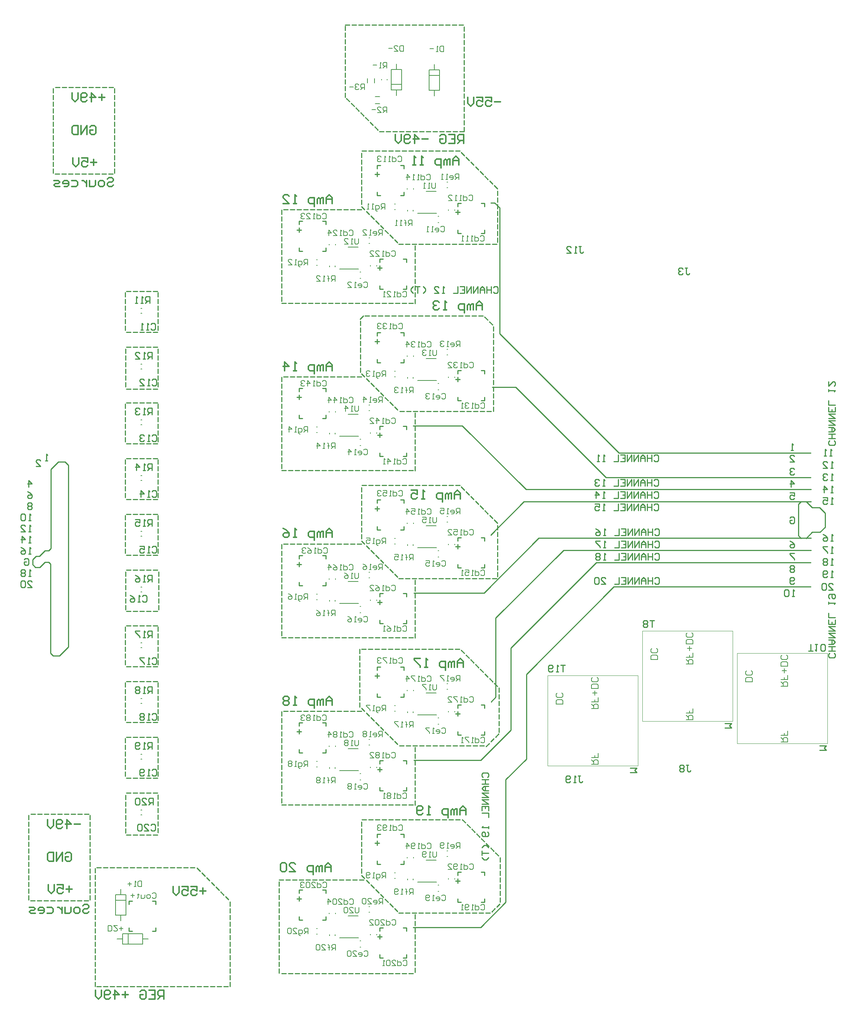
<source format=gbr>
%TF.GenerationSoftware,Altium Limited,Altium Designer,25.0.2 (28)*%
G04 Layer_Color=32896*
%FSLAX45Y45*%
%MOMM*%
%TF.SameCoordinates,B88DCB4E-FD68-4634-876E-9F1E0B8218E1*%
%TF.FilePolarity,Positive*%
%TF.FileFunction,Legend,Bot*%
%TF.Part,Single*%
G01*
G75*
%TA.AperFunction,NonConductor*%
%ADD63C,0.25400*%
%ADD64C,0.20000*%
%ADD65C,0.08000*%
%ADD66C,0.30480*%
%ADD68C,0.20320*%
D63*
X5663022Y5867400D02*
Y5943600D01*
X5586822Y5867400D02*
X5663022D01*
X5586822Y6553200D02*
X5663022D01*
Y6477000D02*
Y6553200D01*
X5053422Y6477000D02*
Y6553200D01*
X5129622D01*
X5053422Y5867400D02*
X5129622D01*
X5053422D02*
Y5943600D01*
X20307300Y15595599D02*
X20370799Y15659100D01*
X20485100D02*
X20624800Y15519400D01*
X20789900D01*
X20916901Y15392400D01*
Y15074899D02*
Y15392400D01*
X20802600Y14960600D02*
X20916901Y15074899D01*
X20624800Y14960600D02*
X20802600D01*
X20485100Y14820900D02*
X20624800Y14960600D01*
X20307300Y14884399D02*
X20370799Y14820900D01*
X20307300Y14884399D02*
Y15595599D01*
X2857500Y14224001D02*
Y14338300D01*
X3225800Y14541499D02*
X3276600Y14592300D01*
Y16395700D01*
X3441700Y16560800D01*
X3594100D01*
X3670300Y16484599D01*
Y12344400D02*
Y16484599D01*
X3467100Y12141200D02*
X3670300Y12344400D01*
X3327400Y12141200D02*
X3467100D01*
X3263900Y12204700D02*
X3327400Y12141200D01*
X3263900Y12204700D02*
Y14236700D01*
X3225800Y14274800D02*
X3263900Y14236700D01*
X3213100Y14274800D02*
X3225800D01*
X2857500Y14224001D02*
X2921000Y14160500D01*
X3022600D01*
X3136900Y14274800D01*
X3213100D01*
X3136900Y14541499D02*
X3225800D01*
X3009900Y14414500D02*
X3136900Y14541499D01*
X2933700Y14414500D02*
X3009900D01*
X2857500Y14338300D02*
X2933700Y14414500D01*
X13303250Y11093450D02*
X13411200Y11201400D01*
Y13004800D01*
X16104100Y13716499D02*
X20586200D01*
X14109700Y11722100D02*
X16104100Y13716499D01*
X14109700Y9791700D02*
Y11722100D01*
X13639799Y9321800D02*
X14109700Y9791700D01*
X13639799Y6527800D02*
Y9321800D01*
X13068300Y5956300D02*
X13639799Y6527800D01*
X11531600Y5956300D02*
X13068300D01*
X15705600Y14270500D02*
X20591000D01*
X13754100Y12319000D02*
X15705600Y14270500D01*
X13754100Y10452100D02*
Y12319000D01*
X13068300Y9766300D02*
X13754100Y10452100D01*
X11544300Y9766300D02*
X13068300D01*
X14392700Y14824500D02*
X20595799D01*
X13144501Y13576300D02*
X14392700Y14824500D01*
X11544300Y13576300D02*
X13144501D01*
X14953900Y14547501D02*
X20593401D01*
X13411200Y13004800D02*
X14953900Y14547501D01*
X14055299Y15655499D02*
X20595799D01*
X13296899Y14897099D02*
X14055299Y15655499D01*
X14103000Y15932500D02*
X20592700D01*
X12649200Y17386301D02*
X14103000Y15932500D01*
X11531600Y17386301D02*
X12649200D01*
X15921500Y16209500D02*
X20591000D01*
X13868401Y18262601D02*
X15921500Y16209500D01*
X13335001Y18262601D02*
X13868401D01*
X16218401Y16763499D02*
X20586700D01*
X13500101Y19481799D02*
X16218401Y16763499D01*
X13500101Y19481799D02*
Y22352000D01*
X13385800Y22466299D02*
X13500101Y22352000D01*
X13296899Y22466299D02*
X13385800D01*
X10706100Y15011400D02*
Y15087601D01*
Y15011400D02*
X10782300D01*
X10706100Y15697200D02*
X10782300D01*
X10706100Y15621001D02*
Y15697200D01*
X11315700Y15621001D02*
Y15697200D01*
X11239500D02*
X11315700D01*
X11239500Y15011400D02*
X11315700D01*
Y15087601D01*
X13157201Y7137400D02*
Y7213600D01*
X13081000D02*
X13157201D01*
X13081000Y6527800D02*
X13157201D01*
Y6604000D01*
X12547600Y6527800D02*
Y6604000D01*
Y6527800D02*
X12623800D01*
X12547600Y7213600D02*
X12623800D01*
X12547600Y7137400D02*
Y7213600D01*
X13157201Y10947400D02*
Y11023600D01*
X13081000D02*
X13157201D01*
X13081000Y10337800D02*
X13157201D01*
Y10414000D01*
X12547600Y10337800D02*
Y10414000D01*
Y10337800D02*
X12623800D01*
X12547600Y11023600D02*
X12623800D01*
X12547600Y10947400D02*
Y11023600D01*
X13157201Y22377400D02*
Y22453600D01*
X13081000D02*
X13157201D01*
X13081000Y21767799D02*
X13157201D01*
Y21844000D01*
X12547600Y21767799D02*
Y21844000D01*
Y21767799D02*
X12623800D01*
X12547600Y22453600D02*
X12623800D01*
X12547600Y22377400D02*
Y22453600D01*
X13157201Y18567400D02*
Y18643600D01*
X13081000D02*
X13157201D01*
X13081000Y17957800D02*
X13157201D01*
Y18034000D01*
X12547600Y17957800D02*
Y18034000D01*
Y17957800D02*
X12623800D01*
X12547600Y18643600D02*
X12623800D01*
X12547600Y18567400D02*
Y18643600D01*
X13157201Y14757401D02*
Y14833600D01*
X13081000D02*
X13157201D01*
X13081000Y14147800D02*
X13157201D01*
Y14224001D01*
X12547600Y14147800D02*
Y14224001D01*
Y14147800D02*
X12623800D01*
X12547600Y14833600D02*
X12623800D01*
X12547600Y14757401D02*
Y14833600D01*
X11379200Y5867400D02*
Y5943600D01*
X11303000D02*
X11379200D01*
X11303000Y5257800D02*
X11379200D01*
Y5334000D01*
X10769600Y5257800D02*
Y5334000D01*
Y5257800D02*
X10845800D01*
X10769600Y5943600D02*
X10845800D01*
X10769600Y5867400D02*
Y5943600D01*
X11379200Y9677400D02*
Y9753600D01*
X11303000D02*
X11379200D01*
X11303000Y9067800D02*
X11379200D01*
Y9144000D01*
X10769600Y9067800D02*
Y9144000D01*
Y9067800D02*
X10845800D01*
X10769600Y9753600D02*
X10845800D01*
X10769600Y9677400D02*
Y9753600D01*
X11379200Y21107401D02*
Y21183600D01*
X11303000D02*
X11379200D01*
X11303000Y20497800D02*
X11379200D01*
Y20574001D01*
X10769600Y20497800D02*
Y20574001D01*
Y20497800D02*
X10845800D01*
X10769600Y21183600D02*
X10845800D01*
X10769600Y21107401D02*
Y21183600D01*
X11379200Y17297400D02*
Y17373599D01*
X11303000D02*
X11379200D01*
X11303000Y16687801D02*
X11379200D01*
Y16764000D01*
X10769600Y16687801D02*
Y16764000D01*
Y16687801D02*
X10845800D01*
X10769600Y17373599D02*
X10845800D01*
X10769600Y17297400D02*
Y17373599D01*
X8928100Y6121400D02*
Y6197600D01*
Y6121400D02*
X9004300D01*
X8928100Y6807200D02*
X9004300D01*
X8928100Y6731000D02*
Y6807200D01*
X9537700Y6731000D02*
Y6807200D01*
X9461500D02*
X9537700D01*
X9461500Y6121400D02*
X9537700D01*
Y6197600D01*
X8928100Y9931400D02*
Y10007600D01*
Y9931400D02*
X9004300D01*
X8928100Y10617200D02*
X9004300D01*
X8928100Y10541000D02*
Y10617200D01*
X9537700Y10541000D02*
Y10617200D01*
X9461500D02*
X9537700D01*
X9461500Y9931400D02*
X9537700D01*
Y10007600D01*
X8928100Y21361400D02*
Y21437601D01*
Y21361400D02*
X9004300D01*
X8928100Y22047200D02*
X9004300D01*
X8928100Y21971001D02*
Y22047200D01*
X9537700Y21971001D02*
Y22047200D01*
X9461500D02*
X9537700D01*
X9461500Y21361400D02*
X9537700D01*
Y21437601D01*
X8928100Y17551401D02*
Y17627600D01*
Y17551401D02*
X9004300D01*
X8928100Y18237199D02*
X9004300D01*
X8928100Y18161000D02*
Y18237199D01*
X9537700Y18161000D02*
Y18237199D01*
X9461500D02*
X9537700D01*
X9461500Y17551401D02*
X9537700D01*
Y17627600D01*
X11379200Y13487399D02*
Y13563600D01*
X11303000D02*
X11379200D01*
X11303000Y12877800D02*
X11379200D01*
Y12953999D01*
X10769600Y12877800D02*
Y12953999D01*
Y12877800D02*
X10845800D01*
X10769600Y13563600D02*
X10845800D01*
X10769600Y13487399D02*
Y13563600D01*
X8928100Y13741400D02*
Y13817599D01*
Y13741400D02*
X9004300D01*
X8928100Y14427200D02*
X9004300D01*
X8928100Y14350999D02*
Y14427200D01*
X9537700Y14350999D02*
Y14427200D01*
X9461500D02*
X9537700D01*
X9461500Y13741400D02*
X9537700D01*
Y13817599D01*
X10706100Y18821400D02*
Y18897600D01*
Y18821400D02*
X10782300D01*
X10706100Y19507201D02*
X10782300D01*
X10706100Y19431000D02*
Y19507201D01*
X11315700Y19431000D02*
Y19507201D01*
X11239500D02*
X11315700D01*
X11239500Y18821400D02*
X11315700D01*
Y18897600D01*
X10706100Y11201400D02*
Y11277600D01*
Y11201400D02*
X10782300D01*
X10706100Y11887200D02*
X10782300D01*
X10706100Y11811000D02*
Y11887200D01*
X11315700Y11811000D02*
Y11887200D01*
X11239500D02*
X11315700D01*
X11239500Y11201400D02*
X11315700D01*
Y11277600D01*
X10706100Y22631400D02*
Y22707600D01*
Y22631400D02*
X10782300D01*
X10706100Y23317200D02*
X10782300D01*
X10706100Y23241000D02*
Y23317200D01*
X11315700Y23241000D02*
Y23317200D01*
X11239500D02*
X11315700D01*
X11239500Y22631400D02*
X11315700D01*
Y22707600D01*
X10706100Y7391400D02*
Y7467600D01*
Y7391400D02*
X10782300D01*
X10706100Y8077200D02*
X10782300D01*
X10706100Y8001000D02*
Y8077200D01*
X11315700Y8001000D02*
Y8077200D01*
X11239500D02*
X11315700D01*
X11239500Y7391400D02*
X11315700D01*
Y7467600D01*
X9982200Y26492200D02*
Y26390634D01*
Y26339850D02*
Y26238281D01*
Y26187500D02*
Y26085931D01*
Y26035147D02*
Y25933582D01*
Y25882797D02*
Y25781229D01*
Y25730447D02*
Y25628879D01*
Y25578096D02*
Y25476527D01*
Y25425745D02*
Y25324178D01*
Y25273393D02*
Y25171828D01*
Y25121043D02*
Y25019476D01*
Y24968694D02*
Y24867126D01*
X12674600Y26517599D02*
X12573033D01*
X12522249D02*
X12420682D01*
X12369899D02*
X12268331D01*
X12217548D02*
X12115981D01*
X12065197D02*
X11963630D01*
X11912846D02*
X11811279D01*
X11760496D02*
X11658928D01*
X11608145D02*
X11506578D01*
X11455794D02*
X11354227D01*
X11303443D02*
X11201876D01*
X11151093D02*
X11049526D01*
X10998742D02*
X10897175D01*
X10846391D02*
X10744824D01*
X10694041D02*
X10592473D01*
X10541690D02*
X10440123D01*
X10389339D02*
X10287772D01*
X10236988D02*
X10135421D01*
X10084638D02*
X9983070D01*
X12687300Y26479501D02*
Y26377933D01*
Y26327148D02*
Y26225583D01*
Y26174799D02*
Y26073230D01*
Y26022449D02*
Y25920880D01*
Y25870096D02*
Y25768530D01*
Y25717746D02*
Y25616180D01*
Y25565395D02*
Y25463828D01*
Y25413045D02*
Y25311478D01*
Y25260693D02*
Y25159126D01*
Y25108344D02*
Y25006776D01*
Y24955994D02*
Y24854425D01*
Y24803642D02*
Y24702075D01*
Y24651291D02*
Y24549724D01*
Y24498940D02*
Y24397372D01*
Y24346590D02*
Y24245023D01*
Y24194238D02*
Y24092673D01*
X10007600Y24843379D02*
X10079419Y24771561D01*
X10115328Y24735651D02*
X10187147Y24663832D01*
X10223056Y24627922D02*
X10294875Y24556104D01*
X10330785Y24520193D02*
X10402604Y24448375D01*
X10438513Y24412466D02*
X10510332Y24340646D01*
X10546241Y24304738D02*
X10618060Y24232919D01*
X10653969Y24197009D02*
X10725788Y24125191D01*
X12687300Y24091901D02*
X12585733D01*
X12534949D02*
X12433382D01*
X12382599D02*
X12281031D01*
X12230248D02*
X12128681D01*
X12077897D02*
X11976330D01*
X11925546D02*
X11823979D01*
X11773196D02*
X11671628D01*
X11620845D02*
X11519278D01*
X11468494D02*
X11366927D01*
X11316143D02*
X11214576D01*
X11163793D02*
X11062226D01*
X11011442D02*
X10909875D01*
X10859091D02*
X10757524D01*
X4279900Y4610100D02*
Y4711667D01*
Y4762451D02*
Y4864018D01*
Y4914801D02*
Y5016369D01*
Y5067152D02*
Y5168719D01*
Y5219503D02*
Y5321070D01*
Y5371854D02*
Y5473421D01*
Y5524204D02*
Y5625772D01*
Y5676555D02*
Y5778122D01*
Y5828906D02*
Y5930473D01*
Y5981257D02*
Y6082824D01*
Y6133607D02*
Y6235174D01*
Y6285958D02*
Y6387525D01*
Y6438309D02*
Y6539876D01*
Y6590659D02*
Y6692227D01*
Y6743010D02*
Y6844577D01*
Y6895361D02*
Y6996928D01*
Y7047712D02*
Y7149279D01*
Y7200062D02*
Y7301630D01*
X7315200Y4610100D02*
X7213633D01*
X7162849D02*
X7061282D01*
X7010499D02*
X6908931D01*
X6858148D02*
X6756581D01*
X6705797D02*
X6604230D01*
X6553446D02*
X6451879D01*
X6401096D02*
X6299528D01*
X6248745D02*
X6147178D01*
X6096394D02*
X5994827D01*
X5944043D02*
X5842476D01*
X5791693D02*
X5690126D01*
X5639342D02*
X5537775D01*
X5486991D02*
X5385424D01*
X5334641D02*
X5233073D01*
X5182290D02*
X5080723D01*
X5029939D02*
X4928372D01*
X4877588D02*
X4776021D01*
X4725238D02*
X4623670D01*
X4572887D02*
X4471320D01*
X4420536D02*
X4318969D01*
X7353300Y6540500D02*
Y6438933D01*
Y6388149D02*
Y6286582D01*
Y6235798D02*
Y6134231D01*
Y6083448D02*
Y5981880D01*
Y5931097D02*
Y5829530D01*
Y5778746D02*
Y5677179D01*
Y5626395D02*
Y5524828D01*
Y5474045D02*
Y5372477D01*
Y5321694D02*
Y5220127D01*
Y5169343D02*
Y5067776D01*
Y5016993D02*
Y4915425D01*
Y4864642D02*
Y4763075D01*
Y4712291D02*
Y4610724D01*
X6604000Y7304679D02*
X6675819Y7232860D01*
X6711728Y7196951D02*
X6783547Y7125132D01*
X6819457Y7089223D02*
X6891276Y7017404D01*
X6927185Y6981494D02*
X6999004Y6909675D01*
X7034913Y6873766D02*
X7106732Y6801947D01*
X7142641Y6766038D02*
X7214460Y6694219D01*
X7250370Y6658310D02*
X7322188Y6586491D01*
X6553200Y7315200D02*
X6451633D01*
X6400849D02*
X6299282D01*
X6248499D02*
X6146931D01*
X6096148D02*
X5994581D01*
X5943797D02*
X5842230D01*
X5791446D02*
X5689879D01*
X5639096D02*
X5537528D01*
X5486745D02*
X5385178D01*
X5334394D02*
X5232827D01*
X5182043D02*
X5080476D01*
X5029693D02*
X4928126D01*
X4877342D02*
X4775775D01*
X4724991D02*
X4623424D01*
X4572641D02*
X4471073D01*
X4420290D02*
X4318723D01*
X4127500Y6565900D02*
X4025933D01*
X3975149D02*
X3873582D01*
X3822799D02*
X3721231D01*
X3670448D02*
X3568881D01*
X3518097D02*
X3416530D01*
X3365746D02*
X3264179D01*
X3213396D02*
X3111828D01*
X3061045D02*
X2959478D01*
X2908694D02*
X2807127D01*
X4140200Y8534400D02*
X4038633D01*
X3987849D02*
X3886282D01*
X3835499D02*
X3733931D01*
X3683148D02*
X3581581D01*
X3530797D02*
X3429230D01*
X3378446D02*
X3276879D01*
X3226096D02*
X3124528D01*
X3073745D02*
X2972178D01*
X2921394D02*
X2819827D01*
X4165600Y6578600D02*
Y6680167D01*
Y6730950D02*
Y6832518D01*
Y6883301D02*
Y6984868D01*
Y7035652D02*
Y7137219D01*
Y7188003D02*
Y7289570D01*
Y7340353D02*
Y7441921D01*
Y7492704D02*
Y7594271D01*
Y7645055D02*
Y7746622D01*
Y7797406D02*
Y7898973D01*
Y7949756D02*
Y8051323D01*
Y8102107D02*
Y8203674D01*
Y8254458D02*
Y8356025D01*
Y8406808D02*
Y8508376D01*
X2768600Y6578600D02*
Y6680167D01*
Y6730950D02*
Y6832518D01*
Y6883301D02*
Y6984868D01*
Y7035652D02*
Y7137219D01*
Y7188003D02*
Y7289570D01*
Y7340353D02*
Y7441921D01*
Y7492704D02*
Y7594271D01*
Y7645055D02*
Y7746622D01*
Y7797406D02*
Y7898973D01*
Y7949756D02*
Y8051323D01*
Y8102107D02*
Y8203674D01*
Y8254458D02*
Y8356025D01*
Y8406808D02*
Y8508376D01*
X17030733Y15011359D02*
X17056125Y15036751D01*
X17106908D01*
X17132300Y15011359D01*
Y14909792D01*
X17106908Y14884399D01*
X17056125D01*
X17030733Y14909792D01*
X16979948Y15036751D02*
Y14884399D01*
Y14960574D01*
X16878381D01*
Y15036751D01*
Y14884399D01*
X16827599D02*
Y14985966D01*
X16776814Y15036751D01*
X16726031Y14985966D01*
Y14884399D01*
Y14960574D01*
X16827599D01*
X16675249Y14884399D02*
Y15036751D01*
X16573682Y14884399D01*
Y15036751D01*
X16522897Y14884399D02*
Y15036751D01*
X16421330Y14884399D01*
Y15036751D01*
X16268979D02*
X16370546D01*
Y14884399D01*
X16268979D01*
X16370546Y14960574D02*
X16319763D01*
X16218196Y15036751D02*
Y14884399D01*
X16116628D01*
X15913493D02*
X15862711D01*
X15888103D01*
Y15036751D01*
X15913493Y15011359D01*
X15684969Y15036751D02*
X15735751Y15011359D01*
X15786536Y14960574D01*
Y14909792D01*
X15761143Y14884399D01*
X15710361D01*
X15684969Y14909792D01*
Y14935184D01*
X15710361Y14960574D01*
X15786536D01*
X16471899Y9486900D02*
X16624251D01*
X16573466Y9537683D01*
X16624251Y9588467D01*
X16471899D01*
X18630901Y10502900D02*
X18783250D01*
X18732468Y10553683D01*
X18783250Y10604467D01*
X18630901D01*
X20789900Y9994900D02*
X20942252D01*
X20891467Y10045683D01*
X20942252Y10096467D01*
X20789900D01*
X10820400Y5740383D02*
X10718833D01*
X10769617Y5791167D02*
Y5689600D01*
X8978900Y6603983D02*
X8877333D01*
X8928117Y6654767D02*
Y6553200D01*
X12598400Y7010383D02*
X12496833D01*
X12547617Y7061167D02*
Y6959600D01*
X10756900Y7873983D02*
X10655333D01*
X10706117Y7924767D02*
Y7823200D01*
X10820400Y9550383D02*
X10718833D01*
X10769617Y9601167D02*
Y9499600D01*
X8978900Y10413983D02*
X8877333D01*
X8928117Y10464767D02*
Y10363200D01*
X12598400Y10820383D02*
X12496833D01*
X12547617Y10871167D02*
Y10769600D01*
X10756900Y11683983D02*
X10655333D01*
X10706117Y11734767D02*
Y11633200D01*
X10820400Y13360384D02*
X10718833D01*
X10769617Y13411166D02*
Y13309599D01*
X8978900Y14223982D02*
X8877333D01*
X8928117Y14274767D02*
Y14173199D01*
X12598400Y14630383D02*
X12496833D01*
X12547617Y14681168D02*
Y14579601D01*
X10756900Y15493983D02*
X10655333D01*
X10706117Y15544768D02*
Y15443201D01*
X10820400Y17170383D02*
X10718833D01*
X10769617Y17221167D02*
Y17119600D01*
X8978900Y18033983D02*
X8877333D01*
X8928117Y18084767D02*
Y17983200D01*
X12598400Y18440382D02*
X12496833D01*
X12547617Y18491167D02*
Y18389600D01*
X10756900Y19303983D02*
X10655333D01*
X10706117Y19354767D02*
Y19253200D01*
X10820400Y20980383D02*
X10718833D01*
X10769617Y21031168D02*
Y20929601D01*
X8978900Y21843983D02*
X8877333D01*
X8928117Y21894768D02*
Y21793201D01*
X12598400Y22250383D02*
X12496833D01*
X12547617Y22301167D02*
Y22199600D01*
X10756900Y23113983D02*
X10655333D01*
X10706117Y23164767D02*
Y23063200D01*
X13502280Y6489700D02*
X13430460Y6417881D01*
X13394551Y6381972D02*
X13322733Y6310153D01*
X13144501Y10096500D02*
X13042934D01*
X12992149D02*
X12890582D01*
X12839799D02*
X12738231D01*
X12687448D02*
X12585881D01*
X12535097D02*
X12433530D01*
X12382746D02*
X12281179D01*
X12230396D02*
X12128828D01*
X12078045D02*
X11976478D01*
X11925694D02*
X11824127D01*
X11773343D02*
X11671776D01*
X11620993D02*
X11519426D01*
X11468642D02*
X11367075D01*
X11316291D02*
X11214724D01*
X13476878Y10363200D02*
X13405060Y10291381D01*
X13369151Y10255472D02*
X13297331Y10183653D01*
X13261423Y10147744D02*
X13189604Y10075925D01*
X12649200Y8409579D02*
X12721019Y8337760D01*
X12756928Y8301850D02*
X12828748Y8230031D01*
X12864656Y8194122D02*
X12936475Y8122303D01*
X12972385Y8086394D02*
X13044205Y8014575D01*
X13080113Y7978666D02*
X13151932Y7906847D01*
X13187840Y7870937D02*
X13259660Y7799119D01*
X13295569Y7763209D02*
X13367387Y7691390D01*
X13403297Y7655481D02*
X13475116Y7583662D01*
X12598400Y8407400D02*
X12496833D01*
X12446049D02*
X12344482D01*
X12293699D02*
X12192131D01*
X12141348D02*
X12039781D01*
X11988997D02*
X11887430D01*
X11836646D02*
X11735079D01*
X11684296D02*
X11582728D01*
X11531945D02*
X11430378D01*
X11379594D02*
X11278027D01*
X11227243D02*
X11125676D01*
X11074893D02*
X10973326D01*
X10922542D02*
X10820975D01*
X10770191D02*
X10668624D01*
X10617841D02*
X10516273D01*
X10465490D02*
X10363923D01*
X13512801Y7543800D02*
Y7442233D01*
Y7391449D02*
Y7289882D01*
Y7239099D02*
Y7137531D01*
Y7086748D02*
Y6985181D01*
Y6934397D02*
Y6832830D01*
Y6782046D02*
Y6680479D01*
Y6629696D02*
Y6528128D01*
X13284200Y6286500D02*
X13182632D01*
X13131850D02*
X13030283D01*
X12979498D02*
X12877931D01*
X12827148D02*
X12725581D01*
X12674797D02*
X12573230D01*
X12522446D02*
X12420879D01*
X12370096D02*
X12268528D01*
X12217745D02*
X12116178D01*
X12065394D02*
X11963827D01*
X11913043D02*
X11811476D01*
X11760693D02*
X11659126D01*
X11608342D02*
X11506775D01*
X11455991D02*
X11354424D01*
X11303641D02*
X11202073D01*
X10350500Y7139579D02*
X10422319Y7067760D01*
X10458228Y7031850D02*
X10530047Y6960031D01*
X10565956Y6924122D02*
X10637775Y6852303D01*
X10673685Y6816394D02*
X10745504Y6744575D01*
X10781413Y6708666D02*
X10853232Y6636847D01*
X10889141Y6600937D02*
X10960960Y6529119D01*
X10996869Y6493209D02*
X11068688Y6421390D01*
X11104598Y6385481D02*
X11176416Y6313662D01*
X10350500Y8356600D02*
Y8255033D01*
Y8204249D02*
Y8102682D01*
Y8051898D02*
Y7950331D01*
Y7899548D02*
Y7797980D01*
Y7747197D02*
Y7645630D01*
Y7594846D02*
Y7493279D01*
Y7442495D02*
Y7340928D01*
Y7290145D02*
Y7188577D01*
X10401300Y7035800D02*
X10299733D01*
X10248949D02*
X10147382D01*
X10096599D02*
X9995031D01*
X9944248D02*
X9842681D01*
X9791897D02*
X9690330D01*
X9639546D02*
X9537979D01*
X9487196D02*
X9385628D01*
X9334845D02*
X9233278D01*
X9182494D02*
X9080927D01*
X9030143D02*
X8928576D01*
X8877793D02*
X8776226D01*
X8725442D02*
X8623875D01*
X8573091D02*
X8471524D01*
X8470900Y6997700D02*
Y6896133D01*
Y6845349D02*
Y6743782D01*
Y6692998D02*
Y6591431D01*
Y6540648D02*
Y6439080D01*
Y6388297D02*
Y6286730D01*
Y6235946D02*
Y6134379D01*
Y6083595D02*
Y5982028D01*
Y5931245D02*
Y5829677D01*
Y5778894D02*
Y5677327D01*
Y5626543D02*
Y5524976D01*
Y5474193D02*
Y5372625D01*
Y5321842D02*
Y5220275D01*
Y5169491D02*
Y5067924D01*
Y5017140D02*
Y4915573D01*
X11531600Y4902200D02*
X11430033D01*
X11379249D02*
X11277682D01*
X11226899D02*
X11125331D01*
X11074548D02*
X10972981D01*
X10922197D02*
X10820630D01*
X10769846D02*
X10668279D01*
X10617496D02*
X10515928D01*
X10465145D02*
X10363578D01*
X10312794D02*
X10211227D01*
X10160443D02*
X10058876D01*
X10008093D02*
X9906526D01*
X9855742D02*
X9754175D01*
X9703391D02*
X9601824D01*
X9551041D02*
X9449473D01*
X9398690D02*
X9297123D01*
X9246339D02*
X9144772D01*
X9093988D02*
X8992421D01*
X8941638D02*
X8840070D01*
X8789287D02*
X8687720D01*
X8636936D02*
X8535369D01*
X11569700Y6248400D02*
Y6146833D01*
Y6096049D02*
Y5994482D01*
Y5943699D02*
Y5842131D01*
Y5791348D02*
Y5689781D01*
Y5638997D02*
Y5537430D01*
Y5486646D02*
Y5385079D01*
Y5334296D02*
Y5232728D01*
Y5181945D02*
Y5080378D01*
Y5029594D02*
Y4928027D01*
X12623800Y12270379D02*
X12695619Y12198560D01*
X12731528Y12162650D02*
X12803346Y12090831D01*
X12839256Y12054922D02*
X12911075Y11983103D01*
X12946985Y11947194D02*
X13018803Y11875375D01*
X13054713Y11839466D02*
X13126532Y11767647D01*
X13162440Y11731737D02*
X13234261Y11659919D01*
X13270169Y11624009D02*
X13341988Y11552190D01*
X13377898Y11516281D02*
X13449716Y11444462D01*
X12585700Y12293600D02*
X12484133D01*
X12433349D02*
X12331782D01*
X12280999D02*
X12179431D01*
X12128648D02*
X12027081D01*
X11976297D02*
X11874730D01*
X11823946D02*
X11722379D01*
X11671596D02*
X11570028D01*
X11519245D02*
X11417678D01*
X11366894D02*
X11265327D01*
X11214543D02*
X11112976D01*
X11062193D02*
X10960626D01*
X10909842D02*
X10808275D01*
X10757491D02*
X10655924D01*
X10605141D02*
X10503573D01*
X10452790D02*
X10351223D01*
X13487399Y11417300D02*
Y11315733D01*
Y11264949D02*
Y11163382D01*
Y11112599D02*
Y11011031D01*
Y10960248D02*
Y10858681D01*
Y10807897D02*
Y10706330D01*
Y10655546D02*
Y10553979D01*
Y10503196D02*
Y10401628D01*
X10350500Y10949579D02*
X10422319Y10877760D01*
X10458228Y10841850D02*
X10530047Y10770031D01*
X10565956Y10734122D02*
X10637775Y10662303D01*
X10673685Y10626394D02*
X10745504Y10554575D01*
X10781413Y10518666D02*
X10853232Y10446847D01*
X10889141Y10410937D02*
X10960960Y10339119D01*
X10996869Y10303209D02*
X11068688Y10231390D01*
X11104598Y10195481D02*
X11176416Y10123662D01*
X10312400Y12293600D02*
Y12192033D01*
Y12141249D02*
Y12039682D01*
Y11988898D02*
Y11887331D01*
Y11836548D02*
Y11734980D01*
Y11684197D02*
Y11582630D01*
Y11531846D02*
Y11430279D01*
Y11379495D02*
Y11277928D01*
Y11227145D02*
Y11125577D01*
Y11074794D02*
Y10973227D01*
X10350500Y10883900D02*
X10248933D01*
X10198149D02*
X10096582D01*
X10045799D02*
X9944231D01*
X9893448D02*
X9791881D01*
X9741097D02*
X9639530D01*
X9588746D02*
X9487179D01*
X9436396D02*
X9334828D01*
X9284045D02*
X9182478D01*
X9131694D02*
X9030127D01*
X8979343D02*
X8877776D01*
X8826993D02*
X8725426D01*
X8674642D02*
X8573075D01*
X8534400Y10871200D02*
Y10769633D01*
Y10718849D02*
Y10617282D01*
Y10566499D02*
Y10464931D01*
Y10414148D02*
Y10312581D01*
Y10261797D02*
Y10160230D01*
Y10109446D02*
Y10007879D01*
Y9957096D02*
Y9855528D01*
Y9804745D02*
Y9703178D01*
Y9652394D02*
Y9550827D01*
Y9500043D02*
Y9398476D01*
Y9347693D02*
Y9246126D01*
Y9195342D02*
Y9093775D01*
Y9042991D02*
Y8941424D01*
Y8890641D02*
Y8789073D01*
X11531600Y8750300D02*
X11430033D01*
X11379249D02*
X11277682D01*
X11226899D02*
X11125331D01*
X11074548D02*
X10972981D01*
X10922197D02*
X10820630D01*
X10769846D02*
X10668279D01*
X10617496D02*
X10515928D01*
X10465145D02*
X10363578D01*
X10312794D02*
X10211227D01*
X10160443D02*
X10058876D01*
X10008093D02*
X9906526D01*
X9855742D02*
X9754175D01*
X9703391D02*
X9601824D01*
X9551041D02*
X9449473D01*
X9398690D02*
X9297123D01*
X9246339D02*
X9144772D01*
X9093988D02*
X8992421D01*
X8941638D02*
X8840070D01*
X8789287D02*
X8687720D01*
X8636936D02*
X8535369D01*
X11569700Y10058400D02*
Y9956833D01*
Y9906049D02*
Y9804482D01*
Y9753698D02*
Y9652131D01*
Y9601348D02*
Y9499780D01*
Y9448997D02*
Y9347430D01*
Y9296646D02*
Y9195079D01*
Y9144295D02*
Y9042728D01*
Y8991945D02*
Y8890377D01*
Y8839594D02*
Y8738027D01*
X12623800Y15991479D02*
X12695619Y15919659D01*
X12731528Y15883749D02*
X12803346Y15811931D01*
X12839256Y15776022D02*
X12911075Y15704202D01*
X12946985Y15668294D02*
X13018803Y15596475D01*
X13054713Y15560567D02*
X13126532Y15488747D01*
X13162440Y15452837D02*
X13234261Y15381020D01*
X13270169Y15345110D02*
X13341988Y15273289D01*
X13377898Y15237381D02*
X13449716Y15165562D01*
X12598400Y16027400D02*
X12496833D01*
X12446049D02*
X12344482D01*
X12293699D02*
X12192131D01*
X12141348D02*
X12039781D01*
X11988997D02*
X11887430D01*
X11836646D02*
X11735079D01*
X11684296D02*
X11582728D01*
X11531945D02*
X11430378D01*
X11379594D02*
X11278027D01*
X11227243D02*
X11125676D01*
X11074893D02*
X10973326D01*
X10922542D02*
X10820975D01*
X10770191D02*
X10668624D01*
X10617841D02*
X10516273D01*
X10465490D02*
X10363923D01*
X13449300Y15113000D02*
Y15011433D01*
Y14960649D02*
Y14859082D01*
Y14808298D02*
Y14706731D01*
Y14655948D02*
Y14554379D01*
Y14503596D02*
Y14402029D01*
Y14351247D02*
Y14249680D01*
Y14198895D02*
Y14097328D01*
Y14046545D02*
Y13944977D01*
X13435976Y13906500D02*
X13334409D01*
X13283624D02*
X13182059D01*
X13131274D02*
X13029707D01*
X12978925D02*
X12877357D01*
X12826573D02*
X12725006D01*
X12674223D02*
X12572655D01*
X12521872D02*
X12420305D01*
X12369521D02*
X12267954D01*
X12217170D02*
X12115603D01*
X12064820D02*
X11963252D01*
X11912469D02*
X11810902D01*
X11760118D02*
X11658551D01*
X11607767D02*
X11506200D01*
X11455417D02*
X11353850D01*
X11303066D02*
X11201499D01*
X10350500Y14759579D02*
X10422319Y14687759D01*
X10458228Y14651849D02*
X10530047Y14580031D01*
X10565956Y14544122D02*
X10637775Y14472302D01*
X10673685Y14436394D02*
X10745504Y14364575D01*
X10781413Y14328667D02*
X10853232Y14256847D01*
X10889141Y14220937D02*
X10960960Y14149120D01*
X10996869Y14113210D02*
X11068688Y14041389D01*
X11104598Y14005481D02*
X11176416Y13933662D01*
X10350500Y15976601D02*
Y15875034D01*
Y15824249D02*
Y15722682D01*
Y15671898D02*
Y15570331D01*
Y15519548D02*
Y15417979D01*
Y15367197D02*
Y15265630D01*
Y15214845D02*
Y15113280D01*
Y15062495D02*
Y14960928D01*
Y14910146D02*
Y14808577D01*
X10350500Y14693900D02*
X10248933D01*
X10198149D02*
X10096582D01*
X10045799D02*
X9944231D01*
X9893448D02*
X9791881D01*
X9741097D02*
X9639530D01*
X9588746D02*
X9487179D01*
X9436396D02*
X9334828D01*
X9284045D02*
X9182478D01*
X9131694D02*
X9030127D01*
X8979343D02*
X8877776D01*
X8826993D02*
X8725426D01*
X8674642D02*
X8573075D01*
X8534400Y14681200D02*
Y14579633D01*
Y14528848D02*
Y14427283D01*
Y14376498D02*
Y14274931D01*
Y14224149D02*
Y14122580D01*
Y14071797D02*
Y13970230D01*
Y13919446D02*
Y13817879D01*
Y13767094D02*
Y13665527D01*
Y13614745D02*
Y13513177D01*
Y13462395D02*
Y13360828D01*
Y13310043D02*
Y13208476D01*
Y13157693D02*
Y13056125D01*
Y13005342D02*
Y12903775D01*
Y12852991D02*
Y12751424D01*
Y12700640D02*
Y12599073D01*
X11531600Y12560300D02*
X11430033D01*
X11379249D02*
X11277682D01*
X11226899D02*
X11125331D01*
X11074548D02*
X10972981D01*
X10922197D02*
X10820630D01*
X10769846D02*
X10668279D01*
X10617496D02*
X10515928D01*
X10465145D02*
X10363578D01*
X10312794D02*
X10211227D01*
X10160443D02*
X10058876D01*
X10008093D02*
X9906526D01*
X9855742D02*
X9754175D01*
X9703391D02*
X9601824D01*
X9551041D02*
X9449473D01*
X9398690D02*
X9297123D01*
X9246339D02*
X9144772D01*
X9093988D02*
X8992421D01*
X8941638D02*
X8840070D01*
X8789287D02*
X8687720D01*
X8636936D02*
X8535369D01*
X11569700Y13868401D02*
Y13766833D01*
Y13716049D02*
Y13614482D01*
Y13563699D02*
Y13462131D01*
Y13411348D02*
Y13309781D01*
Y13258997D02*
Y13157430D01*
Y13106647D02*
Y13005080D01*
Y12954295D02*
Y12852728D01*
Y12801945D02*
Y12700378D01*
Y12649594D02*
Y12548027D01*
X10390779Y19888200D02*
X10318960Y19816380D01*
X13157201Y19864980D02*
X13229019Y19793159D01*
X13264928Y19757249D02*
X13336748Y19685431D01*
X13119099Y19888200D02*
X13017532D01*
X12966750D02*
X12865182D01*
X12814400D02*
X12712831D01*
X12662048D02*
X12560481D01*
X12509697D02*
X12408130D01*
X12357346D02*
X12255779D01*
X12204996D02*
X12103428D01*
X12052645D02*
X11951078D01*
X11900294D02*
X11798727D01*
X11747943D02*
X11646376D01*
X11595593D02*
X11494026D01*
X11443242D02*
X11341675D01*
X11290891D02*
X11189324D01*
X11138541D02*
X11036973D01*
X10986190D02*
X10884623D01*
X10833839D02*
X10732272D01*
X10681488D02*
X10579921D01*
X10529138D02*
X10427570D01*
X13360400Y19646899D02*
Y19545332D01*
Y19494550D02*
Y19392982D01*
Y19342198D02*
Y19240631D01*
Y19189848D02*
Y19088280D01*
Y19037497D02*
Y18935930D01*
Y18885146D02*
Y18783578D01*
Y18732796D02*
Y18631229D01*
Y18580444D02*
Y18478877D01*
Y18428094D02*
Y18326527D01*
Y18275743D02*
Y18174176D01*
Y18123393D02*
Y18021825D01*
Y17971042D02*
Y17869475D01*
Y17818690D02*
Y17717123D01*
X13309599Y17716499D02*
X13208034D01*
X13157249D02*
X13055682D01*
X13004900D02*
X12903331D01*
X12852548D02*
X12750981D01*
X12700197D02*
X12598630D01*
X12547846D02*
X12446279D01*
X12395496D02*
X12293928D01*
X12243145D02*
X12141578D01*
X12090794D02*
X11989227D01*
X11938443D02*
X11836876D01*
X11786093D02*
X11684526D01*
X11633742D02*
X11532175D01*
X11481391D02*
X11379824D01*
X11329041D02*
X11227473D01*
X10350500Y18569579D02*
X10422319Y18497760D01*
X10458228Y18461850D02*
X10530047Y18390031D01*
X10565956Y18354121D02*
X10637775Y18282303D01*
X10673685Y18246394D02*
X10745504Y18174574D01*
X10781413Y18138666D02*
X10853232Y18066847D01*
X10889141Y18030937D02*
X10960960Y17959119D01*
X10996869Y17923209D02*
X11068688Y17851390D01*
X11104598Y17815482D02*
X11176416Y17743661D01*
X10325100Y19773900D02*
Y19672333D01*
Y19621548D02*
Y19519981D01*
Y19469199D02*
Y19367632D01*
Y19316849D02*
Y19215282D01*
Y19164497D02*
Y19062930D01*
Y19012146D02*
Y18910579D01*
Y18859796D02*
Y18758228D01*
Y18707445D02*
Y18605878D01*
X10350500Y18503900D02*
X10248933D01*
X10198149D02*
X10096582D01*
X10045799D02*
X9944231D01*
X9893448D02*
X9791881D01*
X9741097D02*
X9639530D01*
X9588746D02*
X9487179D01*
X9436396D02*
X9334828D01*
X9284045D02*
X9182478D01*
X9131694D02*
X9030127D01*
X8979343D02*
X8877776D01*
X8826993D02*
X8725426D01*
X8674642D02*
X8573075D01*
X8534400Y18491200D02*
Y18389633D01*
Y18338849D02*
Y18237282D01*
Y18186497D02*
Y18084930D01*
Y18034148D02*
Y17932581D01*
Y17881796D02*
Y17780231D01*
Y17729446D02*
Y17627879D01*
Y17577095D02*
Y17475528D01*
Y17424745D02*
Y17323177D01*
Y17272394D02*
Y17170827D01*
Y17120042D02*
Y17018475D01*
Y16967693D02*
Y16866125D01*
Y16815343D02*
Y16713776D01*
Y16662991D02*
Y16561424D01*
Y16510640D02*
Y16409073D01*
X11531600Y16370300D02*
X11430033D01*
X11379249D02*
X11277682D01*
X11226899D02*
X11125331D01*
X11074548D02*
X10972981D01*
X10922197D02*
X10820630D01*
X10769846D02*
X10668279D01*
X10617496D02*
X10515928D01*
X10465145D02*
X10363578D01*
X10312794D02*
X10211227D01*
X10160443D02*
X10058876D01*
X10008093D02*
X9906526D01*
X9855742D02*
X9754175D01*
X9703391D02*
X9601824D01*
X9551041D02*
X9449473D01*
X9398690D02*
X9297123D01*
X9246339D02*
X9144772D01*
X9093988D02*
X8992421D01*
X8941638D02*
X8840070D01*
X8789287D02*
X8687720D01*
X8636936D02*
X8535369D01*
X11569700Y17678400D02*
Y17576833D01*
Y17526048D02*
Y17424483D01*
Y17373698D02*
Y17272131D01*
Y17221349D02*
Y17119781D01*
Y17068997D02*
Y16967430D01*
Y16916646D02*
Y16815079D01*
Y16764296D02*
Y16662727D01*
Y16611945D02*
Y16510378D01*
Y16459595D02*
Y16358028D01*
X11569700Y21488400D02*
Y21386833D01*
Y21336049D02*
Y21234482D01*
Y21183698D02*
Y21082130D01*
Y21031348D02*
Y20929781D01*
Y20878996D02*
Y20777431D01*
Y20726646D02*
Y20625079D01*
Y20574295D02*
Y20472728D01*
Y20421945D02*
Y20320377D01*
Y20269594D02*
Y20168027D01*
X11531600Y20180299D02*
X11430033D01*
X11379249D02*
X11277682D01*
X11226899D02*
X11125331D01*
X11074548D02*
X10972981D01*
X10922197D02*
X10820630D01*
X10769846D02*
X10668279D01*
X10617496D02*
X10515928D01*
X10465145D02*
X10363578D01*
X10312794D02*
X10211227D01*
X10160443D02*
X10058876D01*
X10008093D02*
X9906526D01*
X9855742D02*
X9754175D01*
X9703391D02*
X9601824D01*
X9551041D02*
X9449473D01*
X9398690D02*
X9297123D01*
X9246339D02*
X9144772D01*
X9093988D02*
X8992421D01*
X8941638D02*
X8840070D01*
X8789287D02*
X8687720D01*
X8636936D02*
X8535369D01*
X8534400Y22301199D02*
Y22199632D01*
Y22148849D02*
Y22047282D01*
Y21996500D02*
Y21894931D01*
Y21844148D02*
Y21742581D01*
Y21691797D02*
Y21590230D01*
Y21539445D02*
Y21437878D01*
Y21387096D02*
Y21285529D01*
Y21234744D02*
Y21133179D01*
Y21082394D02*
Y20980827D01*
Y20930043D02*
Y20828476D01*
Y20777693D02*
Y20676126D01*
Y20625342D02*
Y20523775D01*
Y20472990D02*
Y20371423D01*
Y20320641D02*
Y20219073D01*
X10350500Y22313901D02*
X10248933D01*
X10198149D02*
X10096582D01*
X10045799D02*
X9944231D01*
X9893448D02*
X9791881D01*
X9741097D02*
X9639530D01*
X9588746D02*
X9487179D01*
X9436396D02*
X9334828D01*
X9284045D02*
X9182478D01*
X9131694D02*
X9030127D01*
X8979343D02*
X8877776D01*
X8826993D02*
X8725426D01*
X8674642D02*
X8573075D01*
X10350500Y23596600D02*
Y23495033D01*
Y23444249D02*
Y23342682D01*
Y23291899D02*
Y23190331D01*
Y23139548D02*
Y23037981D01*
Y22987196D02*
Y22885629D01*
Y22834846D02*
Y22733279D01*
Y22682497D02*
Y22580928D01*
Y22530145D02*
Y22428578D01*
Y22379579D02*
X10422319Y22307761D01*
X10458228Y22271851D02*
X10530047Y22200031D01*
X10565956Y22164122D02*
X10637775Y22092303D01*
X10673685Y22056393D02*
X10745504Y21984575D01*
X10781413Y21948666D02*
X10853232Y21876846D01*
X10889141Y21840936D02*
X10960960Y21769119D01*
X10996869Y21733209D02*
X11068688Y21661391D01*
X11104598Y21625481D02*
X11176416Y21553662D01*
X13435976Y21526500D02*
X13334409D01*
X13283624D02*
X13182059D01*
X13131274D02*
X13029707D01*
X12978925D02*
X12877357D01*
X12826573D02*
X12725006D01*
X12674223D02*
X12572655D01*
X12521872D02*
X12420305D01*
X12369521D02*
X12267954D01*
X12217170D02*
X12115603D01*
X12064820D02*
X11963252D01*
X11912469D02*
X11810902D01*
X11760118D02*
X11658551D01*
X11607767D02*
X11506200D01*
X11455417D02*
X11353850D01*
X11303066D02*
X11201499D01*
X13449300Y22733000D02*
Y22631433D01*
Y22580649D02*
Y22479082D01*
Y22428299D02*
Y22326730D01*
Y22275948D02*
Y22174380D01*
Y22123598D02*
Y22022031D01*
Y21971246D02*
Y21869679D01*
Y21818896D02*
Y21717328D01*
Y21666545D02*
Y21564978D01*
X12598400Y23647400D02*
X12496833D01*
X12446049D02*
X12344482D01*
X12293699D02*
X12192131D01*
X12141348D02*
X12039781D01*
X11988997D02*
X11887430D01*
X11836646D02*
X11735079D01*
X11684296D02*
X11582728D01*
X11531945D02*
X11430378D01*
X11379594D02*
X11278027D01*
X11227243D02*
X11125676D01*
X11074893D02*
X10973326D01*
X10922542D02*
X10820975D01*
X10770191D02*
X10668624D01*
X10617841D02*
X10516273D01*
X10465490D02*
X10363923D01*
X12623800Y23611479D02*
X12695619Y23539661D01*
X12731528Y23503751D02*
X12803346Y23431931D01*
X12839256Y23396022D02*
X12911075Y23324203D01*
X12946985Y23288293D02*
X13018803Y23216475D01*
X13054713Y23180566D02*
X13126532Y23108746D01*
X13162440Y23072836D02*
X13234261Y23001019D01*
X13270169Y22965109D02*
X13341988Y22893291D01*
X13377898Y22857381D02*
X13449716Y22785562D01*
X21120059Y17043367D02*
X21145451Y17017975D01*
Y16967192D01*
X21120059Y16941800D01*
X21018492D01*
X20993100Y16967192D01*
Y17017975D01*
X21018492Y17043367D01*
X21145451Y17094151D02*
X20993100D01*
X21069275D01*
Y17195718D01*
X21145451D01*
X20993100D01*
Y17246501D02*
X21094667D01*
X21145451Y17297285D01*
X21094667Y17348068D01*
X20993100D01*
X21069275D01*
Y17246501D01*
X20993100Y17398853D02*
X21145451D01*
X20993100Y17500420D01*
X21145451D01*
X20993100Y17551202D02*
X21145451D01*
X20993100Y17652769D01*
X21145451D01*
Y17805121D02*
Y17703554D01*
X20993100D01*
Y17805121D01*
X21069275Y17703554D02*
Y17754337D01*
X21145451Y17855904D02*
X20993100D01*
Y17957472D01*
Y18160606D02*
Y18211389D01*
Y18185999D01*
X21145451D01*
X21120059Y18160606D01*
X20993100Y18389133D02*
Y18287566D01*
X21094667Y18389133D01*
X21120059D01*
X21145451Y18363741D01*
Y18312956D01*
X21120059Y18287566D01*
Y12204667D02*
X21145451Y12179275D01*
Y12128492D01*
X21120059Y12103100D01*
X21018492D01*
X20993100Y12128492D01*
Y12179275D01*
X21018492Y12204667D01*
X21145451Y12255451D02*
X20993100D01*
X21069275D01*
Y12357018D01*
X21145451D01*
X20993100D01*
Y12407801D02*
X21094667D01*
X21145451Y12458585D01*
X21094667Y12509369D01*
X20993100D01*
X21069275D01*
Y12407801D01*
X20993100Y12560152D02*
X21145451D01*
X20993100Y12661719D01*
X21145451D01*
X20993100Y12712503D02*
X21145451D01*
X20993100Y12814070D01*
X21145451D01*
Y12966422D02*
Y12864854D01*
X20993100D01*
Y12966422D01*
X21069275Y12864854D02*
Y12915637D01*
X21145451Y13017204D02*
X20993100D01*
Y13118771D01*
Y13321906D02*
Y13372688D01*
Y13347298D01*
X21145451D01*
X21120059Y13321906D01*
X21018492Y13448865D02*
X20993100Y13474257D01*
Y13525040D01*
X21018492Y13550432D01*
X21120059D01*
X21145451Y13525040D01*
Y13474257D01*
X21120059Y13448865D01*
X21094667D01*
X21069275Y13474257D01*
Y13550432D01*
X21069299Y16700500D02*
X21018517D01*
X21043909D01*
Y16852850D01*
X21069299Y16827460D01*
X20942342Y16700500D02*
X20891557D01*
X20916949D01*
Y16852850D01*
X20942342Y16827460D01*
X21094701Y16421100D02*
X21043916D01*
X21069308D01*
Y16573451D01*
X21094701Y16548059D01*
X20866174Y16421100D02*
X20967741D01*
X20866174Y16522667D01*
Y16548059D01*
X20891566Y16573451D01*
X20942349D01*
X20967741Y16548059D01*
X21094701Y16141701D02*
X21043916D01*
X21069308D01*
Y16294051D01*
X21094701Y16268658D01*
X20967741D02*
X20942349Y16294051D01*
X20891566D01*
X20866174Y16268658D01*
Y16243266D01*
X20891566Y16217876D01*
X20916959D01*
X20891566D01*
X20866174Y16192484D01*
Y16167091D01*
X20891566Y16141701D01*
X20942349D01*
X20967741Y16167091D01*
X21094701Y15862300D02*
X21043916D01*
X21069308D01*
Y16014651D01*
X21094701Y15989259D01*
X20891566Y15862300D02*
Y16014651D01*
X20967741Y15938475D01*
X20866174D01*
X21094701Y15595599D02*
X21043916D01*
X21069308D01*
Y15747951D01*
X21094701Y15722559D01*
X20866174Y15747951D02*
X20967741D01*
Y15671774D01*
X20916959Y15697166D01*
X20891566D01*
X20866174Y15671774D01*
Y15620992D01*
X20891566Y15595599D01*
X20942349D01*
X20967741Y15620992D01*
X21094701Y14757401D02*
X21043916D01*
X21069308D01*
Y14909750D01*
X21094701Y14884360D01*
X20866174Y14909750D02*
X20916959Y14884360D01*
X20967741Y14833575D01*
Y14782793D01*
X20942349Y14757401D01*
X20891566D01*
X20866174Y14782793D01*
Y14808183D01*
X20891566Y14833575D01*
X20967741D01*
X21094701Y14478000D02*
X21043916D01*
X21069308D01*
Y14630351D01*
X21094701Y14604959D01*
X20967741Y14630351D02*
X20866174D01*
Y14604959D01*
X20967741Y14503392D01*
Y14478000D01*
X21094701Y14211301D02*
X21043916D01*
X21069308D01*
Y14363651D01*
X21094701Y14338258D01*
X20967741D02*
X20942349Y14363651D01*
X20891566D01*
X20866174Y14338258D01*
Y14312868D01*
X20891566Y14287476D01*
X20866174Y14262083D01*
Y14236691D01*
X20891566Y14211301D01*
X20942349D01*
X20967741Y14236691D01*
Y14262083D01*
X20942349Y14287476D01*
X20967741Y14312868D01*
Y14338258D01*
X20942349Y14287476D02*
X20891566D01*
X21094701Y13931900D02*
X21043916D01*
X21069308D01*
Y14084251D01*
X21094701Y14058859D01*
X20967741Y13957292D02*
X20942349Y13931900D01*
X20891566D01*
X20866174Y13957292D01*
Y14058859D01*
X20891566Y14084251D01*
X20942349D01*
X20967741Y14058859D01*
Y14033467D01*
X20942349Y14008075D01*
X20866174D01*
X20993134Y13639799D02*
X21094701D01*
X20993134Y13741367D01*
Y13766759D01*
X21018526Y13792151D01*
X21069308D01*
X21094701Y13766759D01*
X20942349D02*
X20916957Y13792151D01*
X20866174D01*
X20840782Y13766759D01*
Y13665192D01*
X20866174Y13639799D01*
X20916957D01*
X20942349Y13665192D01*
Y13766759D01*
X20116800Y15287659D02*
X20142192Y15313051D01*
X20192976D01*
X20218367Y15287659D01*
Y15186092D01*
X20192976Y15160699D01*
X20142192D01*
X20116800Y15186092D01*
Y15236876D01*
X20167584D01*
X20218401Y13500101D02*
X20167616D01*
X20193008D01*
Y13652451D01*
X20218401Y13627058D01*
X20091441D02*
X20066049Y13652451D01*
X20015266D01*
X19989874Y13627058D01*
Y13525491D01*
X20015266Y13500101D01*
X20066049D01*
X20091441Y13525491D01*
Y13627058D01*
X20218401Y13804892D02*
X20193008Y13779500D01*
X20142226D01*
X20116833Y13804892D01*
Y13906459D01*
X20142226Y13931851D01*
X20193008D01*
X20218401Y13906459D01*
Y13881067D01*
X20193008Y13855675D01*
X20116833D01*
X20218401Y14173158D02*
X20193008Y14198550D01*
X20142226D01*
X20116833Y14173158D01*
Y14147768D01*
X20142226Y14122375D01*
X20116833Y14096983D01*
Y14071593D01*
X20142226Y14046201D01*
X20193008D01*
X20218401Y14071593D01*
Y14096983D01*
X20193008Y14122375D01*
X20218401Y14147768D01*
Y14173158D01*
X20193008Y14122375D02*
X20142226D01*
X20218401Y14477951D02*
X20116833D01*
Y14452559D01*
X20218401Y14350992D01*
Y14325600D01*
X20116833Y14757352D02*
X20167616Y14731960D01*
X20218401Y14681175D01*
Y14630392D01*
X20193008Y14605000D01*
X20142226D01*
X20116833Y14630392D01*
Y14655783D01*
X20142226Y14681175D01*
X20218401D01*
X20116833Y15862251D02*
X20218401D01*
Y15786075D01*
X20167616Y15811467D01*
X20142226D01*
X20116833Y15786075D01*
Y15735292D01*
X20142226Y15709900D01*
X20193008D01*
X20218401Y15735292D01*
X20142226Y15989301D02*
Y16141650D01*
X20218401Y16065475D01*
X20116833D01*
X20218401Y16395659D02*
X20193008Y16421051D01*
X20142226D01*
X20116833Y16395659D01*
Y16370267D01*
X20142226Y16344875D01*
X20167616D01*
X20142226D01*
X20116833Y16319482D01*
Y16294092D01*
X20142226Y16268700D01*
X20193008D01*
X20218401Y16294092D01*
X20116833Y16560800D02*
X20218401D01*
X20116833Y16662367D01*
Y16687759D01*
X20142226Y16713152D01*
X20193008D01*
X20218401Y16687759D01*
X20192999Y16827499D02*
X20142216D01*
X20167609D01*
Y16979851D01*
X20192999Y16954459D01*
X3200400Y16586200D02*
X3149617D01*
X3175008D01*
Y16738551D01*
X3200400Y16713159D01*
X2933733Y16459200D02*
X3035300D01*
X2933733Y16560767D01*
Y16586159D01*
X2959125Y16611551D01*
X3009908D01*
X3035300Y16586159D01*
X2768625Y15989301D02*
Y16141650D01*
X2844800Y16065475D01*
X2743233D01*
Y15887651D02*
X2794017Y15862259D01*
X2844800Y15811475D01*
Y15760692D01*
X2819408Y15735300D01*
X2768625D01*
X2743233Y15760692D01*
Y15786082D01*
X2768625Y15811475D01*
X2844800D01*
Y15608260D02*
X2819408Y15633652D01*
X2768625D01*
X2743233Y15608260D01*
Y15582867D01*
X2768625Y15557475D01*
X2743233Y15532083D01*
Y15506693D01*
X2768625Y15481300D01*
X2819408D01*
X2844800Y15506693D01*
Y15532083D01*
X2819408Y15557475D01*
X2844800Y15582867D01*
Y15608260D01*
X2819408Y15557475D02*
X2768625D01*
X2819400Y15227299D02*
X2768617D01*
X2794008D01*
Y15379651D01*
X2819400Y15354259D01*
X2692441D02*
X2667049Y15379651D01*
X2616266D01*
X2590874Y15354259D01*
Y15252692D01*
X2616266Y15227299D01*
X2667049D01*
X2692441Y15252692D01*
Y15354259D01*
X2819400Y14973300D02*
X2768617D01*
X2794008D01*
Y15125652D01*
X2819400Y15100259D01*
X2590874Y14973300D02*
X2692441D01*
X2590874Y15074867D01*
Y15100259D01*
X2616266Y15125652D01*
X2667049D01*
X2692441Y15100259D01*
X2819400Y14719299D02*
X2768617D01*
X2794008D01*
Y14871651D01*
X2819400Y14846259D01*
X2616266Y14719299D02*
Y14871651D01*
X2692441Y14795474D01*
X2590874D01*
X2819400Y14465300D02*
X2768617D01*
X2794008D01*
Y14617651D01*
X2819400Y14592259D01*
X2590874Y14617651D02*
X2641658Y14592259D01*
X2692441Y14541475D01*
Y14490692D01*
X2667049Y14465300D01*
X2616266D01*
X2590874Y14490692D01*
Y14516083D01*
X2616266Y14541475D01*
X2692441D01*
X2667033Y14338258D02*
X2692425Y14363651D01*
X2743208D01*
X2768600Y14338258D01*
Y14236691D01*
X2743208Y14211301D01*
X2692425D01*
X2667033Y14236691D01*
Y14287476D01*
X2717817D01*
X2819400Y13957300D02*
X2768617D01*
X2794008D01*
Y14109651D01*
X2819400Y14084259D01*
X2692441D02*
X2667049Y14109651D01*
X2616266D01*
X2590874Y14084259D01*
Y14058867D01*
X2616266Y14033475D01*
X2590874Y14008083D01*
Y13982692D01*
X2616266Y13957300D01*
X2667049D01*
X2692441Y13982692D01*
Y14008083D01*
X2667049Y14033475D01*
X2692441Y14058867D01*
Y14084259D01*
X2667049Y14033475D02*
X2616266D01*
X2743233Y13703300D02*
X2844800D01*
X2743233Y13804868D01*
Y13830260D01*
X2768625Y13855650D01*
X2819408D01*
X2844800Y13830260D01*
X2692449D02*
X2667057Y13855650D01*
X2616274D01*
X2590882Y13830260D01*
Y13728693D01*
X2616274Y13703300D01*
X2667057D01*
X2692449Y13728693D01*
Y13830260D01*
X3327400Y23139400D02*
Y23240967D01*
Y23291751D02*
Y23393318D01*
Y23444101D02*
Y23545670D01*
Y23596452D02*
Y23698019D01*
Y23748804D02*
Y23850369D01*
Y23901154D02*
Y24002721D01*
Y24053503D02*
Y24155072D01*
Y24205855D02*
Y24307422D01*
Y24358206D02*
Y24459773D01*
Y24510558D02*
Y24612125D01*
Y24662907D02*
Y24764474D01*
Y24815257D02*
Y24916824D01*
Y24967609D02*
Y25069176D01*
X4724400Y23139400D02*
Y23240967D01*
Y23291750D02*
Y23393318D01*
Y23444101D02*
Y23545668D01*
Y23596452D02*
Y23698019D01*
Y23748804D02*
Y23850369D01*
Y23901154D02*
Y24002721D01*
Y24053503D02*
Y24155070D01*
Y24205855D02*
Y24307422D01*
Y24358206D02*
Y24459773D01*
Y24510556D02*
Y24612123D01*
Y24662907D02*
Y24764474D01*
Y24815257D02*
Y24916824D01*
Y24967609D02*
Y25069176D01*
X4699000Y25095200D02*
X4597433D01*
X4546649D02*
X4445082D01*
X4394299D02*
X4292731D01*
X4241948D02*
X4140381D01*
X4089597D02*
X3988030D01*
X3937246D02*
X3835679D01*
X3784896D02*
X3683328D01*
X3632545D02*
X3530978D01*
X3480194D02*
X3378627D01*
X4686300Y23126700D02*
X4584733D01*
X4533949D02*
X4432382D01*
X4381599D02*
X4280031D01*
X4229248D02*
X4127681D01*
X4076897D02*
X3975330D01*
X3924546D02*
X3822979D01*
X3772196D02*
X3670628D01*
X3619845D02*
X3518278D01*
X3467494D02*
X3365927D01*
X5715000Y8115300D02*
Y8216867D01*
Y8267650D02*
Y8369218D01*
Y8420001D02*
Y8521568D01*
Y8572352D02*
Y8673919D01*
Y8724703D02*
Y8826270D01*
Y8877053D02*
Y8978621D01*
X5702300Y9017000D02*
X5600733D01*
X5549949D02*
X5448382D01*
X5397599D02*
X5296031D01*
X5245248D02*
X5143681D01*
X5092897D02*
X4991330D01*
X4978400Y8102600D02*
Y8204167D01*
Y8254951D02*
Y8356518D01*
Y8407301D02*
Y8508869D01*
Y8559652D02*
Y8661219D01*
Y8712003D02*
Y8813570D01*
Y8864354D02*
Y8965921D01*
X5702300Y8064500D02*
X5600733D01*
X5549949D02*
X5448382D01*
X5397599D02*
X5296031D01*
X5245248D02*
X5143681D01*
X5092897D02*
X4991330D01*
X5715000Y9398000D02*
Y9499567D01*
Y9550351D02*
Y9651918D01*
Y9702701D02*
Y9804269D01*
Y9855052D02*
Y9956619D01*
Y10007403D02*
Y10108970D01*
Y10159754D02*
Y10261321D01*
X5702300Y10287000D02*
X5600733D01*
X5549949D02*
X5448382D01*
X5397599D02*
X5296031D01*
X5245248D02*
X5143681D01*
X5092897D02*
X4991330D01*
X4965700Y9398000D02*
Y9499567D01*
Y9550351D02*
Y9651918D01*
Y9702701D02*
Y9804269D01*
Y9855052D02*
Y9956619D01*
Y10007403D02*
Y10108970D01*
Y10159754D02*
Y10261321D01*
X5702300Y9359900D02*
X5600733D01*
X5549949D02*
X5448382D01*
X5397599D02*
X5296031D01*
X5245248D02*
X5143681D01*
X5092897D02*
X4991330D01*
X5715000Y10668000D02*
Y10769567D01*
Y10820350D02*
Y10921918D01*
Y10972701D02*
Y11074268D01*
Y11125052D02*
Y11226619D01*
Y11277403D02*
Y11378970D01*
Y11429753D02*
Y11531321D01*
X5702300Y11557000D02*
X5600733D01*
X5549949D02*
X5448382D01*
X5397599D02*
X5296031D01*
X5245248D02*
X5143681D01*
X5092897D02*
X4991330D01*
X4965700Y10668000D02*
Y10769567D01*
Y10820350D02*
Y10921918D01*
Y10972701D02*
Y11074268D01*
Y11125052D02*
Y11226619D01*
Y11277403D02*
Y11378970D01*
Y11429753D02*
Y11531321D01*
X5702300Y10629900D02*
X5600733D01*
X5549949D02*
X5448382D01*
X5397599D02*
X5296031D01*
X5245248D02*
X5143681D01*
X5092897D02*
X4991330D01*
X5715000Y11938000D02*
Y12039567D01*
Y12090351D02*
Y12191918D01*
Y12242701D02*
Y12344269D01*
Y12395052D02*
Y12496619D01*
Y12547403D02*
Y12648970D01*
Y12699754D02*
Y12801321D01*
X5702300Y12827000D02*
X5600733D01*
X5549949D02*
X5448382D01*
X5397599D02*
X5296031D01*
X5245248D02*
X5143681D01*
X5092897D02*
X4991330D01*
X4965700Y11938000D02*
Y12039567D01*
Y12090351D02*
Y12191918D01*
Y12242701D02*
Y12344269D01*
Y12395052D02*
Y12496619D01*
Y12547403D02*
Y12648970D01*
Y12699754D02*
Y12801321D01*
X5702300Y11899900D02*
X5600733D01*
X5549949D02*
X5448382D01*
X5397599D02*
X5296031D01*
X5245248D02*
X5143681D01*
X5092897D02*
X4991330D01*
X5727700Y13195300D02*
Y13296867D01*
Y13347652D02*
Y13449219D01*
Y13500002D02*
Y13601569D01*
Y13652351D02*
Y13753918D01*
Y13804703D02*
Y13906270D01*
Y13957054D02*
Y14058621D01*
X5702300Y14097000D02*
X5600733D01*
X5549949D02*
X5448382D01*
X5397599D02*
X5296031D01*
X5245248D02*
X5143681D01*
X5092897D02*
X4991330D01*
X4978400Y13195300D02*
Y13296867D01*
Y13347652D02*
Y13449219D01*
Y13500002D02*
Y13601569D01*
Y13652351D02*
Y13753918D01*
Y13804703D02*
Y13906270D01*
Y13957054D02*
Y14058621D01*
X5702300Y13157201D02*
X5600733D01*
X5549949D02*
X5448382D01*
X5397599D02*
X5296031D01*
X5245248D02*
X5143681D01*
X5092897D02*
X4991330D01*
X5715000Y14478000D02*
Y14579567D01*
Y14630351D02*
Y14731918D01*
Y14782701D02*
Y14884270D01*
Y14935052D02*
Y15036620D01*
Y15087402D02*
Y15188969D01*
Y15239754D02*
Y15341321D01*
X5702300Y15367000D02*
X5600733D01*
X5549949D02*
X5448382D01*
X5397599D02*
X5296031D01*
X5245248D02*
X5143681D01*
X5092897D02*
X4991330D01*
X4965700Y14478000D02*
Y14579567D01*
Y14630351D02*
Y14731918D01*
Y14782701D02*
Y14884270D01*
Y14935052D02*
Y15036620D01*
Y15087402D02*
Y15188969D01*
Y15239754D02*
Y15341321D01*
X5702300Y14439900D02*
X5600733D01*
X5549949D02*
X5448382D01*
X5397599D02*
X5296031D01*
X5245248D02*
X5143681D01*
X5092897D02*
X4991330D01*
X5715000Y15748000D02*
Y15849567D01*
Y15900349D02*
Y16001918D01*
Y16052701D02*
Y16154268D01*
Y16205052D02*
Y16306619D01*
Y16357404D02*
Y16458971D01*
Y16509753D02*
Y16611320D01*
X5702300Y16637000D02*
X5600733D01*
X5549949D02*
X5448382D01*
X5397599D02*
X5296031D01*
X5245248D02*
X5143681D01*
X5092897D02*
X4991330D01*
X4965700Y15748000D02*
Y15849567D01*
Y15900349D02*
Y16001918D01*
Y16052701D02*
Y16154268D01*
Y16205052D02*
Y16306619D01*
Y16357404D02*
Y16458971D01*
Y16509753D02*
Y16611320D01*
X5702300Y15709900D02*
X5600733D01*
X5549949D02*
X5448382D01*
X5397599D02*
X5296031D01*
X5245248D02*
X5143681D01*
X5092897D02*
X4991330D01*
X5715000Y17017999D02*
Y17119566D01*
Y17170351D02*
Y17271918D01*
Y17322701D02*
Y17424269D01*
Y17475052D02*
Y17576619D01*
Y17627403D02*
Y17728970D01*
Y17779755D02*
Y17881322D01*
X5702300Y17907001D02*
X5600733D01*
X5549949D02*
X5448382D01*
X5397599D02*
X5296031D01*
X5245248D02*
X5143681D01*
X5092897D02*
X4991330D01*
X4965700Y17017999D02*
Y17119566D01*
Y17170351D02*
Y17271918D01*
Y17322701D02*
Y17424269D01*
Y17475052D02*
Y17576619D01*
Y17627403D02*
Y17728970D01*
Y17779755D02*
Y17881322D01*
X5702300Y16979900D02*
X5600733D01*
X5549949D02*
X5448382D01*
X5397599D02*
X5296031D01*
X5245248D02*
X5143681D01*
X5092897D02*
X4991330D01*
X5715000Y18275301D02*
Y18376868D01*
Y18427650D02*
Y18529218D01*
Y18580000D02*
Y18681569D01*
Y18732352D02*
Y18833919D01*
Y18884703D02*
Y18986270D01*
Y19037054D02*
Y19138622D01*
X5702300Y19177000D02*
X5600733D01*
X5549949D02*
X5448382D01*
X5397599D02*
X5296031D01*
X5245248D02*
X5143681D01*
X5092897D02*
X4991330D01*
X4978400Y18275301D02*
Y18376868D01*
Y18427650D02*
Y18529218D01*
Y18580000D02*
Y18681569D01*
Y18732352D02*
Y18833919D01*
Y18884703D02*
Y18986270D01*
Y19037054D02*
Y19138622D01*
X5702300Y18224500D02*
X5600733D01*
X5549949D02*
X5448382D01*
X5397599D02*
X5296031D01*
X5245248D02*
X5143681D01*
X5092897D02*
X4991330D01*
X5702300Y19519901D02*
X5600733D01*
X5549949D02*
X5448382D01*
X5397599D02*
X5296031D01*
X5245248D02*
X5143681D01*
X5092897D02*
X4991330D01*
X4965700Y19558000D02*
Y19659567D01*
Y19710352D02*
Y19811919D01*
Y19862701D02*
Y19964268D01*
Y20015051D02*
Y20116618D01*
Y20167403D02*
Y20268970D01*
Y20319754D02*
Y20421321D01*
X5702300Y20447000D02*
X5600733D01*
X5549949D02*
X5448382D01*
X5397599D02*
X5296031D01*
X5245248D02*
X5143681D01*
X5092897D02*
X4991330D01*
X5715000Y19558000D02*
Y19659567D01*
Y19710352D02*
Y19811919D01*
Y19862701D02*
Y19964268D01*
Y20015051D02*
Y20116618D01*
Y20167403D02*
Y20268970D01*
Y20319754D02*
Y20421321D01*
X13119141Y9372633D02*
X13093748Y9398025D01*
Y9448808D01*
X13119141Y9474200D01*
X13220708D01*
X13246100Y9448808D01*
Y9398025D01*
X13220708Y9372633D01*
X13093748Y9321849D02*
X13246100D01*
X13169925D01*
Y9220282D01*
X13093748D01*
X13246100D01*
Y9169499D02*
X13144533D01*
X13093748Y9118715D01*
X13144533Y9067931D01*
X13246100D01*
X13169925D01*
Y9169499D01*
X13246100Y9017148D02*
X13093748D01*
X13246100Y8915581D01*
X13093748D01*
X13246100Y8864797D02*
X13093748D01*
X13246100Y8763230D01*
X13093748D01*
Y8610879D02*
Y8712446D01*
X13246100D01*
Y8610879D01*
X13169925Y8712446D02*
Y8661663D01*
X13093748Y8560096D02*
X13246100D01*
Y8458528D01*
Y8255394D02*
Y8204611D01*
Y8230002D01*
X13093748D01*
X13119141Y8255394D01*
X13220708Y8128435D02*
X13246100Y8103043D01*
Y8052260D01*
X13220708Y8026868D01*
X13119141D01*
X13093748Y8052260D01*
Y8103043D01*
X13119141Y8128435D01*
X13144533D01*
X13169925Y8103043D01*
Y8026868D01*
X13246100Y7772950D02*
X13195317Y7823734D01*
X13144533D01*
X13093748Y7772950D01*
Y7696775D02*
Y7595208D01*
Y7645992D01*
X13246100D01*
Y7544424D02*
X13195317Y7493641D01*
X13144533D01*
X13093748Y7544424D01*
X17030733Y13906459D02*
X17056125Y13931851D01*
X17106908D01*
X17132300Y13906459D01*
Y13804892D01*
X17106908Y13779500D01*
X17056125D01*
X17030733Y13804892D01*
X16979948Y13931851D02*
Y13779500D01*
Y13855675D01*
X16878381D01*
Y13931851D01*
Y13779500D01*
X16827599D02*
Y13881067D01*
X16776814Y13931851D01*
X16726031Y13881067D01*
Y13779500D01*
Y13855675D01*
X16827599D01*
X16675249Y13779500D02*
Y13931851D01*
X16573682Y13779500D01*
Y13931851D01*
X16522897Y13779500D02*
Y13931851D01*
X16421330Y13779500D01*
Y13931851D01*
X16268979D02*
X16370546D01*
Y13779500D01*
X16268979D01*
X16370546Y13855675D02*
X16319763D01*
X16218196Y13931851D02*
Y13779500D01*
X16116628D01*
X15811926D02*
X15913493D01*
X15811926Y13881067D01*
Y13906459D01*
X15837318Y13931851D01*
X15888103D01*
X15913493Y13906459D01*
X15761143D02*
X15735751Y13931851D01*
X15684969D01*
X15659576Y13906459D01*
Y13804892D01*
X15684969Y13779500D01*
X15735751D01*
X15761143Y13804892D01*
Y13906459D01*
X17030733Y14452559D02*
X17056125Y14477951D01*
X17106908D01*
X17132300Y14452559D01*
Y14350992D01*
X17106908Y14325600D01*
X17056125D01*
X17030733Y14350992D01*
X16979948Y14477951D02*
Y14325600D01*
Y14401775D01*
X16878381D01*
Y14477951D01*
Y14325600D01*
X16827599D02*
Y14427167D01*
X16776814Y14477951D01*
X16726031Y14427167D01*
Y14325600D01*
Y14401775D01*
X16827599D01*
X16675249Y14325600D02*
Y14477951D01*
X16573682Y14325600D01*
Y14477951D01*
X16522897Y14325600D02*
Y14477951D01*
X16421330Y14325600D01*
Y14477951D01*
X16268979D02*
X16370546D01*
Y14325600D01*
X16268979D01*
X16370546Y14401775D02*
X16319763D01*
X16218196Y14477951D02*
Y14325600D01*
X16116628D01*
X15913493D02*
X15862711D01*
X15888103D01*
Y14477951D01*
X15913493Y14452559D01*
X15786536D02*
X15761143Y14477951D01*
X15710361D01*
X15684969Y14452559D01*
Y14427167D01*
X15710361Y14401775D01*
X15684969Y14376382D01*
Y14350992D01*
X15710361Y14325600D01*
X15761143D01*
X15786536Y14350992D01*
Y14376382D01*
X15761143Y14401775D01*
X15786536Y14427167D01*
Y14452559D01*
X15761143Y14401775D02*
X15710361D01*
X17030733Y14731960D02*
X17056125Y14757352D01*
X17106908D01*
X17132300Y14731960D01*
Y14630392D01*
X17106908Y14605000D01*
X17056125D01*
X17030733Y14630392D01*
X16979948Y14757352D02*
Y14605000D01*
Y14681175D01*
X16878381D01*
Y14757352D01*
Y14605000D01*
X16827599D02*
Y14706567D01*
X16776814Y14757352D01*
X16726031Y14706567D01*
Y14605000D01*
Y14681175D01*
X16827599D01*
X16675249Y14605000D02*
Y14757352D01*
X16573682Y14605000D01*
Y14757352D01*
X16522897Y14605000D02*
Y14757352D01*
X16421330Y14605000D01*
Y14757352D01*
X16268979D02*
X16370546D01*
Y14605000D01*
X16268979D01*
X16370546Y14681175D02*
X16319763D01*
X16218196Y14757352D02*
Y14605000D01*
X16116628D01*
X15913493D02*
X15862711D01*
X15888103D01*
Y14757352D01*
X15913493Y14731960D01*
X15786536Y14757352D02*
X15684969D01*
Y14731960D01*
X15786536Y14630392D01*
Y14605000D01*
X17018033Y15582858D02*
X17043425Y15608250D01*
X17094208D01*
X17119600Y15582858D01*
Y15481293D01*
X17094208Y15455901D01*
X17043425D01*
X17018033Y15481293D01*
X16967249Y15608250D02*
Y15455901D01*
Y15532076D01*
X16865681D01*
Y15608250D01*
Y15455901D01*
X16814899D02*
Y15557468D01*
X16764114Y15608250D01*
X16713332Y15557468D01*
Y15455901D01*
Y15532076D01*
X16814899D01*
X16662547Y15455901D02*
Y15608250D01*
X16560982Y15455901D01*
Y15608250D01*
X16510197Y15455901D02*
Y15608250D01*
X16408630Y15455901D01*
Y15608250D01*
X16256279D02*
X16357846D01*
Y15455901D01*
X16256279D01*
X16357846Y15532076D02*
X16307063D01*
X16205496Y15608250D02*
Y15455901D01*
X16103928D01*
X15900793D02*
X15850011D01*
X15875401D01*
Y15608250D01*
X15900793Y15582858D01*
X15672269Y15608250D02*
X15773836D01*
Y15532076D01*
X15723051Y15557468D01*
X15697659D01*
X15672269Y15532076D01*
Y15481293D01*
X15697659Y15455901D01*
X15748444D01*
X15773836Y15481293D01*
X17018033Y15862259D02*
X17043425Y15887651D01*
X17094208D01*
X17119600Y15862259D01*
Y15760692D01*
X17094208Y15735300D01*
X17043425D01*
X17018033Y15760692D01*
X16967249Y15887651D02*
Y15735300D01*
Y15811475D01*
X16865681D01*
Y15887651D01*
Y15735300D01*
X16814899D02*
Y15836867D01*
X16764114Y15887651D01*
X16713332Y15836867D01*
Y15735300D01*
Y15811475D01*
X16814899D01*
X16662547Y15735300D02*
Y15887651D01*
X16560982Y15735300D01*
Y15887651D01*
X16510197Y15735300D02*
Y15887651D01*
X16408630Y15735300D01*
Y15887651D01*
X16256279D02*
X16357846D01*
Y15735300D01*
X16256279D01*
X16357846Y15811475D02*
X16307063D01*
X16205496Y15887651D02*
Y15735300D01*
X16103928D01*
X15900793D02*
X15850011D01*
X15875401D01*
Y15887651D01*
X15900793Y15862259D01*
X15697659Y15735300D02*
Y15887651D01*
X15773836Y15811475D01*
X15672269D01*
X13360432Y20535860D02*
X13385825Y20561250D01*
X13436607D01*
X13462000Y20535860D01*
Y20434293D01*
X13436607Y20408900D01*
X13385825D01*
X13360432Y20434293D01*
X13309650Y20561250D02*
Y20408900D01*
Y20485075D01*
X13208083D01*
Y20561250D01*
Y20408900D01*
X13157298D02*
Y20510468D01*
X13106516Y20561250D01*
X13055731Y20510468D01*
Y20408900D01*
Y20485075D01*
X13157298D01*
X13004948Y20408900D02*
Y20561250D01*
X12903381Y20408900D01*
Y20561250D01*
X12852597Y20408900D02*
Y20561250D01*
X12751030Y20408900D01*
Y20561250D01*
X12598679D02*
X12700246D01*
Y20408900D01*
X12598679D01*
X12700246Y20485075D02*
X12649463D01*
X12547896Y20561250D02*
Y20408900D01*
X12446328D01*
X12243194D02*
X12192411D01*
X12217802D01*
Y20561250D01*
X12243194Y20535860D01*
X12014668Y20408900D02*
X12116235D01*
X12014668Y20510468D01*
Y20535860D01*
X12040060Y20561250D01*
X12090843D01*
X12116235Y20535860D01*
X11760750Y20408900D02*
X11811534Y20459683D01*
Y20510468D01*
X11760750Y20561250D01*
X11684575D02*
X11583008D01*
X11633792D01*
Y20408900D01*
X11532224D02*
X11481441Y20459683D01*
Y20510468D01*
X11532224Y20561250D01*
X17018033Y16700459D02*
X17043425Y16725851D01*
X17094208D01*
X17119600Y16700459D01*
Y16598892D01*
X17094208Y16573500D01*
X17043425D01*
X17018033Y16598892D01*
X16967249Y16725851D02*
Y16573500D01*
Y16649675D01*
X16865681D01*
Y16725851D01*
Y16573500D01*
X16814899D02*
Y16675067D01*
X16764114Y16725851D01*
X16713332Y16675067D01*
Y16573500D01*
Y16649675D01*
X16814899D01*
X16662547Y16573500D02*
Y16725851D01*
X16560982Y16573500D01*
Y16725851D01*
X16510197Y16573500D02*
Y16725851D01*
X16408630Y16573500D01*
Y16725851D01*
X16256279D02*
X16357846D01*
Y16573500D01*
X16256279D01*
X16357846Y16649675D02*
X16307063D01*
X16205496Y16725851D02*
Y16573500D01*
X16103928D01*
X15900793D02*
X15850011D01*
X15875401D01*
Y16725851D01*
X15900793Y16700459D01*
X15773836Y16573500D02*
X15723051D01*
X15748444D01*
Y16725851D01*
X15773836Y16700459D01*
X17018033Y16141660D02*
X17043425Y16167052D01*
X17094208D01*
X17119600Y16141660D01*
Y16040092D01*
X17094208Y16014700D01*
X17043425D01*
X17018033Y16040092D01*
X16967249Y16167052D02*
Y16014700D01*
Y16090875D01*
X16865681D01*
Y16167052D01*
Y16014700D01*
X16814899D02*
Y16116267D01*
X16764114Y16167052D01*
X16713332Y16116267D01*
Y16014700D01*
Y16090875D01*
X16814899D01*
X16662547Y16014700D02*
Y16167052D01*
X16560982Y16014700D01*
Y16167052D01*
X16510197Y16014700D02*
Y16167052D01*
X16408630Y16014700D01*
Y16167052D01*
X16256279D02*
X16357846D01*
Y16014700D01*
X16256279D01*
X16357846Y16090875D02*
X16307063D01*
X16205496Y16167052D02*
Y16014700D01*
X16103928D01*
X15900793D02*
X15850011D01*
X15875401D01*
Y16167052D01*
X15900793Y16141660D01*
X15773836D02*
X15748444Y16167052D01*
X15697659D01*
X15672269Y16141660D01*
Y16116267D01*
X15697659Y16090875D01*
X15723051D01*
X15697659D01*
X15672269Y16065483D01*
Y16040092D01*
X15697659Y16014700D01*
X15748444D01*
X15773836Y16040092D01*
X14993620Y11930331D02*
X14892053D01*
X14942838D01*
Y11777980D01*
X14841269D02*
X14790486D01*
X14815877D01*
Y11930331D01*
X14841269Y11904939D01*
X14714310Y11803372D02*
X14688919Y11777980D01*
X14638135D01*
X14612743Y11803372D01*
Y11904939D01*
X14638135Y11930331D01*
X14688919D01*
X14714310Y11904939D01*
Y11879547D01*
X14688919Y11854155D01*
X14612743D01*
X20535962Y12255524D02*
X20637529D01*
X20586745D01*
Y12407875D01*
X20688312D02*
X20739096D01*
X20713704D01*
Y12255524D01*
X20688312Y12280916D01*
X20815271D02*
X20840663Y12255524D01*
X20891447D01*
X20916840Y12280916D01*
Y12382483D01*
X20891447Y12407875D01*
X20840663D01*
X20815271Y12382483D01*
Y12280916D01*
X17025620Y12946330D02*
X16924052D01*
X16974837D01*
Y12793980D01*
X16873270Y12920940D02*
X16847878Y12946330D01*
X16797095D01*
X16771703Y12920940D01*
Y12895547D01*
X16797095Y12870155D01*
X16771703Y12844763D01*
Y12819373D01*
X16797095Y12793980D01*
X16847878D01*
X16873270Y12819373D01*
Y12844763D01*
X16847878Y12870155D01*
X16873270Y12895547D01*
Y12920940D01*
X16847878Y12870155D02*
X16797095D01*
X5598160Y8745220D02*
Y8897571D01*
X5521985D01*
X5496593Y8872179D01*
Y8821395D01*
X5521985Y8796003D01*
X5598160D01*
X5547377D02*
X5496593Y8745220D01*
X5344242D02*
X5445809D01*
X5344242Y8846787D01*
Y8872179D01*
X5369634Y8897571D01*
X5420417D01*
X5445809Y8872179D01*
X5293459D02*
X5268067Y8897571D01*
X5217283D01*
X5191891Y8872179D01*
Y8770612D01*
X5217283Y8745220D01*
X5268067D01*
X5293459Y8770612D01*
Y8872179D01*
X5572760Y10015220D02*
Y10167571D01*
X5496585D01*
X5471193Y10142179D01*
Y10091395D01*
X5496585Y10066003D01*
X5572760D01*
X5521977D02*
X5471193Y10015220D01*
X5420409D02*
X5369626D01*
X5395017D01*
Y10167571D01*
X5420409Y10142179D01*
X5293450Y10040612D02*
X5268059Y10015220D01*
X5217275D01*
X5191883Y10040612D01*
Y10142179D01*
X5217275Y10167571D01*
X5268059D01*
X5293450Y10142179D01*
Y10116787D01*
X5268059Y10091395D01*
X5191883D01*
X5572760Y11285220D02*
Y11437571D01*
X5496585D01*
X5471193Y11412179D01*
Y11361395D01*
X5496585Y11336003D01*
X5572760D01*
X5521977D02*
X5471193Y11285220D01*
X5420409D02*
X5369626D01*
X5395017D01*
Y11437571D01*
X5420409Y11412179D01*
X5293450D02*
X5268059Y11437571D01*
X5217275D01*
X5191883Y11412179D01*
Y11386787D01*
X5217275Y11361395D01*
X5191883Y11336003D01*
Y11310612D01*
X5217275Y11285220D01*
X5268059D01*
X5293450Y11310612D01*
Y11336003D01*
X5268059Y11361395D01*
X5293450Y11386787D01*
Y11412179D01*
X5268059Y11361395D02*
X5217275D01*
X5572760Y12555220D02*
Y12707571D01*
X5496585D01*
X5471193Y12682179D01*
Y12631395D01*
X5496585Y12606003D01*
X5572760D01*
X5521977D02*
X5471193Y12555220D01*
X5420409D02*
X5369626D01*
X5395017D01*
Y12707571D01*
X5420409Y12682179D01*
X5293450Y12707571D02*
X5191883D01*
Y12682179D01*
X5293450Y12580612D01*
Y12555220D01*
X5572760Y13825220D02*
Y13977571D01*
X5496585D01*
X5471193Y13952179D01*
Y13901395D01*
X5496585Y13876003D01*
X5572760D01*
X5521977D02*
X5471193Y13825220D01*
X5420409D02*
X5369626D01*
X5395017D01*
Y13977571D01*
X5420409Y13952179D01*
X5191883Y13977571D02*
X5242667Y13952179D01*
X5293450Y13901395D01*
Y13850612D01*
X5268059Y13825220D01*
X5217275D01*
X5191883Y13850612D01*
Y13876003D01*
X5217275Y13901395D01*
X5293450D01*
X5572760Y15095219D02*
Y15247571D01*
X5496585D01*
X5471193Y15222179D01*
Y15171394D01*
X5496585Y15146004D01*
X5572760D01*
X5521977D02*
X5471193Y15095219D01*
X5420409D02*
X5369626D01*
X5395017D01*
Y15247571D01*
X5420409Y15222179D01*
X5191883Y15247571D02*
X5293450D01*
Y15171394D01*
X5242667Y15196786D01*
X5217275D01*
X5191883Y15171394D01*
Y15120612D01*
X5217275Y15095219D01*
X5268059D01*
X5293450Y15120612D01*
X5572760Y16365221D02*
Y16517570D01*
X5496585D01*
X5471193Y16492178D01*
Y16441396D01*
X5496585Y16416003D01*
X5572760D01*
X5521977D02*
X5471193Y16365221D01*
X5420409D02*
X5369626D01*
X5395017D01*
Y16517570D01*
X5420409Y16492178D01*
X5217275Y16365221D02*
Y16517570D01*
X5293450Y16441396D01*
X5191883D01*
X5572760Y17635220D02*
Y17787572D01*
X5496585D01*
X5471193Y17762180D01*
Y17711395D01*
X5496585Y17686003D01*
X5572760D01*
X5521977D02*
X5471193Y17635220D01*
X5420409D02*
X5369626D01*
X5395017D01*
Y17787572D01*
X5420409Y17762180D01*
X5293450D02*
X5268059Y17787572D01*
X5217275D01*
X5191883Y17762180D01*
Y17736787D01*
X5217275Y17711395D01*
X5242667D01*
X5217275D01*
X5191883Y17686003D01*
Y17660612D01*
X5217275Y17635220D01*
X5268059D01*
X5293450Y17660612D01*
X5572760Y18905220D02*
Y19057571D01*
X5496585D01*
X5471193Y19032179D01*
Y18981395D01*
X5496585Y18956003D01*
X5572760D01*
X5521977D02*
X5471193Y18905220D01*
X5420409D02*
X5369626D01*
X5395017D01*
Y19057571D01*
X5420409Y19032179D01*
X5191883Y18905220D02*
X5293450D01*
X5191883Y19006787D01*
Y19032179D01*
X5217275Y19057571D01*
X5268059D01*
X5293450Y19032179D01*
X5521960Y20175220D02*
Y20327571D01*
X5445785D01*
X5420393Y20302179D01*
Y20251395D01*
X5445785Y20226003D01*
X5521960D01*
X5471177D02*
X5420393Y20175220D01*
X5369609D02*
X5318826D01*
X5344217D01*
Y20327571D01*
X5369609Y20302179D01*
X5242650Y20175220D02*
X5191867D01*
X5217259D01*
Y20327571D01*
X5242650Y20302179D01*
X15290771Y9410675D02*
X15341554D01*
X15316164D01*
Y9283717D01*
X15341554Y9258325D01*
X15366946D01*
X15392339Y9283717D01*
X15239989Y9258325D02*
X15189204D01*
X15214597D01*
Y9410675D01*
X15239989Y9385283D01*
X15113029Y9283717D02*
X15087637Y9258325D01*
X15036853D01*
X15011461Y9283717D01*
Y9385283D01*
X15036853Y9410675D01*
X15087637D01*
X15113029Y9385283D01*
Y9359892D01*
X15087637Y9334500D01*
X15011461D01*
X15303471Y21475674D02*
X15354256D01*
X15328864D01*
Y21348717D01*
X15354256Y21323325D01*
X15379646D01*
X15405038Y21348717D01*
X15252689Y21323325D02*
X15201904D01*
X15227296D01*
Y21475674D01*
X15252689Y21450282D01*
X15024161Y21323325D02*
X15125729D01*
X15024161Y21424892D01*
Y21450282D01*
X15049553Y21475674D01*
X15100337D01*
X15125729Y21450282D01*
X17754591Y9651975D02*
X17805376D01*
X17779984D01*
Y9525017D01*
X17805376Y9499625D01*
X17830766D01*
X17856158Y9525017D01*
X17703809Y9626583D02*
X17678416Y9651975D01*
X17627634D01*
X17602242Y9626583D01*
Y9601192D01*
X17627634Y9575800D01*
X17602242Y9550408D01*
Y9525017D01*
X17627634Y9499625D01*
X17678416D01*
X17703809Y9525017D01*
Y9550408D01*
X17678416Y9575800D01*
X17703809Y9601192D01*
Y9626583D01*
X17678416Y9575800D02*
X17627634D01*
X17729192Y20980376D02*
X17779974D01*
X17754584D01*
Y20853416D01*
X17779974Y20828024D01*
X17805367D01*
X17830759Y20853416D01*
X17678407Y20954984D02*
X17653017Y20980376D01*
X17602232D01*
X17576842Y20954984D01*
Y20929591D01*
X17602232Y20904201D01*
X17627625D01*
X17602232D01*
X17576842Y20878809D01*
Y20853416D01*
X17602232Y20828024D01*
X17653017D01*
X17678407Y20853416D01*
X5549867Y8280383D02*
X5575259Y8305775D01*
X5626042D01*
X5651434Y8280383D01*
Y8178817D01*
X5626042Y8153425D01*
X5575259D01*
X5549867Y8178817D01*
X5397516Y8153425D02*
X5499083D01*
X5397516Y8254992D01*
Y8280383D01*
X5422908Y8305775D01*
X5473692D01*
X5499083Y8280383D01*
X5346733D02*
X5321341Y8305775D01*
X5270557D01*
X5245166Y8280383D01*
Y8178817D01*
X5270557Y8153425D01*
X5321341D01*
X5346733Y8178817D01*
Y8280383D01*
X5575271Y9537683D02*
X5600663Y9563075D01*
X5651446D01*
X5676838Y9537683D01*
Y9436117D01*
X5651446Y9410725D01*
X5600663D01*
X5575271Y9436117D01*
X5524488Y9410725D02*
X5473704D01*
X5499096D01*
Y9563075D01*
X5524488Y9537683D01*
X5397529Y9436117D02*
X5372137Y9410725D01*
X5321353D01*
X5295961Y9436117D01*
Y9537683D01*
X5321353Y9563075D01*
X5372137D01*
X5397529Y9537683D01*
Y9512292D01*
X5372137Y9486900D01*
X5295961D01*
X5575271Y10807683D02*
X5600663Y10833075D01*
X5651446D01*
X5676838Y10807683D01*
Y10706117D01*
X5651446Y10680725D01*
X5600663D01*
X5575271Y10706117D01*
X5524488Y10680725D02*
X5473704D01*
X5499096D01*
Y10833075D01*
X5524488Y10807683D01*
X5397529D02*
X5372137Y10833075D01*
X5321353D01*
X5295961Y10807683D01*
Y10782292D01*
X5321353Y10756900D01*
X5295961Y10731508D01*
Y10706117D01*
X5321353Y10680725D01*
X5372137D01*
X5397529Y10706117D01*
Y10731508D01*
X5372137Y10756900D01*
X5397529Y10782292D01*
Y10807683D01*
X5372137Y10756900D02*
X5321353D01*
X5575271Y12077683D02*
X5600663Y12103075D01*
X5651446D01*
X5676838Y12077683D01*
Y11976117D01*
X5651446Y11950725D01*
X5600663D01*
X5575271Y11976117D01*
X5524488Y11950725D02*
X5473704D01*
X5499096D01*
Y12103075D01*
X5524488Y12077683D01*
X5397529Y12103075D02*
X5295961D01*
Y12077683D01*
X5397529Y11976117D01*
Y11950725D01*
X5359371Y13500082D02*
X5384763Y13525475D01*
X5435546D01*
X5460938Y13500082D01*
Y13398517D01*
X5435546Y13373125D01*
X5384763D01*
X5359371Y13398517D01*
X5308588Y13373125D02*
X5257804D01*
X5283196D01*
Y13525475D01*
X5308588Y13500082D01*
X5080061Y13525475D02*
X5130845Y13500082D01*
X5181629Y13449300D01*
Y13398517D01*
X5156237Y13373125D01*
X5105453D01*
X5080061Y13398517D01*
Y13423907D01*
X5105453Y13449300D01*
X5181629D01*
X5575271Y14617683D02*
X5600663Y14643076D01*
X5651446D01*
X5676838Y14617683D01*
Y14516116D01*
X5651446Y14490726D01*
X5600663D01*
X5575271Y14516116D01*
X5524488Y14490726D02*
X5473704D01*
X5499096D01*
Y14643076D01*
X5524488Y14617683D01*
X5295961Y14643076D02*
X5397529D01*
Y14566901D01*
X5346745Y14592291D01*
X5321353D01*
X5295961Y14566901D01*
Y14516116D01*
X5321353Y14490726D01*
X5372137D01*
X5397529Y14516116D01*
X5575271Y15887683D02*
X5600663Y15913075D01*
X5651446D01*
X5676838Y15887683D01*
Y15786118D01*
X5651446Y15760725D01*
X5600663D01*
X5575271Y15786118D01*
X5524488Y15760725D02*
X5473704D01*
X5499096D01*
Y15913075D01*
X5524488Y15887683D01*
X5321353Y15760725D02*
Y15913075D01*
X5397529Y15836900D01*
X5295961D01*
X5575271Y17157683D02*
X5600663Y17183075D01*
X5651446D01*
X5676838Y17157683D01*
Y17056117D01*
X5651446Y17030725D01*
X5600663D01*
X5575271Y17056117D01*
X5524488Y17030725D02*
X5473704D01*
X5499096D01*
Y17183075D01*
X5524488Y17157683D01*
X5397529D02*
X5372137Y17183075D01*
X5321353D01*
X5295961Y17157683D01*
Y17132292D01*
X5321353Y17106900D01*
X5346745D01*
X5321353D01*
X5295961Y17081508D01*
Y17056117D01*
X5321353Y17030725D01*
X5372137D01*
X5397529Y17056117D01*
X5575271Y18427682D02*
X5600663Y18453075D01*
X5651446D01*
X5676838Y18427682D01*
Y18326117D01*
X5651446Y18300725D01*
X5600663D01*
X5575271Y18326117D01*
X5524488Y18300725D02*
X5473704D01*
X5499096D01*
Y18453075D01*
X5524488Y18427682D01*
X5295961Y18300725D02*
X5397529D01*
X5295961Y18402292D01*
Y18427682D01*
X5321353Y18453075D01*
X5372137D01*
X5397529Y18427682D01*
X5549879Y19697684D02*
X5575271Y19723074D01*
X5626055D01*
X5651446Y19697684D01*
Y19596117D01*
X5626055Y19570724D01*
X5575271D01*
X5549879Y19596117D01*
X5499096Y19570724D02*
X5448312D01*
X5473704D01*
Y19723074D01*
X5499096Y19697684D01*
X5372137Y19570724D02*
X5321353D01*
X5346745D01*
Y19723074D01*
X5372137Y19697684D01*
D64*
X10486400Y25197600D02*
Y25297600D01*
X10646400Y25197600D02*
Y25297600D01*
X10668800Y24723100D02*
X10768800D01*
X10668800Y24883099D02*
X10768800D01*
X10808700Y25263000D02*
Y25283000D01*
X10933700Y25263000D02*
Y25283000D01*
X11896700Y25027800D02*
Y25492799D01*
X12131700D01*
Y25027800D02*
Y25492799D01*
X11896700Y25027800D02*
X12131700D01*
X12014200Y24900800D02*
Y25027800D01*
Y25492799D02*
Y25619800D01*
X11896700Y25365800D02*
X12131700D01*
X11268100Y25040500D02*
Y25505499D01*
X11033100Y25040500D02*
X11268100D01*
X11033100D02*
Y25505499D01*
X11268100D01*
X11150600D02*
Y25632501D01*
Y24913499D02*
Y25040500D01*
X11033100Y25167500D02*
X11268100D01*
X4903900Y5572100D02*
X5368900D01*
X4903900D02*
Y5807100D01*
X5368900D01*
Y5572100D02*
Y5807100D01*
Y5689600D02*
X5495900D01*
X4776900D02*
X4903900D01*
X5030900Y5572100D02*
Y5807100D01*
X4746600Y6231800D02*
Y6696800D01*
X4981600D01*
Y6231800D02*
Y6696800D01*
X4746600Y6231800D02*
X4981600D01*
X4864100Y6104800D02*
Y6231800D01*
Y6696800D02*
Y6823800D01*
X4746600Y6569800D02*
X4981600D01*
X11540600Y7536300D02*
Y7551300D01*
X11395600Y7536300D02*
Y7551300D01*
X11540600Y11346300D02*
Y11361300D01*
X11395600Y11346300D02*
Y11361300D01*
X11540600Y22776300D02*
Y22791299D01*
X11395600Y22776300D02*
Y22791299D01*
X11540600Y18966299D02*
Y18981300D01*
X11395600Y18966299D02*
Y18981300D01*
X11540600Y15156300D02*
Y15171300D01*
X11395600Y15156300D02*
Y15171300D01*
X12335400Y7053700D02*
Y7068700D01*
X12480400Y7053700D02*
Y7068700D01*
X12335400Y10863700D02*
Y10878700D01*
X12480400Y10863700D02*
Y10878700D01*
X12335400Y22293700D02*
Y22308701D01*
X12480400Y22293700D02*
Y22308701D01*
X12335400Y18483701D02*
Y18498700D01*
X12480400Y18483701D02*
Y18498700D01*
X12335400Y14673700D02*
Y14688699D01*
X12480400Y14673700D02*
Y14688699D01*
X12095600Y6772800D02*
X12110600D01*
X12095600Y6917800D02*
X12110600D01*
X12095600Y10582800D02*
X12110600D01*
X12095600Y10727800D02*
X12110600D01*
X12095600Y22012801D02*
X12110600D01*
X12095600Y22157800D02*
X12110600D01*
X12095600Y18202800D02*
X12110600D01*
X12095600Y18347800D02*
X12110600D01*
X12095600Y14392799D02*
X12110600D01*
X12095600Y14537801D02*
X12110600D01*
X12296300Y7570200D02*
X12316300D01*
X12296300Y7695200D02*
X12316300D01*
X12296300Y11380200D02*
X12316300D01*
X12296300Y11505200D02*
X12316300D01*
X12296300Y22810201D02*
X12316300D01*
X12296300Y22935201D02*
X12316300D01*
X12296300Y19000200D02*
X12316300D01*
X12296300Y19125200D02*
X12316300D01*
X12296300Y15190199D02*
X12316300D01*
X12296300Y15315199D02*
X12316300D01*
X11102500Y7074900D02*
X11122500D01*
X11102500Y7199900D02*
X11122500D01*
X11102500Y10884900D02*
X11122500D01*
X11102500Y11009900D02*
X11122500D01*
X11102500Y22314900D02*
X11122500D01*
X11102500Y22439900D02*
X11122500D01*
X11102500Y18504900D02*
X11122500D01*
X11102500Y18629900D02*
X11122500D01*
X11102500Y14694901D02*
X11122500D01*
X11102500Y14819901D02*
X11122500D01*
X11405600Y7038500D02*
Y7058500D01*
X11530600Y7038500D02*
Y7058500D01*
X11405600Y10848500D02*
Y10868500D01*
X11530600Y10848500D02*
Y10868500D01*
X11405600Y22278500D02*
Y22298500D01*
X11530600Y22278500D02*
Y22298500D01*
X11405600Y18468500D02*
Y18488499D01*
X11530600Y18468500D02*
Y18488499D01*
X11405600Y14658501D02*
Y14678500D01*
X11530600Y14658501D02*
Y14678500D01*
X11630500Y6989000D02*
X11850500D01*
X11818000D02*
X12058000D01*
X11825500Y7486500D02*
X12050500D01*
X11630500Y10799000D02*
X11850500D01*
X11818000D02*
X12058000D01*
X11825500Y11296500D02*
X12050500D01*
X11630500Y22228999D02*
X11850500D01*
X11818000D02*
X12058000D01*
X11825500Y22726500D02*
X12050500D01*
X11630500Y18419000D02*
X11850500D01*
X11818000D02*
X12058000D01*
X11825500Y18916499D02*
X12050500D01*
X11630500Y14609000D02*
X11850500D01*
X11818000D02*
X12058000D01*
X11825500Y15106500D02*
X12050500D01*
X10518300Y13920200D02*
X10538300D01*
X10518300Y14045200D02*
X10538300D01*
X9324500Y21044901D02*
X9344500D01*
X9324500Y21169901D02*
X9344500D01*
X9324500Y17234900D02*
X9344500D01*
X9324500Y17359900D02*
X9344500D01*
X9324500Y5804900D02*
X9344500D01*
X9324500Y5929900D02*
X9344500D01*
X9324500Y9614900D02*
X9344500D01*
X9324500Y9739900D02*
X9344500D01*
X9627600Y5768500D02*
Y5788500D01*
X9752600Y5768500D02*
Y5788500D01*
X9627600Y9578500D02*
Y9598500D01*
X9752600Y9578500D02*
Y9598500D01*
X9627600Y21008501D02*
Y21028500D01*
X9752600Y21008501D02*
Y21028500D01*
X9627600Y17198500D02*
Y17218500D01*
X9752600Y17198500D02*
Y17218500D01*
X10317600Y5502800D02*
X10332600D01*
X10317600Y5647800D02*
X10332600D01*
X10317600Y9312800D02*
X10332600D01*
X10317600Y9457800D02*
X10332600D01*
X10317600Y20742799D02*
X10332600D01*
X10317600Y20887801D02*
X10332600D01*
X10317600Y16932800D02*
X10332600D01*
X10317600Y17077800D02*
X10332600D01*
X10557400Y21023700D02*
Y21038699D01*
X10702400Y21023700D02*
Y21038699D01*
X10557400Y5783700D02*
Y5798700D01*
X10702400Y5783700D02*
Y5798700D01*
X10557400Y9593700D02*
Y9608700D01*
X10702400Y9593700D02*
Y9608700D01*
X10557400Y17213699D02*
Y17228700D01*
X10702400Y17213699D02*
Y17228700D01*
X10518300Y6300200D02*
X10538300D01*
X10518300Y6425200D02*
X10538300D01*
X10518300Y10110200D02*
X10538300D01*
X10518300Y10235200D02*
X10538300D01*
X10518300Y21540199D02*
X10538300D01*
X10518300Y21665199D02*
X10538300D01*
X10518300Y17730200D02*
X10538300D01*
X10518300Y17855200D02*
X10538300D01*
X9852500Y5719000D02*
X10072500D01*
X10040000D02*
X10280000D01*
X10047500Y6216500D02*
X10272500D01*
X9852500Y9529000D02*
X10072500D01*
X10040000D02*
X10280000D01*
X10047500Y10026500D02*
X10272500D01*
X9852500Y20959000D02*
X10072500D01*
X10040000D02*
X10280000D01*
X10047500Y21456500D02*
X10272500D01*
X9852500Y17149001D02*
X10072500D01*
X10040000D02*
X10280000D01*
X10047500Y17646500D02*
X10272500D01*
X9762600Y6266300D02*
Y6281300D01*
X9617600Y6266300D02*
Y6281300D01*
X9762600Y10076300D02*
Y10091300D01*
X9617600Y10076300D02*
Y10091300D01*
X9762600Y21506300D02*
Y21521300D01*
X9617600Y21506300D02*
Y21521300D01*
X9762600Y17696300D02*
Y17711301D01*
X9617600Y17696300D02*
Y17711301D01*
X10557400Y13403700D02*
Y13418700D01*
X10702400Y13403700D02*
Y13418700D01*
X9762600Y13886301D02*
Y13901300D01*
X9617600Y13886301D02*
Y13901300D01*
X10317600Y13122800D02*
X10332600D01*
X10317600Y13267799D02*
X10332600D01*
X9852500Y13339000D02*
X10072500D01*
X10040000D02*
X10280000D01*
X10047500Y13836501D02*
X10272500D01*
X9324500Y13424899D02*
X9344500D01*
X9324500Y13549899D02*
X9344500D01*
X9627600Y13388499D02*
Y13408501D01*
X9752600Y13388499D02*
Y13408501D01*
X5324000Y8630000D02*
X5344000D01*
X5324000Y8515000D02*
X5344000D01*
X5324000Y12440000D02*
X5344000D01*
X5324000Y12325000D02*
X5344000D01*
X5324000Y14980000D02*
X5344000D01*
X5324000Y14864999D02*
X5344000D01*
X5324000Y11170000D02*
X5344000D01*
X5324000Y11055000D02*
X5344000D01*
X5324000Y9900000D02*
X5344000D01*
X5324000Y9785000D02*
X5344000D01*
X5324000Y16250000D02*
X5344000D01*
X5324000Y16135001D02*
X5344000D01*
X5324000Y13710001D02*
X5344000D01*
X5324000Y13595000D02*
X5344000D01*
X5324000Y17520000D02*
X5344000D01*
X5324000Y17405000D02*
X5344000D01*
X5324000Y20060001D02*
X5344000D01*
X5324000Y19945000D02*
X5344000D01*
X5324000Y18789999D02*
X5344000D01*
X5324000Y18675000D02*
X5344000D01*
D65*
X16751300Y10655300D02*
Y12712700D01*
X18808701D01*
Y10655300D02*
Y12712700D01*
X16751300Y10655300D02*
X18808701D01*
X18910300Y10147300D02*
Y12204700D01*
X20967700D01*
Y10147300D02*
Y12204700D01*
X18910300Y10147300D02*
X20967700D01*
X14592300Y9639300D02*
Y11696700D01*
X16649699D01*
Y9639300D02*
Y11696700D01*
X14592300Y9639300D02*
X16649699D01*
D66*
X12682220Y23817580D02*
Y24020714D01*
X12580653D01*
X12546797Y23986859D01*
Y23919147D01*
X12580653Y23885291D01*
X12682220D01*
X12614509D02*
X12546797Y23817580D01*
X12343663Y24020714D02*
X12479086D01*
Y23817580D01*
X12343663D01*
X12479086Y23919147D02*
X12411374D01*
X12140529Y23986859D02*
X12174384Y24020714D01*
X12242096D01*
X12275952Y23986859D01*
Y23851436D01*
X12242096Y23817580D01*
X12174384D01*
X12140529Y23851436D01*
Y23919147D01*
X12208240D01*
X11869683D02*
X11734260D01*
X11564982Y23817580D02*
Y24020714D01*
X11666549Y23919147D01*
X11531126D01*
X11463415Y23851436D02*
X11429559Y23817580D01*
X11361847D01*
X11327992Y23851436D01*
Y23986859D01*
X11361847Y24020714D01*
X11429559D01*
X11463415Y23986859D01*
Y23953003D01*
X11429559Y23919147D01*
X11327992D01*
X11260281Y24020714D02*
Y23885291D01*
X11192569Y23817580D01*
X11124858Y23885291D01*
Y24020714D01*
X13520419Y24770047D02*
X13384998D01*
X13181863Y24871614D02*
X13317287D01*
Y24770047D01*
X13249574Y24803903D01*
X13215720D01*
X13181863Y24770047D01*
Y24702336D01*
X13215720Y24668480D01*
X13283430D01*
X13317287Y24702336D01*
X12978729Y24871614D02*
X13114153D01*
Y24770047D01*
X13046440Y24803903D01*
X13012584D01*
X12978729Y24770047D01*
Y24702336D01*
X13012584Y24668480D01*
X13080296D01*
X13114153Y24702336D01*
X12911017Y24871614D02*
Y24736191D01*
X12843306Y24668480D01*
X12775594Y24736191D01*
Y24871614D01*
X5849620Y4323080D02*
Y4526214D01*
X5748053D01*
X5714197Y4492359D01*
Y4424647D01*
X5748053Y4390791D01*
X5849620D01*
X5781909D02*
X5714197Y4323080D01*
X5511063Y4526214D02*
X5646486D01*
Y4323080D01*
X5511063D01*
X5646486Y4424647D02*
X5578774D01*
X5307929Y4492359D02*
X5341784Y4526214D01*
X5409496D01*
X5443352Y4492359D01*
Y4356936D01*
X5409496Y4323080D01*
X5341784D01*
X5307929Y4356936D01*
Y4424647D01*
X5375640D01*
X5037083D02*
X4901660D01*
X4969372Y4492359D02*
Y4356936D01*
X4732382Y4323080D02*
Y4526214D01*
X4833949Y4424647D01*
X4698526D01*
X4630815Y4356936D02*
X4596959Y4323080D01*
X4529247D01*
X4495392Y4356936D01*
Y4492359D01*
X4529247Y4526214D01*
X4596959D01*
X4630815Y4492359D01*
Y4458503D01*
X4596959Y4424647D01*
X4495392D01*
X4427681Y4526214D02*
Y4390791D01*
X4359969Y4323080D01*
X4292258Y4390791D01*
Y4526214D01*
X6802120Y6786847D02*
X6666697D01*
X6734409Y6854559D02*
Y6719136D01*
X6463563Y6888414D02*
X6598986D01*
Y6786847D01*
X6531274Y6820703D01*
X6497419D01*
X6463563Y6786847D01*
Y6719136D01*
X6497419Y6685280D01*
X6565130D01*
X6598986Y6719136D01*
X6260429Y6888414D02*
X6395852D01*
Y6786847D01*
X6328140Y6820703D01*
X6294284D01*
X6260429Y6786847D01*
Y6719136D01*
X6294284Y6685280D01*
X6361996D01*
X6395852Y6719136D01*
X6192717Y6888414D02*
Y6752991D01*
X6125006Y6685280D01*
X6057294Y6752991D01*
Y6888414D01*
X3754120Y6824947D02*
X3618697D01*
X3686409Y6892659D02*
Y6757236D01*
X3415563Y6926514D02*
X3550986D01*
Y6824947D01*
X3483274Y6858803D01*
X3449419D01*
X3415563Y6824947D01*
Y6757236D01*
X3449419Y6723380D01*
X3517130D01*
X3550986Y6757236D01*
X3347852Y6926514D02*
Y6791091D01*
X3280140Y6723380D01*
X3212429Y6791091D01*
Y6926514D01*
X3605997Y7629259D02*
X3639853Y7663114D01*
X3707564D01*
X3741420Y7629259D01*
Y7493836D01*
X3707564Y7459980D01*
X3639853D01*
X3605997Y7493836D01*
Y7561547D01*
X3673709D01*
X3538286Y7459980D02*
Y7663114D01*
X3402863Y7459980D01*
Y7663114D01*
X3335152D02*
Y7459980D01*
X3233584D01*
X3199729Y7493836D01*
Y7629259D01*
X3233584Y7663114D01*
X3335152D01*
X3944620Y8310847D02*
X3809197D01*
X3639919Y8209280D02*
Y8412414D01*
X3741486Y8310847D01*
X3606063D01*
X3538352Y8243136D02*
X3504496Y8209280D01*
X3436784D01*
X3402929Y8243136D01*
Y8378559D01*
X3436784Y8412414D01*
X3504496D01*
X3538352Y8378559D01*
Y8344703D01*
X3504496Y8310847D01*
X3402929D01*
X3335217Y8412414D02*
Y8276991D01*
X3267506Y8209280D01*
X3199794Y8276991D01*
Y8412414D01*
X4005186Y6448159D02*
X4039041Y6482014D01*
X4106753D01*
X4140608Y6448159D01*
Y6414303D01*
X4106753Y6380447D01*
X4039041D01*
X4005186Y6346591D01*
Y6312736D01*
X4039041Y6278880D01*
X4106753D01*
X4140608Y6312736D01*
X3903619Y6278880D02*
X3835907D01*
X3802051Y6312736D01*
Y6380447D01*
X3835907Y6414303D01*
X3903619D01*
X3937474Y6380447D01*
Y6312736D01*
X3903619Y6278880D01*
X3734340Y6414303D02*
Y6312736D01*
X3700484Y6278880D01*
X3598917D01*
Y6414303D01*
X3531206D02*
Y6278880D01*
Y6346591D01*
X3497350Y6380447D01*
X3463494Y6414303D01*
X3429639D01*
X3192649D02*
X3294216D01*
X3328072Y6380447D01*
Y6312736D01*
X3294216Y6278880D01*
X3192649D01*
X3023370D02*
X3091082D01*
X3124937Y6312736D01*
Y6380447D01*
X3091082Y6414303D01*
X3023370D01*
X2989514Y6380447D01*
Y6346591D01*
X3124937D01*
X2921803Y6278880D02*
X2820236D01*
X2786380Y6312736D01*
X2820236Y6346591D01*
X2887947D01*
X2921803Y6380447D01*
X2887947Y6414303D01*
X2786380D01*
X12733020Y8518291D02*
Y8653714D01*
X12665309Y8721426D01*
X12597597Y8653714D01*
Y8518291D01*
Y8619859D01*
X12733020D01*
X12529886Y8518291D02*
Y8653714D01*
X12496030D01*
X12462174Y8619859D01*
Y8518291D01*
Y8619859D01*
X12428319Y8653714D01*
X12394463Y8619859D01*
Y8518291D01*
X12326752Y8450580D02*
Y8653714D01*
X12225184D01*
X12191329Y8619859D01*
Y8552147D01*
X12225184Y8518291D01*
X12326752D01*
X11920483D02*
X11852772D01*
X11886627D01*
Y8721426D01*
X11920483Y8687570D01*
X11751205Y8552147D02*
X11717349Y8518291D01*
X11649637D01*
X11615782Y8552147D01*
Y8687570D01*
X11649637Y8721426D01*
X11717349D01*
X11751205Y8687570D01*
Y8653714D01*
X11717349Y8619859D01*
X11615782D01*
X9659620Y7222891D02*
Y7358314D01*
X9591909Y7426026D01*
X9524197Y7358314D01*
Y7222891D01*
Y7324459D01*
X9659620D01*
X9456486Y7222891D02*
Y7358314D01*
X9422630D01*
X9388774Y7324459D01*
Y7222891D01*
Y7324459D01*
X9354919Y7358314D01*
X9321063Y7324459D01*
Y7222891D01*
X9253352Y7155180D02*
Y7358314D01*
X9151784D01*
X9117929Y7324459D01*
Y7256747D01*
X9151784Y7222891D01*
X9253352D01*
X8711660D02*
X8847083D01*
X8711660Y7358314D01*
Y7392170D01*
X8745516Y7426026D01*
X8813227D01*
X8847083Y7392170D01*
X8643949D02*
X8610093Y7426026D01*
X8542382D01*
X8508526Y7392170D01*
Y7256747D01*
X8542382Y7222891D01*
X8610093D01*
X8643949Y7256747D01*
Y7392170D01*
X12669520Y11883791D02*
Y12019214D01*
X12601809Y12086926D01*
X12534097Y12019214D01*
Y11883791D01*
Y11985359D01*
X12669520D01*
X12466386Y11883791D02*
Y12019214D01*
X12432530D01*
X12398674Y11985359D01*
Y11883791D01*
Y11985359D01*
X12364819Y12019214D01*
X12330963Y11985359D01*
Y11883791D01*
X12263252Y11816080D02*
Y12019214D01*
X12161684D01*
X12127829Y11985359D01*
Y11917647D01*
X12161684Y11883791D01*
X12263252D01*
X11856983D02*
X11789272D01*
X11823127D01*
Y12086926D01*
X11856983Y12053070D01*
X11687705Y12086926D02*
X11552282D01*
Y12053070D01*
X11687705Y11917647D01*
Y11883791D01*
X9685020Y11020191D02*
Y11155614D01*
X9617309Y11223326D01*
X9549597Y11155614D01*
Y11020191D01*
Y11121759D01*
X9685020D01*
X9481886Y11020191D02*
Y11155614D01*
X9448030D01*
X9414174Y11121759D01*
Y11020191D01*
Y11121759D01*
X9380319Y11155614D01*
X9346463Y11121759D01*
Y11020191D01*
X9278752Y10952480D02*
Y11155614D01*
X9177184D01*
X9143329Y11121759D01*
Y11054047D01*
X9177184Y11020191D01*
X9278752D01*
X8872483D02*
X8804772D01*
X8838627D01*
Y11223326D01*
X8872483Y11189470D01*
X8703205D02*
X8669349Y11223326D01*
X8601637D01*
X8567782Y11189470D01*
Y11155614D01*
X8601637Y11121759D01*
X8567782Y11087903D01*
Y11054047D01*
X8601637Y11020191D01*
X8669349D01*
X8703205Y11054047D01*
Y11087903D01*
X8669349Y11121759D01*
X8703205Y11155614D01*
Y11189470D01*
X8669349Y11121759D02*
X8601637D01*
X12606020Y15719191D02*
Y15854614D01*
X12538309Y15922327D01*
X12470597Y15854614D01*
Y15719191D01*
Y15820760D01*
X12606020D01*
X12402886Y15719191D02*
Y15854614D01*
X12369030D01*
X12335174Y15820760D01*
Y15719191D01*
Y15820760D01*
X12301319Y15854614D01*
X12267463Y15820760D01*
Y15719191D01*
X12199752Y15651480D02*
Y15854614D01*
X12098184D01*
X12064329Y15820760D01*
Y15753047D01*
X12098184Y15719191D01*
X12199752D01*
X11793483D02*
X11725772D01*
X11759627D01*
Y15922327D01*
X11793483Y15888470D01*
X11488782Y15922327D02*
X11624205D01*
Y15820760D01*
X11556493Y15854614D01*
X11522637D01*
X11488782Y15820760D01*
Y15753047D01*
X11522637Y15719191D01*
X11590349D01*
X11624205Y15753047D01*
X9685020Y14842891D02*
Y14978314D01*
X9617309Y15046027D01*
X9549597Y14978314D01*
Y14842891D01*
Y14944460D01*
X9685020D01*
X9481886Y14842891D02*
Y14978314D01*
X9448030D01*
X9414174Y14944460D01*
Y14842891D01*
Y14944460D01*
X9380319Y14978314D01*
X9346463Y14944460D01*
Y14842891D01*
X9278752Y14775180D02*
Y14978314D01*
X9177184D01*
X9143329Y14944460D01*
Y14876747D01*
X9177184Y14842891D01*
X9278752D01*
X8872483D02*
X8804772D01*
X8838627D01*
Y15046027D01*
X8872483Y15012170D01*
X8567782Y15046027D02*
X8635493Y15012170D01*
X8703205Y14944460D01*
Y14876747D01*
X8669349Y14842891D01*
X8601637D01*
X8567782Y14876747D01*
Y14910603D01*
X8601637Y14944460D01*
X8703205D01*
X13101320Y20024490D02*
Y20159914D01*
X13033609Y20227626D01*
X12965897Y20159914D01*
Y20024490D01*
Y20126059D01*
X13101320D01*
X12898186Y20024490D02*
Y20159914D01*
X12864330D01*
X12830473Y20126059D01*
Y20024490D01*
Y20126059D01*
X12796619Y20159914D01*
X12762763Y20126059D01*
Y20024490D01*
X12695052Y19956779D02*
Y20159914D01*
X12593484D01*
X12559629Y20126059D01*
Y20058347D01*
X12593484Y20024490D01*
X12695052D01*
X12288783D02*
X12221072D01*
X12254927D01*
Y20227626D01*
X12288783Y20193770D01*
X12119505D02*
X12085649Y20227626D01*
X12017937D01*
X11984082Y20193770D01*
Y20159914D01*
X12017937Y20126059D01*
X12051793D01*
X12017937D01*
X11984082Y20092203D01*
Y20058347D01*
X12017937Y20024490D01*
X12085649D01*
X12119505Y20058347D01*
X9685020Y18640192D02*
Y18775613D01*
X9617309Y18843326D01*
X9549597Y18775613D01*
Y18640192D01*
Y18741759D01*
X9685020D01*
X9481886Y18640192D02*
Y18775613D01*
X9448030D01*
X9414174Y18741759D01*
Y18640192D01*
Y18741759D01*
X9380319Y18775613D01*
X9346463Y18741759D01*
Y18640192D01*
X9278752Y18572479D02*
Y18775613D01*
X9177184D01*
X9143329Y18741759D01*
Y18674046D01*
X9177184Y18640192D01*
X9278752D01*
X8872483D02*
X8804772D01*
X8838627D01*
Y18843326D01*
X8872483Y18809470D01*
X8601637Y18640192D02*
Y18843326D01*
X8703205Y18741759D01*
X8567782D01*
X9685020Y22450191D02*
Y22585614D01*
X9617309Y22653326D01*
X9549597Y22585614D01*
Y22450191D01*
Y22551759D01*
X9685020D01*
X9481886Y22450191D02*
Y22585614D01*
X9448030D01*
X9414174Y22551759D01*
Y22450191D01*
Y22551759D01*
X9380319Y22585614D01*
X9346463Y22551759D01*
Y22450191D01*
X9278752Y22382480D02*
Y22585614D01*
X9177184D01*
X9143329Y22551759D01*
Y22484047D01*
X9177184Y22450191D01*
X9278752D01*
X8872483D02*
X8804772D01*
X8838627D01*
Y22653326D01*
X8872483Y22619470D01*
X8567782Y22450191D02*
X8703205D01*
X8567782Y22585614D01*
Y22619470D01*
X8601637Y22653326D01*
X8669349D01*
X8703205Y22619470D01*
X12567920Y23326491D02*
Y23461914D01*
X12500209Y23529626D01*
X12432497Y23461914D01*
Y23326491D01*
Y23428059D01*
X12567920D01*
X12364786Y23326491D02*
Y23461914D01*
X12330930D01*
X12297074Y23428059D01*
Y23326491D01*
Y23428059D01*
X12263219Y23461914D01*
X12229363Y23428059D01*
Y23326491D01*
X12161652Y23258780D02*
Y23461914D01*
X12060084D01*
X12026229Y23428059D01*
Y23360347D01*
X12060084Y23326491D01*
X12161652D01*
X11755383D02*
X11687672D01*
X11721527D01*
Y23529626D01*
X11755383Y23495770D01*
X11586105Y23326491D02*
X11518393D01*
X11552249D01*
Y23529626D01*
X11586105Y23495770D01*
X4563986Y23008958D02*
X4597841Y23042815D01*
X4665553D01*
X4699408Y23008958D01*
Y22975104D01*
X4665553Y22941248D01*
X4597841D01*
X4563986Y22907391D01*
Y22873537D01*
X4597841Y22839680D01*
X4665553D01*
X4699408Y22873537D01*
X4462419Y22839680D02*
X4394707D01*
X4360851Y22873537D01*
Y22941248D01*
X4394707Y22975104D01*
X4462419D01*
X4496274Y22941248D01*
Y22873537D01*
X4462419Y22839680D01*
X4293140Y22975104D02*
Y22873537D01*
X4259284Y22839680D01*
X4157717D01*
Y22975104D01*
X4090006D02*
Y22839680D01*
Y22907391D01*
X4056150Y22941248D01*
X4022294Y22975104D01*
X3988439D01*
X3751449D02*
X3853016D01*
X3886872Y22941248D01*
Y22873537D01*
X3853016Y22839680D01*
X3751449D01*
X3582170D02*
X3649882D01*
X3683737Y22873537D01*
Y22941248D01*
X3649882Y22975104D01*
X3582170D01*
X3548314Y22941248D01*
Y22907391D01*
X3683737D01*
X3480603Y22839680D02*
X3379036D01*
X3345180Y22873537D01*
X3379036Y22907391D01*
X3446747D01*
X3480603Y22941248D01*
X3446747Y22975104D01*
X3345180D01*
X4503420Y24871648D02*
X4367997D01*
X4435709Y24939359D02*
Y24803935D01*
X4198719Y24770081D02*
Y24973215D01*
X4300286Y24871648D01*
X4164863D01*
X4097152Y24803935D02*
X4063296Y24770081D01*
X3995584D01*
X3961729Y24803935D01*
Y24939359D01*
X3995584Y24973215D01*
X4063296D01*
X4097152Y24939359D01*
Y24905502D01*
X4063296Y24871648D01*
X3961729D01*
X3894017Y24973215D02*
Y24837791D01*
X3826306Y24770081D01*
X3758594Y24837791D01*
Y24973215D01*
X4164797Y24190059D02*
X4198653Y24223914D01*
X4266364D01*
X4300220Y24190059D01*
Y24054636D01*
X4266364Y24020779D01*
X4198653D01*
X4164797Y24054636D01*
Y24122346D01*
X4232509D01*
X4097086Y24020779D02*
Y24223914D01*
X3961663Y24020779D01*
Y24223914D01*
X3893952D02*
Y24020779D01*
X3792384D01*
X3758529Y24054636D01*
Y24190059D01*
X3792384Y24223914D01*
X3893952D01*
X4312920Y23385747D02*
X4177497D01*
X4245209Y23453459D02*
Y23318036D01*
X3974363Y23487314D02*
X4109786D01*
Y23385747D01*
X4042074Y23419603D01*
X4008219D01*
X3974363Y23385747D01*
Y23318036D01*
X4008219Y23284180D01*
X4075930D01*
X4109786Y23318036D01*
X3906652Y23487314D02*
Y23351891D01*
X3838940Y23284180D01*
X3771229Y23351891D01*
Y23487314D01*
D68*
X17749519Y11958320D02*
X17901871D01*
Y12034495D01*
X17876479Y12059887D01*
X17825694D01*
X17800304Y12034495D01*
Y11958320D01*
Y12009103D02*
X17749519Y12059887D01*
X17901871Y12212238D02*
Y12110671D01*
X17825694D01*
Y12161454D01*
Y12110671D01*
X17749519D01*
X17825694Y12263021D02*
Y12364589D01*
X17876479Y12313805D02*
X17774911D01*
X17901871Y12415372D02*
X17749519D01*
Y12491548D01*
X17774911Y12516939D01*
X17876479D01*
X17901871Y12491548D01*
Y12415372D01*
X17876479Y12669290D02*
X17901871Y12643898D01*
Y12593115D01*
X17876479Y12567723D01*
X17774911D01*
X17749519Y12593115D01*
Y12643898D01*
X17774911Y12669290D01*
X17749519Y10688320D02*
X17901871D01*
Y10764495D01*
X17876479Y10789887D01*
X17825694D01*
X17800304Y10764495D01*
Y10688320D01*
Y10739103D02*
X17749519Y10789887D01*
X17901871Y10942238D02*
Y10840671D01*
X17825694D01*
Y10891454D01*
Y10840671D01*
X17749519D01*
X17101772Y12059920D02*
X16949420D01*
Y12136095D01*
X16974812Y12161487D01*
X17076379D01*
X17101772Y12136095D01*
Y12059920D01*
X17076379Y12313838D02*
X17101772Y12288446D01*
Y12237663D01*
X17076379Y12212271D01*
X16974812D01*
X16949420Y12237663D01*
Y12288446D01*
X16974812Y12313838D01*
X19908521Y11450320D02*
X20060870D01*
Y11526495D01*
X20035480Y11551887D01*
X19984695D01*
X19959303Y11526495D01*
Y11450320D01*
Y11501103D02*
X19908521Y11551887D01*
X20060870Y11704238D02*
Y11602671D01*
X19984695D01*
Y11653454D01*
Y11602671D01*
X19908521D01*
X19984695Y11755021D02*
Y11856589D01*
X20035480Y11805805D02*
X19933913D01*
X20060870Y11907372D02*
X19908521D01*
Y11983548D01*
X19933913Y12008939D01*
X20035480D01*
X20060870Y11983548D01*
Y11907372D01*
X20035480Y12161290D02*
X20060870Y12135898D01*
Y12085115D01*
X20035480Y12059723D01*
X19933913D01*
X19908521Y12085115D01*
Y12135898D01*
X19933913Y12161290D01*
X19908521Y10180320D02*
X20060870D01*
Y10256495D01*
X20035480Y10281887D01*
X19984695D01*
X19959303Y10256495D01*
Y10180320D01*
Y10231103D02*
X19908521Y10281887D01*
X20060870Y10434238D02*
Y10332671D01*
X19984695D01*
Y10383454D01*
Y10332671D01*
X19908521D01*
X19260771Y11551920D02*
X19108420D01*
Y11628095D01*
X19133812Y11653487D01*
X19235379D01*
X19260771Y11628095D01*
Y11551920D01*
X19235379Y11805838D02*
X19260771Y11780446D01*
Y11729663D01*
X19235379Y11704271D01*
X19133812D01*
X19108420Y11729663D01*
Y11780446D01*
X19133812Y11805838D01*
X15590520Y10942320D02*
X15742871D01*
Y11018495D01*
X15717479Y11043887D01*
X15666695D01*
X15641302Y11018495D01*
Y10942320D01*
Y10993103D02*
X15590520Y11043887D01*
X15742871Y11196238D02*
Y11094671D01*
X15666695D01*
Y11145454D01*
Y11094671D01*
X15590520D01*
X15666695Y11247021D02*
Y11348589D01*
X15717479Y11297805D02*
X15615912D01*
X15742871Y11399372D02*
X15590520D01*
Y11475548D01*
X15615912Y11500939D01*
X15717479D01*
X15742871Y11475548D01*
Y11399372D01*
X15717479Y11653290D02*
X15742871Y11627898D01*
Y11577115D01*
X15717479Y11551723D01*
X15615912D01*
X15590520Y11577115D01*
Y11627898D01*
X15615912Y11653290D01*
X15590520Y9672320D02*
X15742871D01*
Y9748495D01*
X15717479Y9773887D01*
X15666695D01*
X15641302Y9748495D01*
Y9672320D01*
Y9723103D02*
X15590520Y9773887D01*
X15742871Y9926238D02*
Y9824671D01*
X15666695D01*
Y9875454D01*
Y9824671D01*
X15590520D01*
X14942770Y11043920D02*
X14790421D01*
Y11120095D01*
X14815813Y11145487D01*
X14917380D01*
X14942770Y11120095D01*
Y11043920D01*
X14917380Y11297838D02*
X14942770Y11272446D01*
Y11221663D01*
X14917380Y11196271D01*
X14815813D01*
X14790421Y11221663D01*
Y11272446D01*
X14815813Y11297838D01*
X10418179Y25044421D02*
Y25171379D01*
X10354699D01*
X10333539Y25150220D01*
Y25107899D01*
X10354699Y25086740D01*
X10418179D01*
X10375859D02*
X10333539Y25044421D01*
X10291220Y25150220D02*
X10270060Y25171379D01*
X10227740D01*
X10206580Y25150220D01*
Y25129060D01*
X10227740Y25107899D01*
X10248900D01*
X10227740D01*
X10206580Y25086740D01*
Y25065581D01*
X10227740Y25044421D01*
X10270060D01*
X10291220Y25065581D01*
X10164261Y25107899D02*
X10079621D01*
X10926179Y24523721D02*
Y24650679D01*
X10862699D01*
X10841539Y24629520D01*
Y24587199D01*
X10862699Y24566040D01*
X10926179D01*
X10883859D02*
X10841539Y24523721D01*
X10714580D02*
X10799220D01*
X10714580Y24608360D01*
Y24629520D01*
X10735740Y24650679D01*
X10778060D01*
X10799220Y24629520D01*
X10672261Y24587199D02*
X10587621D01*
X10928299Y25539722D02*
Y25666678D01*
X10864819D01*
X10843659Y25645520D01*
Y25603201D01*
X10864819Y25582040D01*
X10928299D01*
X10885979D02*
X10843659Y25539722D01*
X10801340D02*
X10759020D01*
X10780180D01*
Y25666678D01*
X10801340Y25645520D01*
X10695541Y25603201D02*
X10610901D01*
X11307179Y26047678D02*
Y25920721D01*
X11243699D01*
X11222539Y25941879D01*
Y26026520D01*
X11243699Y26047678D01*
X11307179D01*
X11095580Y25920721D02*
X11180220D01*
X11095580Y26005359D01*
Y26026520D01*
X11116740Y26047678D01*
X11159060D01*
X11180220Y26026520D01*
X11053261Y25984201D02*
X10968621D01*
X4573421Y5867420D02*
Y5994379D01*
X4636901D01*
X4658061Y5973219D01*
Y5888580D01*
X4636901Y5867420D01*
X4573421D01*
X4785020Y5994379D02*
X4700380D01*
X4785020Y5909740D01*
Y5888580D01*
X4763860Y5867420D01*
X4721540D01*
X4700380Y5888580D01*
X4827339Y5930899D02*
X4911978D01*
X4869659Y5888580D02*
Y5973219D01*
X12225020Y26037500D02*
Y25910541D01*
X12161541D01*
X12140381Y25931699D01*
Y26016339D01*
X12161541Y26037500D01*
X12225020D01*
X12098061Y25910541D02*
X12055741D01*
X12076901D01*
Y26037500D01*
X12098061Y26016339D01*
X11992262Y25974020D02*
X11907623D01*
X5340299Y7010379D02*
Y6883421D01*
X5276819D01*
X5255659Y6904580D01*
Y6989220D01*
X5276819Y7010379D01*
X5340299D01*
X5213340Y6883421D02*
X5171020D01*
X5192180D01*
Y7010379D01*
X5213340Y6989220D01*
X5107541Y6946900D02*
X5022901D01*
X5065221Y6989220D02*
Y6904580D01*
X5584641Y6722520D02*
X5605801Y6743679D01*
X5648120D01*
X5669280Y6722520D01*
Y6637880D01*
X5648120Y6616721D01*
X5605801D01*
X5584641Y6637880D01*
X5521161Y6616721D02*
X5478842D01*
X5457682Y6637880D01*
Y6680200D01*
X5478842Y6701360D01*
X5521161D01*
X5542321Y6680200D01*
Y6637880D01*
X5521161Y6616721D01*
X5415362Y6701360D02*
Y6637880D01*
X5394203Y6616721D01*
X5330723D01*
Y6701360D01*
X5267244Y6722520D02*
Y6701360D01*
X5288403D01*
X5246084D01*
X5267244D01*
Y6637880D01*
X5246084Y6616721D01*
X5182604Y6680200D02*
X5097965D01*
X5140285Y6722520D02*
Y6637880D01*
X10291179Y6413479D02*
Y6307680D01*
X10270019Y6286521D01*
X10227699D01*
X10206539Y6307680D01*
Y6413479D01*
X10079580Y6286521D02*
X10164220D01*
X10079580Y6371160D01*
Y6392320D01*
X10100740Y6413479D01*
X10143060D01*
X10164220Y6392320D01*
X10037261D02*
X10016101Y6413479D01*
X9973781D01*
X9952621Y6392320D01*
Y6307680D01*
X9973781Y6286521D01*
X10016101D01*
X10037261Y6307680D01*
Y6392320D01*
X12058599Y7683479D02*
Y7577680D01*
X12037439Y7556521D01*
X11995119D01*
X11973959Y7577680D01*
Y7683479D01*
X11931640Y7556521D02*
X11889320D01*
X11910480D01*
Y7683479D01*
X11931640Y7662320D01*
X11825841Y7577680D02*
X11804681Y7556521D01*
X11762361D01*
X11741201Y7577680D01*
Y7662320D01*
X11762361Y7683479D01*
X11804681D01*
X11825841Y7662320D01*
Y7641160D01*
X11804681Y7620000D01*
X11741201D01*
X10280599Y10223479D02*
Y10117680D01*
X10259439Y10096521D01*
X10217119D01*
X10195959Y10117680D01*
Y10223479D01*
X10153640Y10096521D02*
X10111320D01*
X10132480D01*
Y10223479D01*
X10153640Y10202320D01*
X10047841D02*
X10026681Y10223479D01*
X9984361D01*
X9963201Y10202320D01*
Y10181160D01*
X9984361Y10160000D01*
X9963201Y10138840D01*
Y10117680D01*
X9984361Y10096521D01*
X10026681D01*
X10047841Y10117680D01*
Y10138840D01*
X10026681Y10160000D01*
X10047841Y10181160D01*
Y10202320D01*
X10026681Y10160000D02*
X9984361D01*
X12058599Y11493479D02*
Y11387680D01*
X12037439Y11366521D01*
X11995119D01*
X11973959Y11387680D01*
Y11493479D01*
X11931640Y11366521D02*
X11889320D01*
X11910480D01*
Y11493479D01*
X11931640Y11472320D01*
X11825841Y11493479D02*
X11741201D01*
Y11472320D01*
X11825841Y11387680D01*
Y11366521D01*
X10280599Y14033479D02*
Y13927679D01*
X10259439Y13906522D01*
X10217119D01*
X10195959Y13927679D01*
Y14033479D01*
X10153640Y13906522D02*
X10111320D01*
X10132480D01*
Y14033479D01*
X10153640Y14012320D01*
X9963201Y14033479D02*
X10005521Y14012320D01*
X10047841Y13970000D01*
Y13927679D01*
X10026681Y13906522D01*
X9984361D01*
X9963201Y13927679D01*
Y13948840D01*
X9984361Y13970000D01*
X10047841D01*
X12058599Y15303479D02*
Y15197681D01*
X12037439Y15176521D01*
X11995119D01*
X11973959Y15197681D01*
Y15303479D01*
X11931640Y15176521D02*
X11889320D01*
X11910480D01*
Y15303479D01*
X11931640Y15282320D01*
X11741201Y15303479D02*
X11825841D01*
Y15239999D01*
X11783521Y15261160D01*
X11762361D01*
X11741201Y15239999D01*
Y15197681D01*
X11762361Y15176521D01*
X11804681D01*
X11825841Y15197681D01*
X10280599Y17843478D02*
Y17737680D01*
X10259439Y17716521D01*
X10217119D01*
X10195959Y17737680D01*
Y17843478D01*
X10153640Y17716521D02*
X10111320D01*
X10132480D01*
Y17843478D01*
X10153640Y17822321D01*
X9984361Y17716521D02*
Y17843478D01*
X10047841Y17780000D01*
X9963201D01*
X12058599Y19113480D02*
Y19007680D01*
X12037439Y18986520D01*
X11995119D01*
X11973959Y19007680D01*
Y19113480D01*
X11931640Y18986520D02*
X11889320D01*
X11910480D01*
Y19113480D01*
X11931640Y19092320D01*
X11825841D02*
X11804681Y19113480D01*
X11762361D01*
X11741201Y19092320D01*
Y19071159D01*
X11762361Y19050000D01*
X11783521D01*
X11762361D01*
X11741201Y19028841D01*
Y19007680D01*
X11762361Y18986520D01*
X11804681D01*
X11825841Y19007680D01*
X10280599Y21653479D02*
Y21547681D01*
X10259439Y21526521D01*
X10217119D01*
X10195959Y21547681D01*
Y21653479D01*
X10153640Y21526521D02*
X10111320D01*
X10132480D01*
Y21653479D01*
X10153640Y21632320D01*
X9963201Y21526521D02*
X10047841D01*
X9963201Y21611160D01*
Y21632320D01*
X9984361Y21653479D01*
X10026681D01*
X10047841Y21632320D01*
X12037439Y22923479D02*
Y22817680D01*
X12016279Y22796521D01*
X11973959D01*
X11952799Y22817680D01*
Y22923479D01*
X11910480Y22796521D02*
X11868160D01*
X11889320D01*
Y22923479D01*
X11910480Y22902319D01*
X11804681Y22796521D02*
X11762361D01*
X11783521D01*
Y22923479D01*
X11804681Y22902319D01*
X9135458Y5812381D02*
Y5939339D01*
X9071979D01*
X9050819Y5918180D01*
Y5875860D01*
X9071979Y5854700D01*
X9135458D01*
X9093138D02*
X9050819Y5812381D01*
X8966179Y5770061D02*
X8945020D01*
X8923860Y5791221D01*
Y5897020D01*
X8987339D01*
X9008499Y5875860D01*
Y5833540D01*
X8987339Y5812381D01*
X8923860D01*
X8796901D02*
X8881540D01*
X8796901Y5897020D01*
Y5918180D01*
X8818061Y5939339D01*
X8860381D01*
X8881540Y5918180D01*
X8754581D02*
X8733422Y5939339D01*
X8691102D01*
X8669942Y5918180D01*
Y5833540D01*
X8691102Y5812381D01*
X8733422D01*
X8754581Y5833540D01*
Y5918180D01*
X10902878Y7082381D02*
Y7209339D01*
X10839399D01*
X10818239Y7188180D01*
Y7145860D01*
X10839399Y7124700D01*
X10902878D01*
X10860558D02*
X10818239Y7082381D01*
X10733600Y7040061D02*
X10712440D01*
X10691280Y7061221D01*
Y7167020D01*
X10754760D01*
X10775919Y7145860D01*
Y7103540D01*
X10754760Y7082381D01*
X10691280D01*
X10648960D02*
X10606641D01*
X10627801D01*
Y7209339D01*
X10648960Y7188180D01*
X10543161Y7103540D02*
X10522002Y7082381D01*
X10479682D01*
X10458522Y7103540D01*
Y7188180D01*
X10479682Y7209339D01*
X10522002D01*
X10543161Y7188180D01*
Y7167020D01*
X10522002Y7145860D01*
X10458522D01*
X9124878Y9622381D02*
Y9749339D01*
X9061399D01*
X9040239Y9728180D01*
Y9685860D01*
X9061399Y9664700D01*
X9124878D01*
X9082558D02*
X9040239Y9622381D01*
X8955600Y9580061D02*
X8934440D01*
X8913280Y9601221D01*
Y9707020D01*
X8976760D01*
X8997919Y9685860D01*
Y9643540D01*
X8976760Y9622381D01*
X8913280D01*
X8870960D02*
X8828641D01*
X8849801D01*
Y9749339D01*
X8870960Y9728180D01*
X8765161D02*
X8744002Y9749339D01*
X8701682D01*
X8680522Y9728180D01*
Y9707020D01*
X8701682Y9685860D01*
X8680522Y9664700D01*
Y9643540D01*
X8701682Y9622381D01*
X8744002D01*
X8765161Y9643540D01*
Y9664700D01*
X8744002Y9685860D01*
X8765161Y9707020D01*
Y9728180D01*
X8744002Y9685860D02*
X8701682D01*
X10902878Y10892381D02*
Y11019339D01*
X10839399D01*
X10818239Y10998180D01*
Y10955860D01*
X10839399Y10934700D01*
X10902878D01*
X10860558D02*
X10818239Y10892381D01*
X10733600Y10850061D02*
X10712440D01*
X10691280Y10871221D01*
Y10977020D01*
X10754760D01*
X10775919Y10955860D01*
Y10913540D01*
X10754760Y10892381D01*
X10691280D01*
X10648960D02*
X10606641D01*
X10627801D01*
Y11019339D01*
X10648960Y10998180D01*
X10543161Y11019339D02*
X10458522D01*
Y10998180D01*
X10543161Y10913540D01*
Y10892381D01*
X9124878Y13432381D02*
Y13559338D01*
X9061399D01*
X9040239Y13538181D01*
Y13495860D01*
X9061399Y13474699D01*
X9124878D01*
X9082558D02*
X9040239Y13432381D01*
X8955600Y13390060D02*
X8934440D01*
X8913280Y13411221D01*
Y13517020D01*
X8976760D01*
X8997919Y13495860D01*
Y13453540D01*
X8976760Y13432381D01*
X8913280D01*
X8870960D02*
X8828641D01*
X8849801D01*
Y13559338D01*
X8870960Y13538181D01*
X8680522Y13559338D02*
X8722842Y13538181D01*
X8765161Y13495860D01*
Y13453540D01*
X8744002Y13432381D01*
X8701682D01*
X8680522Y13453540D01*
Y13474699D01*
X8701682Y13495860D01*
X8765161D01*
X10902878Y14702380D02*
Y14829340D01*
X10839399D01*
X10818239Y14808180D01*
Y14765860D01*
X10839399Y14744701D01*
X10902878D01*
X10860558D02*
X10818239Y14702380D01*
X10733600Y14660062D02*
X10712440D01*
X10691280Y14681221D01*
Y14787019D01*
X10754760D01*
X10775919Y14765860D01*
Y14723540D01*
X10754760Y14702380D01*
X10691280D01*
X10648960D02*
X10606641D01*
X10627801D01*
Y14829340D01*
X10648960Y14808180D01*
X10458522Y14829340D02*
X10543161D01*
Y14765860D01*
X10500842Y14787019D01*
X10479682D01*
X10458522Y14765860D01*
Y14723540D01*
X10479682Y14702380D01*
X10522002D01*
X10543161Y14723540D01*
X9124878Y17242381D02*
Y17369339D01*
X9061399D01*
X9040239Y17348180D01*
Y17305859D01*
X9061399Y17284700D01*
X9124878D01*
X9082558D02*
X9040239Y17242381D01*
X8955600Y17200061D02*
X8934440D01*
X8913280Y17221220D01*
Y17327020D01*
X8976760D01*
X8997919Y17305859D01*
Y17263541D01*
X8976760Y17242381D01*
X8913280D01*
X8870960D02*
X8828641D01*
X8849801D01*
Y17369339D01*
X8870960Y17348180D01*
X8701682Y17242381D02*
Y17369339D01*
X8765161Y17305859D01*
X8680522D01*
X10902878Y18512381D02*
Y18639339D01*
X10839399D01*
X10818239Y18618179D01*
Y18575861D01*
X10839399Y18554700D01*
X10902878D01*
X10860558D02*
X10818239Y18512381D01*
X10733600Y18470061D02*
X10712440D01*
X10691280Y18491222D01*
Y18597020D01*
X10754760D01*
X10775919Y18575861D01*
Y18533540D01*
X10754760Y18512381D01*
X10691280D01*
X10648960D02*
X10606641D01*
X10627801D01*
Y18639339D01*
X10648960Y18618179D01*
X10543161D02*
X10522002Y18639339D01*
X10479682D01*
X10458522Y18618179D01*
Y18597020D01*
X10479682Y18575861D01*
X10500842D01*
X10479682D01*
X10458522Y18554700D01*
Y18533540D01*
X10479682Y18512381D01*
X10522002D01*
X10543161Y18533540D01*
X9124878Y21052380D02*
Y21179340D01*
X9061399D01*
X9040239Y21158180D01*
Y21115860D01*
X9061399Y21094701D01*
X9124878D01*
X9082558D02*
X9040239Y21052380D01*
X8955600Y21010062D02*
X8934440D01*
X8913280Y21031221D01*
Y21137019D01*
X8976760D01*
X8997919Y21115860D01*
Y21073540D01*
X8976760Y21052380D01*
X8913280D01*
X8870960D02*
X8828641D01*
X8849801D01*
Y21179340D01*
X8870960Y21158180D01*
X8680522Y21052380D02*
X8765161D01*
X8680522Y21137019D01*
Y21158180D01*
X8701682Y21179340D01*
X8744002D01*
X8765161Y21158180D01*
X10881718Y22322382D02*
Y22449339D01*
X10818239D01*
X10797079Y22428180D01*
Y22385860D01*
X10818239Y22364700D01*
X10881718D01*
X10839398D02*
X10797079Y22322382D01*
X10712440Y22280061D02*
X10691280D01*
X10670120Y22301221D01*
Y22407021D01*
X10733600D01*
X10754759Y22385860D01*
Y22343539D01*
X10733600Y22322382D01*
X10670120D01*
X10627800D02*
X10585481D01*
X10606641D01*
Y22449339D01*
X10627800Y22428180D01*
X10522001Y22322382D02*
X10479682D01*
X10500842D01*
Y22449339D01*
X10522001Y22428180D01*
X9759878Y5435621D02*
Y5562579D01*
X9696399D01*
X9675239Y5541420D01*
Y5499100D01*
X9696399Y5477940D01*
X9759878D01*
X9717558D02*
X9675239Y5435621D01*
X9611760D02*
Y5541420D01*
Y5499100D01*
X9632919D01*
X9590600D01*
X9611760D01*
Y5541420D01*
X9590600Y5562579D01*
X9442481Y5435621D02*
X9527120D01*
X9442481Y5520260D01*
Y5541420D01*
X9463641Y5562579D01*
X9505960D01*
X9527120Y5541420D01*
X9400161D02*
X9379002Y5562579D01*
X9336682D01*
X9315522Y5541420D01*
Y5456780D01*
X9336682Y5435621D01*
X9379002D01*
X9400161Y5456780D01*
Y5541420D01*
X11527298Y6705621D02*
Y6832579D01*
X11463819D01*
X11442659Y6811420D01*
Y6769100D01*
X11463819Y6747940D01*
X11527298D01*
X11484979D02*
X11442659Y6705621D01*
X11379180D02*
Y6811420D01*
Y6769100D01*
X11400339D01*
X11358020D01*
X11379180D01*
Y6811420D01*
X11358020Y6832579D01*
X11294540Y6705621D02*
X11252221D01*
X11273381D01*
Y6832579D01*
X11294540Y6811420D01*
X11188741Y6726780D02*
X11167581Y6705621D01*
X11125262D01*
X11104102Y6726780D01*
Y6811420D01*
X11125262Y6832579D01*
X11167581D01*
X11188741Y6811420D01*
Y6790260D01*
X11167581Y6769100D01*
X11104102D01*
X9749298Y9245621D02*
Y9372579D01*
X9685819D01*
X9664659Y9351420D01*
Y9309100D01*
X9685819Y9287940D01*
X9749298D01*
X9706979D02*
X9664659Y9245621D01*
X9601180D02*
Y9351420D01*
Y9309100D01*
X9622339D01*
X9580020D01*
X9601180D01*
Y9351420D01*
X9580020Y9372579D01*
X9516540Y9245621D02*
X9474221D01*
X9495381D01*
Y9372579D01*
X9516540Y9351420D01*
X9410741D02*
X9389581Y9372579D01*
X9347262D01*
X9326102Y9351420D01*
Y9330260D01*
X9347262Y9309100D01*
X9326102Y9287940D01*
Y9266780D01*
X9347262Y9245621D01*
X9389581D01*
X9410741Y9266780D01*
Y9287940D01*
X9389581Y9309100D01*
X9410741Y9330260D01*
Y9351420D01*
X9389581Y9309100D02*
X9347262D01*
X11527298Y10515621D02*
Y10642579D01*
X11463819D01*
X11442659Y10621420D01*
Y10579100D01*
X11463819Y10557940D01*
X11527298D01*
X11484979D02*
X11442659Y10515621D01*
X11379180D02*
Y10621420D01*
Y10579100D01*
X11400339D01*
X11358020D01*
X11379180D01*
Y10621420D01*
X11358020Y10642579D01*
X11294540Y10515621D02*
X11252221D01*
X11273381D01*
Y10642579D01*
X11294540Y10621420D01*
X11188741Y10642579D02*
X11104102D01*
Y10621420D01*
X11188741Y10536780D01*
Y10515621D01*
X9749298Y13055621D02*
Y13182579D01*
X9685819D01*
X9664659Y13161420D01*
Y13119099D01*
X9685819Y13097940D01*
X9749298D01*
X9706979D02*
X9664659Y13055621D01*
X9601180D02*
Y13161420D01*
Y13119099D01*
X9622339D01*
X9580020D01*
X9601180D01*
Y13161420D01*
X9580020Y13182579D01*
X9516540Y13055621D02*
X9474221D01*
X9495381D01*
Y13182579D01*
X9516540Y13161420D01*
X9326102Y13182579D02*
X9368421Y13161420D01*
X9410741Y13119099D01*
Y13076781D01*
X9389581Y13055621D01*
X9347262D01*
X9326102Y13076781D01*
Y13097940D01*
X9347262Y13119099D01*
X9410741D01*
X11527298Y14325621D02*
Y14452579D01*
X11463819D01*
X11442659Y14431419D01*
Y14389101D01*
X11463819Y14367940D01*
X11527298D01*
X11484979D02*
X11442659Y14325621D01*
X11379180D02*
Y14431419D01*
Y14389101D01*
X11400339D01*
X11358020D01*
X11379180D01*
Y14431419D01*
X11358020Y14452579D01*
X11294540Y14325621D02*
X11252221D01*
X11273381D01*
Y14452579D01*
X11294540Y14431419D01*
X11104102Y14452579D02*
X11188741D01*
Y14389101D01*
X11146421Y14410260D01*
X11125262D01*
X11104102Y14389101D01*
Y14346780D01*
X11125262Y14325621D01*
X11167581D01*
X11188741Y14346780D01*
X9749298Y16865620D02*
Y16992580D01*
X9685819D01*
X9664659Y16971420D01*
Y16929100D01*
X9685819Y16907941D01*
X9749298D01*
X9706979D02*
X9664659Y16865620D01*
X9601180D02*
Y16971420D01*
Y16929100D01*
X9622339D01*
X9580020D01*
X9601180D01*
Y16971420D01*
X9580020Y16992580D01*
X9516540Y16865620D02*
X9474221D01*
X9495381D01*
Y16992580D01*
X9516540Y16971420D01*
X9347262Y16865620D02*
Y16992580D01*
X9410741Y16929100D01*
X9326102D01*
X11527298Y18135622D02*
Y18262579D01*
X11463819D01*
X11442659Y18241420D01*
Y18199100D01*
X11463819Y18177940D01*
X11527298D01*
X11484979D02*
X11442659Y18135622D01*
X11379180D02*
Y18241420D01*
Y18199100D01*
X11400339D01*
X11358020D01*
X11379180D01*
Y18241420D01*
X11358020Y18262579D01*
X11294540Y18135622D02*
X11252221D01*
X11273381D01*
Y18262579D01*
X11294540Y18241420D01*
X11188741D02*
X11167581Y18262579D01*
X11125262D01*
X11104102Y18241420D01*
Y18220261D01*
X11125262Y18199100D01*
X11146421D01*
X11125262D01*
X11104102Y18177940D01*
Y18156779D01*
X11125262Y18135622D01*
X11167581D01*
X11188741Y18156779D01*
X9749298Y20675621D02*
Y20802579D01*
X9685819D01*
X9664659Y20781419D01*
Y20739101D01*
X9685819Y20717940D01*
X9749298D01*
X9706979D02*
X9664659Y20675621D01*
X9601180D02*
Y20781419D01*
Y20739101D01*
X9622339D01*
X9580020D01*
X9601180D01*
Y20781419D01*
X9580020Y20802579D01*
X9516540Y20675621D02*
X9474221D01*
X9495381D01*
Y20802579D01*
X9516540Y20781419D01*
X9326102Y20675621D02*
X9410741D01*
X9326102Y20760260D01*
Y20781419D01*
X9347262Y20802579D01*
X9389581D01*
X9410741Y20781419D01*
X11506138Y21945621D02*
Y22072578D01*
X11442659D01*
X11421499Y22051421D01*
Y22009100D01*
X11442659Y21987939D01*
X11506138D01*
X11463819D02*
X11421499Y21945621D01*
X11358020D02*
Y22051421D01*
Y22009100D01*
X11379179D01*
X11336860D01*
X11358020D01*
Y22051421D01*
X11336860Y22072578D01*
X11273380Y21945621D02*
X11231061D01*
X11252221D01*
Y22072578D01*
X11273380Y22051421D01*
X11167581Y21945621D02*
X11125261D01*
X11146421D01*
Y22072578D01*
X11167581Y22051421D01*
X10837258Y6489721D02*
Y6616679D01*
X10773779D01*
X10752619Y6595520D01*
Y6553200D01*
X10773779Y6532040D01*
X10837258D01*
X10794938D02*
X10752619Y6489721D01*
X10646820D02*
X10689139D01*
X10710299Y6510880D01*
Y6553200D01*
X10689139Y6574360D01*
X10646820D01*
X10625660Y6553200D01*
Y6532040D01*
X10710299D01*
X10498701Y6489721D02*
X10583340D01*
X10498701Y6574360D01*
Y6595520D01*
X10519861Y6616679D01*
X10562181D01*
X10583340Y6595520D01*
X10456381D02*
X10435222Y6616679D01*
X10392902D01*
X10371742Y6595520D01*
Y6510880D01*
X10392902Y6489721D01*
X10435222D01*
X10456381Y6510880D01*
Y6595520D01*
X12591978Y7759721D02*
Y7886679D01*
X12528499D01*
X12507339Y7865520D01*
Y7823200D01*
X12528499Y7802040D01*
X12591978D01*
X12549658D02*
X12507339Y7759721D01*
X12401540D02*
X12443860D01*
X12465019Y7780880D01*
Y7823200D01*
X12443860Y7844360D01*
X12401540D01*
X12380380Y7823200D01*
Y7802040D01*
X12465019D01*
X12338060Y7759721D02*
X12295741D01*
X12316901D01*
Y7886679D01*
X12338060Y7865520D01*
X12232261Y7780880D02*
X12211102Y7759721D01*
X12168782D01*
X12147622Y7780880D01*
Y7865520D01*
X12168782Y7886679D01*
X12211102D01*
X12232261Y7865520D01*
Y7844360D01*
X12211102Y7823200D01*
X12147622D01*
X10826678Y10299721D02*
Y10426679D01*
X10763199D01*
X10742039Y10405520D01*
Y10363200D01*
X10763199Y10342040D01*
X10826678D01*
X10784358D02*
X10742039Y10299721D01*
X10636240D02*
X10678560D01*
X10699719Y10320880D01*
Y10363200D01*
X10678560Y10384360D01*
X10636240D01*
X10615080Y10363200D01*
Y10342040D01*
X10699719D01*
X10572760Y10299721D02*
X10530441D01*
X10551601D01*
Y10426679D01*
X10572760Y10405520D01*
X10466961D02*
X10445802Y10426679D01*
X10403482D01*
X10382322Y10405520D01*
Y10384360D01*
X10403482Y10363200D01*
X10382322Y10342040D01*
Y10320880D01*
X10403482Y10299721D01*
X10445802D01*
X10466961Y10320880D01*
Y10342040D01*
X10445802Y10363200D01*
X10466961Y10384360D01*
Y10405520D01*
X10445802Y10363200D02*
X10403482D01*
X12591978Y11569721D02*
Y11696679D01*
X12528499D01*
X12507339Y11675520D01*
Y11633200D01*
X12528499Y11612040D01*
X12591978D01*
X12549658D02*
X12507339Y11569721D01*
X12401540D02*
X12443860D01*
X12465019Y11590880D01*
Y11633200D01*
X12443860Y11654360D01*
X12401540D01*
X12380380Y11633200D01*
Y11612040D01*
X12465019D01*
X12338060Y11569721D02*
X12295741D01*
X12316901D01*
Y11696679D01*
X12338060Y11675520D01*
X12232261Y11696679D02*
X12147622D01*
Y11675520D01*
X12232261Y11590880D01*
Y11569721D01*
X10826678Y14109721D02*
Y14236679D01*
X10763199D01*
X10742039Y14215520D01*
Y14173199D01*
X10763199Y14152040D01*
X10826678D01*
X10784358D02*
X10742039Y14109721D01*
X10636240D02*
X10678560D01*
X10699719Y14130881D01*
Y14173199D01*
X10678560Y14194360D01*
X10636240D01*
X10615080Y14173199D01*
Y14152040D01*
X10699719D01*
X10572760Y14109721D02*
X10530441D01*
X10551601D01*
Y14236679D01*
X10572760Y14215520D01*
X10382322Y14236679D02*
X10424642Y14215520D01*
X10466961Y14173199D01*
Y14130881D01*
X10445802Y14109721D01*
X10403482D01*
X10382322Y14130881D01*
Y14152040D01*
X10403482Y14173199D01*
X10466961D01*
X12591978Y15379721D02*
Y15506679D01*
X12528499D01*
X12507339Y15485519D01*
Y15443201D01*
X12528499Y15422040D01*
X12591978D01*
X12549658D02*
X12507339Y15379721D01*
X12401540D02*
X12443860D01*
X12465019Y15400880D01*
Y15443201D01*
X12443860Y15464360D01*
X12401540D01*
X12380380Y15443201D01*
Y15422040D01*
X12465019D01*
X12338060Y15379721D02*
X12295741D01*
X12316901D01*
Y15506679D01*
X12338060Y15485519D01*
X12147622Y15506679D02*
X12232261D01*
Y15443201D01*
X12189942Y15464360D01*
X12168782D01*
X12147622Y15443201D01*
Y15400880D01*
X12168782Y15379721D01*
X12211102D01*
X12232261Y15400880D01*
X10826678Y17919720D02*
Y18046680D01*
X10763199D01*
X10742039Y18025520D01*
Y17983200D01*
X10763199Y17962041D01*
X10826678D01*
X10784358D02*
X10742039Y17919720D01*
X10636240D02*
X10678560D01*
X10699719Y17940880D01*
Y17983200D01*
X10678560Y18004359D01*
X10636240D01*
X10615080Y17983200D01*
Y17962041D01*
X10699719D01*
X10572760Y17919720D02*
X10530441D01*
X10551601D01*
Y18046680D01*
X10572760Y18025520D01*
X10403482Y17919720D02*
Y18046680D01*
X10466961Y17983200D01*
X10382322D01*
X12591978Y19189722D02*
Y19316679D01*
X12528499D01*
X12507339Y19295520D01*
Y19253200D01*
X12528499Y19232040D01*
X12591978D01*
X12549658D02*
X12507339Y19189722D01*
X12401540D02*
X12443860D01*
X12465019Y19210880D01*
Y19253200D01*
X12443860Y19274361D01*
X12401540D01*
X12380380Y19253200D01*
Y19232040D01*
X12465019D01*
X12338060Y19189722D02*
X12295741D01*
X12316901D01*
Y19316679D01*
X12338060Y19295520D01*
X12232261D02*
X12211102Y19316679D01*
X12168782D01*
X12147622Y19295520D01*
Y19274361D01*
X12168782Y19253200D01*
X12189942D01*
X12168782D01*
X12147622Y19232040D01*
Y19210880D01*
X12168782Y19189722D01*
X12211102D01*
X12232261Y19210880D01*
X10826678Y21729721D02*
Y21856679D01*
X10763199D01*
X10742039Y21835519D01*
Y21793201D01*
X10763199Y21772040D01*
X10826678D01*
X10784358D02*
X10742039Y21729721D01*
X10636240D02*
X10678560D01*
X10699719Y21750880D01*
Y21793201D01*
X10678560Y21814360D01*
X10636240D01*
X10615080Y21793201D01*
Y21772040D01*
X10699719D01*
X10572760Y21729721D02*
X10530441D01*
X10551601D01*
Y21856679D01*
X10572760Y21835519D01*
X10382322Y21729721D02*
X10466961D01*
X10382322Y21814360D01*
Y21835519D01*
X10403482Y21856679D01*
X10445802D01*
X10466961Y21835519D01*
X12570818Y22999721D02*
Y23126678D01*
X12507339D01*
X12486179Y23105521D01*
Y23063200D01*
X12507339Y23042039D01*
X12570818D01*
X12528498D02*
X12486179Y22999721D01*
X12380380D02*
X12422700D01*
X12443859Y23020880D01*
Y23063200D01*
X12422700Y23084360D01*
X12380380D01*
X12359220Y23063200D01*
Y23042039D01*
X12443859D01*
X12316900Y22999721D02*
X12274581D01*
X12295741D01*
Y23126678D01*
X12316900Y23105521D01*
X12211101Y22999721D02*
X12168782D01*
X12189942D01*
Y23126678D01*
X12211101Y23105521D01*
X10409719Y5401720D02*
X10430879Y5422879D01*
X10473198D01*
X10494358Y5401720D01*
Y5317080D01*
X10473198Y5295921D01*
X10430879D01*
X10409719Y5317080D01*
X10303920Y5295921D02*
X10346239D01*
X10367399Y5317080D01*
Y5359400D01*
X10346239Y5380560D01*
X10303920D01*
X10282760Y5359400D01*
Y5338240D01*
X10367399D01*
X10155801Y5295921D02*
X10240440D01*
X10155801Y5380560D01*
Y5401720D01*
X10176961Y5422879D01*
X10219281D01*
X10240440Y5401720D01*
X10113481D02*
X10092322Y5422879D01*
X10050002D01*
X10028842Y5401720D01*
Y5317080D01*
X10050002Y5295921D01*
X10092322D01*
X10113481Y5317080D01*
Y5401720D01*
X12177139Y6671720D02*
X12198299Y6692879D01*
X12240618D01*
X12261778Y6671720D01*
Y6587080D01*
X12240618Y6565921D01*
X12198299D01*
X12177139Y6587080D01*
X12071340Y6565921D02*
X12113660D01*
X12134819Y6587080D01*
Y6629400D01*
X12113660Y6650560D01*
X12071340D01*
X12050180Y6629400D01*
Y6608240D01*
X12134819D01*
X12007860Y6565921D02*
X11965541D01*
X11986701D01*
Y6692879D01*
X12007860Y6671720D01*
X11902061Y6587080D02*
X11880902Y6565921D01*
X11838582D01*
X11817422Y6587080D01*
Y6671720D01*
X11838582Y6692879D01*
X11880902D01*
X11902061Y6671720D01*
Y6650560D01*
X11880902Y6629400D01*
X11817422D01*
X10399139Y9211720D02*
X10420299Y9232879D01*
X10462618D01*
X10483778Y9211720D01*
Y9127080D01*
X10462618Y9105921D01*
X10420299D01*
X10399139Y9127080D01*
X10293340Y9105921D02*
X10335660D01*
X10356819Y9127080D01*
Y9169400D01*
X10335660Y9190560D01*
X10293340D01*
X10272180Y9169400D01*
Y9148240D01*
X10356819D01*
X10229860Y9105921D02*
X10187541D01*
X10208701D01*
Y9232879D01*
X10229860Y9211720D01*
X10124061D02*
X10102902Y9232879D01*
X10060582D01*
X10039422Y9211720D01*
Y9190560D01*
X10060582Y9169400D01*
X10039422Y9148240D01*
Y9127080D01*
X10060582Y9105921D01*
X10102902D01*
X10124061Y9127080D01*
Y9148240D01*
X10102902Y9169400D01*
X10124061Y9190560D01*
Y9211720D01*
X10102902Y9169400D02*
X10060582D01*
X12177139Y10481720D02*
X12198299Y10502879D01*
X12240618D01*
X12261778Y10481720D01*
Y10397080D01*
X12240618Y10375921D01*
X12198299D01*
X12177139Y10397080D01*
X12071340Y10375921D02*
X12113660D01*
X12134819Y10397080D01*
Y10439400D01*
X12113660Y10460560D01*
X12071340D01*
X12050180Y10439400D01*
Y10418240D01*
X12134819D01*
X12007860Y10375921D02*
X11965541D01*
X11986701D01*
Y10502879D01*
X12007860Y10481720D01*
X11902061Y10502879D02*
X11817422D01*
Y10481720D01*
X11902061Y10397080D01*
Y10375921D01*
X10399139Y13021719D02*
X10420299Y13042879D01*
X10462618D01*
X10483778Y13021719D01*
Y12937080D01*
X10462618Y12915921D01*
X10420299D01*
X10399139Y12937080D01*
X10293340Y12915921D02*
X10335660D01*
X10356819Y12937080D01*
Y12979401D01*
X10335660Y13000560D01*
X10293340D01*
X10272180Y12979401D01*
Y12958240D01*
X10356819D01*
X10229860Y12915921D02*
X10187541D01*
X10208701D01*
Y13042879D01*
X10229860Y13021719D01*
X10039422Y13042879D02*
X10081742Y13021719D01*
X10124061Y12979401D01*
Y12937080D01*
X10102902Y12915921D01*
X10060582D01*
X10039422Y12937080D01*
Y12958240D01*
X10060582Y12979401D01*
X10124061D01*
X12177139Y14291721D02*
X12198299Y14312878D01*
X12240618D01*
X12261778Y14291721D01*
Y14207080D01*
X12240618Y14185921D01*
X12198299D01*
X12177139Y14207080D01*
X12071340Y14185921D02*
X12113660D01*
X12134819Y14207080D01*
Y14249400D01*
X12113660Y14270560D01*
X12071340D01*
X12050180Y14249400D01*
Y14228239D01*
X12134819D01*
X12007860Y14185921D02*
X11965541D01*
X11986701D01*
Y14312878D01*
X12007860Y14291721D01*
X11817422Y14312878D02*
X11902061D01*
Y14249400D01*
X11859742Y14270560D01*
X11838582D01*
X11817422Y14249400D01*
Y14207080D01*
X11838582Y14185921D01*
X11880902D01*
X11902061Y14207080D01*
X10399139Y16831720D02*
X10420299Y16852879D01*
X10462618D01*
X10483778Y16831720D01*
Y16747079D01*
X10462618Y16725922D01*
X10420299D01*
X10399139Y16747079D01*
X10293340Y16725922D02*
X10335660D01*
X10356819Y16747079D01*
Y16789400D01*
X10335660Y16810561D01*
X10293340D01*
X10272180Y16789400D01*
Y16768240D01*
X10356819D01*
X10229860Y16725922D02*
X10187541D01*
X10208701D01*
Y16852879D01*
X10229860Y16831720D01*
X10060582Y16725922D02*
Y16852879D01*
X10124061Y16789400D01*
X10039422D01*
X12177139Y18101720D02*
X12198299Y18122879D01*
X12240618D01*
X12261778Y18101720D01*
Y18017081D01*
X12240618Y17995921D01*
X12198299D01*
X12177139Y18017081D01*
X12071340Y17995921D02*
X12113660D01*
X12134819Y18017081D01*
Y18059399D01*
X12113660Y18080560D01*
X12071340D01*
X12050180Y18059399D01*
Y18038240D01*
X12134819D01*
X12007860Y17995921D02*
X11965541D01*
X11986701D01*
Y18122879D01*
X12007860Y18101720D01*
X11902061D02*
X11880902Y18122879D01*
X11838582D01*
X11817422Y18101720D01*
Y18080560D01*
X11838582Y18059399D01*
X11859742D01*
X11838582D01*
X11817422Y18038240D01*
Y18017081D01*
X11838582Y17995921D01*
X11880902D01*
X11902061Y18017081D01*
X10399139Y20641721D02*
X10420299Y20662878D01*
X10462618D01*
X10483778Y20641721D01*
Y20557080D01*
X10462618Y20535921D01*
X10420299D01*
X10399139Y20557080D01*
X10293340Y20535921D02*
X10335660D01*
X10356819Y20557080D01*
Y20599400D01*
X10335660Y20620560D01*
X10293340D01*
X10272180Y20599400D01*
Y20578239D01*
X10356819D01*
X10229860Y20535921D02*
X10187541D01*
X10208701D01*
Y20662878D01*
X10229860Y20641721D01*
X10039422Y20535921D02*
X10124061D01*
X10039422Y20620560D01*
Y20641721D01*
X10060582Y20662878D01*
X10102902D01*
X10124061Y20641721D01*
X12155979Y21911720D02*
X12177139Y21932880D01*
X12219458D01*
X12240618Y21911720D01*
Y21827080D01*
X12219458Y21805920D01*
X12177139D01*
X12155979Y21827080D01*
X12050180Y21805920D02*
X12092500D01*
X12113659Y21827080D01*
Y21869400D01*
X12092500Y21890559D01*
X12050180D01*
X12029020Y21869400D01*
Y21848241D01*
X12113659D01*
X11986700Y21805920D02*
X11944381D01*
X11965541D01*
Y21932880D01*
X11986700Y21911720D01*
X11880901Y21805920D02*
X11838582D01*
X11859742D01*
Y21932880D01*
X11880901Y21911720D01*
X10079498Y6582820D02*
X10100658Y6603979D01*
X10142978D01*
X10164137Y6582820D01*
Y6498180D01*
X10142978Y6477021D01*
X10100658D01*
X10079498Y6498180D01*
X9952539Y6603979D02*
Y6477021D01*
X10016019D01*
X10037179Y6498180D01*
Y6540500D01*
X10016019Y6561660D01*
X9952539D01*
X9825580Y6477021D02*
X9910220D01*
X9825580Y6561660D01*
Y6582820D01*
X9846740Y6603979D01*
X9889060D01*
X9910220Y6582820D01*
X9783261D02*
X9762101Y6603979D01*
X9719781D01*
X9698621Y6582820D01*
Y6498180D01*
X9719781Y6477021D01*
X9762101D01*
X9783261Y6498180D01*
Y6582820D01*
X9592823Y6477021D02*
Y6603979D01*
X9656302Y6540500D01*
X9571663D01*
X9469898Y6963820D02*
X9491058Y6984979D01*
X9533378D01*
X9554537Y6963820D01*
Y6879180D01*
X9533378Y6858021D01*
X9491058D01*
X9469898Y6879180D01*
X9342939Y6984979D02*
Y6858021D01*
X9406419D01*
X9427579Y6879180D01*
Y6921500D01*
X9406419Y6942660D01*
X9342939D01*
X9215980Y6858021D02*
X9300620D01*
X9215980Y6942660D01*
Y6963820D01*
X9237140Y6984979D01*
X9279460D01*
X9300620Y6963820D01*
X9173661D02*
X9152501Y6984979D01*
X9110181D01*
X9089021Y6963820D01*
Y6879180D01*
X9110181Y6858021D01*
X9152501D01*
X9173661Y6879180D01*
Y6963820D01*
X9046702D02*
X9025542Y6984979D01*
X8983223D01*
X8962063Y6963820D01*
Y6942660D01*
X8983223Y6921500D01*
X9004382D01*
X8983223D01*
X8962063Y6900340D01*
Y6879180D01*
X8983223Y6858021D01*
X9025542D01*
X9046702Y6879180D01*
X11044698Y6112920D02*
X11065858Y6134079D01*
X11108178D01*
X11129337Y6112920D01*
Y6028280D01*
X11108178Y6007121D01*
X11065858D01*
X11044698Y6028280D01*
X10917739Y6134079D02*
Y6007121D01*
X10981219D01*
X11002379Y6028280D01*
Y6070600D01*
X10981219Y6091760D01*
X10917739D01*
X10790780Y6007121D02*
X10875420D01*
X10790780Y6091760D01*
Y6112920D01*
X10811940Y6134079D01*
X10854260D01*
X10875420Y6112920D01*
X10748461D02*
X10727301Y6134079D01*
X10684981D01*
X10663821Y6112920D01*
Y6028280D01*
X10684981Y6007121D01*
X10727301D01*
X10748461Y6028280D01*
Y6112920D01*
X10536863Y6007121D02*
X10621502D01*
X10536863Y6091760D01*
Y6112920D01*
X10558023Y6134079D01*
X10600342D01*
X10621502Y6112920D01*
X11302938Y5185820D02*
X11324098Y5206979D01*
X11366418D01*
X11387577Y5185820D01*
Y5101180D01*
X11366418Y5080021D01*
X11324098D01*
X11302938Y5101180D01*
X11175979Y5206979D02*
Y5080021D01*
X11239459D01*
X11260619Y5101180D01*
Y5143500D01*
X11239459Y5164660D01*
X11175979D01*
X11049020Y5080021D02*
X11133660D01*
X11049020Y5164660D01*
Y5185820D01*
X11070180Y5206979D01*
X11112500D01*
X11133660Y5185820D01*
X11006701D02*
X10985541Y5206979D01*
X10943221D01*
X10922061Y5185820D01*
Y5101180D01*
X10943221Y5080021D01*
X10985541D01*
X11006701Y5101180D01*
Y5185820D01*
X10879742Y5080021D02*
X10837422D01*
X10858582D01*
Y5206979D01*
X10879742Y5185820D01*
X11846918Y7852820D02*
X11868078Y7873979D01*
X11910398D01*
X11931558Y7852820D01*
Y7768180D01*
X11910398Y7747021D01*
X11868078D01*
X11846918Y7768180D01*
X11719959Y7873979D02*
Y7747021D01*
X11783439D01*
X11804599Y7768180D01*
Y7810500D01*
X11783439Y7831660D01*
X11719959D01*
X11677640Y7747021D02*
X11635320D01*
X11656480D01*
Y7873979D01*
X11677640Y7852820D01*
X11571841Y7768180D02*
X11550681Y7747021D01*
X11508361D01*
X11487201Y7768180D01*
Y7852820D01*
X11508361Y7873979D01*
X11550681D01*
X11571841Y7852820D01*
Y7831660D01*
X11550681Y7810500D01*
X11487201D01*
X11381402Y7747021D02*
Y7873979D01*
X11444882Y7810500D01*
X11360242D01*
X11200581Y8266819D02*
X11221741Y8287979D01*
X11264060D01*
X11285220Y8266819D01*
Y8182180D01*
X11264060Y8161020D01*
X11221741D01*
X11200581Y8182180D01*
X11073622Y8287979D02*
Y8161020D01*
X11137101D01*
X11158261Y8182180D01*
Y8224499D01*
X11137101Y8245659D01*
X11073622D01*
X11031302Y8161020D02*
X10988983D01*
X11010143D01*
Y8287979D01*
X11031302Y8266819D01*
X10925503Y8182180D02*
X10904343Y8161020D01*
X10862024D01*
X10840864Y8182180D01*
Y8266819D01*
X10862024Y8287979D01*
X10904343D01*
X10925503Y8266819D01*
Y8245659D01*
X10904343Y8224499D01*
X10840864D01*
X10798544Y8266819D02*
X10777385Y8287979D01*
X10735065D01*
X10713905Y8266819D01*
Y8245659D01*
X10735065Y8224499D01*
X10756225D01*
X10735065D01*
X10713905Y8203340D01*
Y8182180D01*
X10735065Y8161020D01*
X10777385D01*
X10798544Y8182180D01*
X12812119Y7382920D02*
X12833278Y7404079D01*
X12875598D01*
X12896758Y7382920D01*
Y7298280D01*
X12875598Y7277121D01*
X12833278D01*
X12812119Y7298280D01*
X12685159Y7404079D02*
Y7277121D01*
X12748639D01*
X12769799Y7298280D01*
Y7340600D01*
X12748639Y7361760D01*
X12685159D01*
X12642840Y7277121D02*
X12600520D01*
X12621680D01*
Y7404079D01*
X12642840Y7382920D01*
X12537041Y7298280D02*
X12515881Y7277121D01*
X12473561D01*
X12452401Y7298280D01*
Y7382920D01*
X12473561Y7404079D01*
X12515881D01*
X12537041Y7382920D01*
Y7361760D01*
X12515881Y7340600D01*
X12452401D01*
X12325442Y7277121D02*
X12410082D01*
X12325442Y7361760D01*
Y7382920D01*
X12346602Y7404079D01*
X12388922D01*
X12410082Y7382920D01*
X13070358Y6455820D02*
X13091518Y6476979D01*
X13133838D01*
X13154997Y6455820D01*
Y6371180D01*
X13133838Y6350021D01*
X13091518D01*
X13070358Y6371180D01*
X12943399Y6476979D02*
Y6350021D01*
X13006879D01*
X13028040Y6371180D01*
Y6413500D01*
X13006879Y6434660D01*
X12943399D01*
X12901080Y6350021D02*
X12858760D01*
X12879919D01*
Y6476979D01*
X12901080Y6455820D01*
X12795281Y6371180D02*
X12774121Y6350021D01*
X12731801D01*
X12710641Y6371180D01*
Y6455820D01*
X12731801Y6476979D01*
X12774121D01*
X12795281Y6455820D01*
Y6434660D01*
X12774121Y6413500D01*
X12710641D01*
X12668322Y6350021D02*
X12626002D01*
X12647162D01*
Y6476979D01*
X12668322Y6455820D01*
X10068918Y10392820D02*
X10090078Y10413979D01*
X10132398D01*
X10153558Y10392820D01*
Y10308180D01*
X10132398Y10287021D01*
X10090078D01*
X10068918Y10308180D01*
X9941959Y10413979D02*
Y10287021D01*
X10005439D01*
X10026599Y10308180D01*
Y10350500D01*
X10005439Y10371660D01*
X9941959D01*
X9899640Y10287021D02*
X9857320D01*
X9878480D01*
Y10413979D01*
X9899640Y10392820D01*
X9793841D02*
X9772681Y10413979D01*
X9730361D01*
X9709201Y10392820D01*
Y10371660D01*
X9730361Y10350500D01*
X9709201Y10329340D01*
Y10308180D01*
X9730361Y10287021D01*
X9772681D01*
X9793841Y10308180D01*
Y10329340D01*
X9772681Y10350500D01*
X9793841Y10371660D01*
Y10392820D01*
X9772681Y10350500D02*
X9730361D01*
X9603402Y10287021D02*
Y10413979D01*
X9666882Y10350500D01*
X9582242D01*
X9459318Y10773820D02*
X9480478Y10794979D01*
X9522798D01*
X9543958Y10773820D01*
Y10689180D01*
X9522798Y10668021D01*
X9480478D01*
X9459318Y10689180D01*
X9332359Y10794979D02*
Y10668021D01*
X9395839D01*
X9416999Y10689180D01*
Y10731500D01*
X9395839Y10752660D01*
X9332359D01*
X9290040Y10668021D02*
X9247720D01*
X9268880D01*
Y10794979D01*
X9290040Y10773820D01*
X9184241D02*
X9163081Y10794979D01*
X9120761D01*
X9099601Y10773820D01*
Y10752660D01*
X9120761Y10731500D01*
X9099601Y10710340D01*
Y10689180D01*
X9120761Y10668021D01*
X9163081D01*
X9184241Y10689180D01*
Y10710340D01*
X9163081Y10731500D01*
X9184241Y10752660D01*
Y10773820D01*
X9163081Y10731500D02*
X9120761D01*
X9057282Y10773820D02*
X9036122Y10794979D01*
X8993802D01*
X8972642Y10773820D01*
Y10752660D01*
X8993802Y10731500D01*
X9014962D01*
X8993802D01*
X8972642Y10710340D01*
Y10689180D01*
X8993802Y10668021D01*
X9036122D01*
X9057282Y10689180D01*
X11034118Y9922920D02*
X11055278Y9944079D01*
X11097598D01*
X11118758Y9922920D01*
Y9838280D01*
X11097598Y9817121D01*
X11055278D01*
X11034118Y9838280D01*
X10907159Y9944079D02*
Y9817121D01*
X10970639D01*
X10991799Y9838280D01*
Y9880600D01*
X10970639Y9901760D01*
X10907159D01*
X10864840Y9817121D02*
X10822520D01*
X10843680D01*
Y9944079D01*
X10864840Y9922920D01*
X10759041D02*
X10737881Y9944079D01*
X10695561D01*
X10674401Y9922920D01*
Y9901760D01*
X10695561Y9880600D01*
X10674401Y9859440D01*
Y9838280D01*
X10695561Y9817121D01*
X10737881D01*
X10759041Y9838280D01*
Y9859440D01*
X10737881Y9880600D01*
X10759041Y9901760D01*
Y9922920D01*
X10737881Y9880600D02*
X10695561D01*
X10547442Y9817121D02*
X10632082D01*
X10547442Y9901760D01*
Y9922920D01*
X10568602Y9944079D01*
X10610922D01*
X10632082Y9922920D01*
X11292358Y8995820D02*
X11313518Y9016979D01*
X11355838D01*
X11376998Y8995820D01*
Y8911180D01*
X11355838Y8890021D01*
X11313518D01*
X11292358Y8911180D01*
X11165399Y9016979D02*
Y8890021D01*
X11228879D01*
X11250039Y8911180D01*
Y8953500D01*
X11228879Y8974660D01*
X11165399D01*
X11123080Y8890021D02*
X11080760D01*
X11101920D01*
Y9016979D01*
X11123080Y8995820D01*
X11017281D02*
X10996121Y9016979D01*
X10953801D01*
X10932641Y8995820D01*
Y8974660D01*
X10953801Y8953500D01*
X10932641Y8932340D01*
Y8911180D01*
X10953801Y8890021D01*
X10996121D01*
X11017281Y8911180D01*
Y8932340D01*
X10996121Y8953500D01*
X11017281Y8974660D01*
Y8995820D01*
X10996121Y8953500D02*
X10953801D01*
X10890322Y8890021D02*
X10848002D01*
X10869162D01*
Y9016979D01*
X10890322Y8995820D01*
X11846918Y11662820D02*
X11868078Y11683979D01*
X11910398D01*
X11931558Y11662820D01*
Y11578180D01*
X11910398Y11557021D01*
X11868078D01*
X11846918Y11578180D01*
X11719959Y11683979D02*
Y11557021D01*
X11783439D01*
X11804599Y11578180D01*
Y11620500D01*
X11783439Y11641660D01*
X11719959D01*
X11677640Y11557021D02*
X11635320D01*
X11656480D01*
Y11683979D01*
X11677640Y11662820D01*
X11571841Y11683979D02*
X11487201D01*
Y11662820D01*
X11571841Y11578180D01*
Y11557021D01*
X11381402D02*
Y11683979D01*
X11444882Y11620500D01*
X11360242D01*
X11200581Y12076819D02*
X11221741Y12097979D01*
X11264060D01*
X11285220Y12076819D01*
Y11992180D01*
X11264060Y11971020D01*
X11221741D01*
X11200581Y11992180D01*
X11073622Y12097979D02*
Y11971020D01*
X11137101D01*
X11158261Y11992180D01*
Y12034499D01*
X11137101Y12055659D01*
X11073622D01*
X11031302Y11971020D02*
X10988983D01*
X11010143D01*
Y12097979D01*
X11031302Y12076819D01*
X10925503Y12097979D02*
X10840864D01*
Y12076819D01*
X10925503Y11992180D01*
Y11971020D01*
X10798544Y12076819D02*
X10777385Y12097979D01*
X10735065D01*
X10713905Y12076819D01*
Y12055659D01*
X10735065Y12034499D01*
X10756225D01*
X10735065D01*
X10713905Y12013340D01*
Y11992180D01*
X10735065Y11971020D01*
X10777385D01*
X10798544Y11992180D01*
X12812119Y11192920D02*
X12833278Y11214079D01*
X12875598D01*
X12896758Y11192920D01*
Y11108280D01*
X12875598Y11087121D01*
X12833278D01*
X12812119Y11108280D01*
X12685159Y11214079D02*
Y11087121D01*
X12748639D01*
X12769799Y11108280D01*
Y11150600D01*
X12748639Y11171760D01*
X12685159D01*
X12642840Y11087121D02*
X12600520D01*
X12621680D01*
Y11214079D01*
X12642840Y11192920D01*
X12537041Y11214079D02*
X12452401D01*
Y11192920D01*
X12537041Y11108280D01*
Y11087121D01*
X12325442D02*
X12410082D01*
X12325442Y11171760D01*
Y11192920D01*
X12346602Y11214079D01*
X12388922D01*
X12410082Y11192920D01*
X13070358Y10265820D02*
X13091518Y10286979D01*
X13133838D01*
X13154997Y10265820D01*
Y10181180D01*
X13133838Y10160021D01*
X13091518D01*
X13070358Y10181180D01*
X12943399Y10286979D02*
Y10160021D01*
X13006879D01*
X13028040Y10181180D01*
Y10223500D01*
X13006879Y10244660D01*
X12943399D01*
X12901080Y10160021D02*
X12858760D01*
X12879919D01*
Y10286979D01*
X12901080Y10265820D01*
X12795281Y10286979D02*
X12710641D01*
Y10265820D01*
X12795281Y10181180D01*
Y10160021D01*
X12668322D02*
X12626002D01*
X12647162D01*
Y10286979D01*
X12668322Y10265820D01*
X10068918Y14202820D02*
X10090078Y14223979D01*
X10132398D01*
X10153558Y14202820D01*
Y14118179D01*
X10132398Y14097021D01*
X10090078D01*
X10068918Y14118179D01*
X9941959Y14223979D02*
Y14097021D01*
X10005439D01*
X10026599Y14118179D01*
Y14160500D01*
X10005439Y14181660D01*
X9941959D01*
X9899640Y14097021D02*
X9857320D01*
X9878480D01*
Y14223979D01*
X9899640Y14202820D01*
X9709201Y14223979D02*
X9751521Y14202820D01*
X9793841Y14160500D01*
Y14118179D01*
X9772681Y14097021D01*
X9730361D01*
X9709201Y14118179D01*
Y14139340D01*
X9730361Y14160500D01*
X9793841D01*
X9603402Y14097021D02*
Y14223979D01*
X9666882Y14160500D01*
X9582242D01*
X9484718Y14583820D02*
X9505878Y14604979D01*
X9548198D01*
X9569358Y14583820D01*
Y14499181D01*
X9548198Y14478021D01*
X9505878D01*
X9484718Y14499181D01*
X9357759Y14604979D02*
Y14478021D01*
X9421239D01*
X9442399Y14499181D01*
Y14541499D01*
X9421239Y14562660D01*
X9357759D01*
X9315440Y14478021D02*
X9273120D01*
X9294280D01*
Y14604979D01*
X9315440Y14583820D01*
X9125001Y14604979D02*
X9167321Y14583820D01*
X9209641Y14541499D01*
Y14499181D01*
X9188481Y14478021D01*
X9146161D01*
X9125001Y14499181D01*
Y14520340D01*
X9146161Y14541499D01*
X9209641D01*
X9082682Y14583820D02*
X9061522Y14604979D01*
X9019202D01*
X8998042Y14583820D01*
Y14562660D01*
X9019202Y14541499D01*
X9040362D01*
X9019202D01*
X8998042Y14520340D01*
Y14499181D01*
X9019202Y14478021D01*
X9061522D01*
X9082682Y14499181D01*
X11034118Y13732919D02*
X11055278Y13754079D01*
X11097598D01*
X11118758Y13732919D01*
Y13648280D01*
X11097598Y13627121D01*
X11055278D01*
X11034118Y13648280D01*
X10907159Y13754079D02*
Y13627121D01*
X10970639D01*
X10991799Y13648280D01*
Y13690601D01*
X10970639Y13711760D01*
X10907159D01*
X10864840Y13627121D02*
X10822520D01*
X10843680D01*
Y13754079D01*
X10864840Y13732919D01*
X10674401Y13754079D02*
X10716721Y13732919D01*
X10759041Y13690601D01*
Y13648280D01*
X10737881Y13627121D01*
X10695561D01*
X10674401Y13648280D01*
Y13669440D01*
X10695561Y13690601D01*
X10759041D01*
X10547442Y13627121D02*
X10632082D01*
X10547442Y13711760D01*
Y13732919D01*
X10568602Y13754079D01*
X10610922D01*
X10632082Y13732919D01*
X11292358Y12805820D02*
X11313518Y12826979D01*
X11355838D01*
X11376998Y12805820D01*
Y12721180D01*
X11355838Y12700021D01*
X11313518D01*
X11292358Y12721180D01*
X11165399Y12826979D02*
Y12700021D01*
X11228879D01*
X11250039Y12721180D01*
Y12763500D01*
X11228879Y12784660D01*
X11165399D01*
X11123080Y12700021D02*
X11080760D01*
X11101920D01*
Y12826979D01*
X11123080Y12805820D01*
X10932641Y12826979D02*
X10974961Y12805820D01*
X11017281Y12763500D01*
Y12721180D01*
X10996121Y12700021D01*
X10953801D01*
X10932641Y12721180D01*
Y12742340D01*
X10953801Y12763500D01*
X11017281D01*
X10890322Y12700021D02*
X10848002D01*
X10869162D01*
Y12826979D01*
X10890322Y12805820D01*
X11846918Y15472820D02*
X11868078Y15493979D01*
X11910398D01*
X11931558Y15472820D01*
Y15388181D01*
X11910398Y15367021D01*
X11868078D01*
X11846918Y15388181D01*
X11719959Y15493979D02*
Y15367021D01*
X11783439D01*
X11804599Y15388181D01*
Y15430499D01*
X11783439Y15451660D01*
X11719959D01*
X11677640Y15367021D02*
X11635320D01*
X11656480D01*
Y15493979D01*
X11677640Y15472820D01*
X11487201Y15493979D02*
X11571841D01*
Y15430499D01*
X11529521Y15451660D01*
X11508361D01*
X11487201Y15430499D01*
Y15388181D01*
X11508361Y15367021D01*
X11550681D01*
X11571841Y15388181D01*
X11381402Y15367021D02*
Y15493979D01*
X11444882Y15430499D01*
X11360242D01*
X11200581Y15886819D02*
X11221741Y15907979D01*
X11264060D01*
X11285220Y15886819D01*
Y15802180D01*
X11264060Y15781020D01*
X11221741D01*
X11200581Y15802180D01*
X11073622Y15907979D02*
Y15781020D01*
X11137101D01*
X11158261Y15802180D01*
Y15844499D01*
X11137101Y15865659D01*
X11073622D01*
X11031302Y15781020D02*
X10988983D01*
X11010143D01*
Y15907979D01*
X11031302Y15886819D01*
X10840864Y15907979D02*
X10925503D01*
Y15844499D01*
X10883183Y15865659D01*
X10862024D01*
X10840864Y15844499D01*
Y15802180D01*
X10862024Y15781020D01*
X10904343D01*
X10925503Y15802180D01*
X10798544Y15886819D02*
X10777385Y15907979D01*
X10735065D01*
X10713905Y15886819D01*
Y15865659D01*
X10735065Y15844499D01*
X10756225D01*
X10735065D01*
X10713905Y15823340D01*
Y15802180D01*
X10735065Y15781020D01*
X10777385D01*
X10798544Y15802180D01*
X12812119Y15002921D02*
X12833278Y15024078D01*
X12875598D01*
X12896758Y15002921D01*
Y14918280D01*
X12875598Y14897121D01*
X12833278D01*
X12812119Y14918280D01*
X12685159Y15024078D02*
Y14897121D01*
X12748639D01*
X12769799Y14918280D01*
Y14960600D01*
X12748639Y14981760D01*
X12685159D01*
X12642840Y14897121D02*
X12600520D01*
X12621680D01*
Y15024078D01*
X12642840Y15002921D01*
X12452401Y15024078D02*
X12537041D01*
Y14960600D01*
X12494721Y14981760D01*
X12473561D01*
X12452401Y14960600D01*
Y14918280D01*
X12473561Y14897121D01*
X12515881D01*
X12537041Y14918280D01*
X12325442Y14897121D02*
X12410082D01*
X12325442Y14981760D01*
Y15002921D01*
X12346602Y15024078D01*
X12388922D01*
X12410082Y15002921D01*
X13070358Y14075819D02*
X13091518Y14096979D01*
X13133838D01*
X13154997Y14075819D01*
Y13991180D01*
X13133838Y13970021D01*
X13091518D01*
X13070358Y13991180D01*
X12943399Y14096979D02*
Y13970021D01*
X13006879D01*
X13028040Y13991180D01*
Y14033501D01*
X13006879Y14054660D01*
X12943399D01*
X12901080Y13970021D02*
X12858760D01*
X12879919D01*
Y14096979D01*
X12901080Y14075819D01*
X12710641Y14096979D02*
X12795281D01*
Y14033501D01*
X12752961Y14054660D01*
X12731801D01*
X12710641Y14033501D01*
Y13991180D01*
X12731801Y13970021D01*
X12774121D01*
X12795281Y13991180D01*
X12668322Y13970021D02*
X12626002D01*
X12647162D01*
Y14096979D01*
X12668322Y14075819D01*
X10068918Y18012820D02*
X10090078Y18033978D01*
X10132398D01*
X10153558Y18012820D01*
Y17928180D01*
X10132398Y17907021D01*
X10090078D01*
X10068918Y17928180D01*
X9941959Y18033978D02*
Y17907021D01*
X10005439D01*
X10026599Y17928180D01*
Y17970500D01*
X10005439Y17991660D01*
X9941959D01*
X9899640Y17907021D02*
X9857320D01*
X9878480D01*
Y18033978D01*
X9899640Y18012820D01*
X9730361Y17907021D02*
Y18033978D01*
X9793841Y17970500D01*
X9709201D01*
X9603402Y17907021D02*
Y18033978D01*
X9666882Y17970500D01*
X9582242D01*
X9459318Y18393820D02*
X9480478Y18414980D01*
X9522798D01*
X9543958Y18393820D01*
Y18309180D01*
X9522798Y18288020D01*
X9480478D01*
X9459318Y18309180D01*
X9332359Y18414980D02*
Y18288020D01*
X9395839D01*
X9416999Y18309180D01*
Y18351500D01*
X9395839Y18372659D01*
X9332359D01*
X9290040Y18288020D02*
X9247720D01*
X9268880D01*
Y18414980D01*
X9290040Y18393820D01*
X9120761Y18288020D02*
Y18414980D01*
X9184241Y18351500D01*
X9099601D01*
X9057282Y18393820D02*
X9036122Y18414980D01*
X8993802D01*
X8972642Y18393820D01*
Y18372659D01*
X8993802Y18351500D01*
X9014962D01*
X8993802D01*
X8972642Y18330341D01*
Y18309180D01*
X8993802Y18288020D01*
X9036122D01*
X9057282Y18309180D01*
X11034118Y17542920D02*
X11055278Y17564079D01*
X11097598D01*
X11118758Y17542920D01*
Y17458279D01*
X11097598Y17437122D01*
X11055278D01*
X11034118Y17458279D01*
X10907159Y17564079D02*
Y17437122D01*
X10970639D01*
X10991799Y17458279D01*
Y17500600D01*
X10970639Y17521761D01*
X10907159D01*
X10864840Y17437122D02*
X10822520D01*
X10843680D01*
Y17564079D01*
X10864840Y17542920D01*
X10695561Y17437122D02*
Y17564079D01*
X10759041Y17500600D01*
X10674401D01*
X10547442Y17437122D02*
X10632082D01*
X10547442Y17521761D01*
Y17542920D01*
X10568602Y17564079D01*
X10610922D01*
X10632082Y17542920D01*
X11292358Y16615820D02*
X11313518Y16636980D01*
X11355838D01*
X11376998Y16615820D01*
Y16531180D01*
X11355838Y16510020D01*
X11313518D01*
X11292358Y16531180D01*
X11165399Y16636980D02*
Y16510020D01*
X11228879D01*
X11250039Y16531180D01*
Y16573500D01*
X11228879Y16594659D01*
X11165399D01*
X11123080Y16510020D02*
X11080760D01*
X11101920D01*
Y16636980D01*
X11123080Y16615820D01*
X10953801Y16510020D02*
Y16636980D01*
X11017281Y16573500D01*
X10932641D01*
X10890322Y16510020D02*
X10848002D01*
X10869162D01*
Y16636980D01*
X10890322Y16615820D01*
X11846918Y19282820D02*
X11868078Y19303979D01*
X11910398D01*
X11931558Y19282820D01*
Y19198180D01*
X11910398Y19177020D01*
X11868078D01*
X11846918Y19198180D01*
X11719959Y19303979D02*
Y19177020D01*
X11783439D01*
X11804599Y19198180D01*
Y19240500D01*
X11783439Y19261659D01*
X11719959D01*
X11677640Y19177020D02*
X11635320D01*
X11656480D01*
Y19303979D01*
X11677640Y19282820D01*
X11571841D02*
X11550681Y19303979D01*
X11508361D01*
X11487201Y19282820D01*
Y19261659D01*
X11508361Y19240500D01*
X11529521D01*
X11508361D01*
X11487201Y19219341D01*
Y19198180D01*
X11508361Y19177020D01*
X11550681D01*
X11571841Y19198180D01*
X11381402Y19177020D02*
Y19303979D01*
X11444882Y19240500D01*
X11360242D01*
X11200581Y19696819D02*
X11221741Y19717979D01*
X11264060D01*
X11285220Y19696819D01*
Y19612180D01*
X11264060Y19591020D01*
X11221741D01*
X11200581Y19612180D01*
X11073622Y19717979D02*
Y19591020D01*
X11137101D01*
X11158261Y19612180D01*
Y19654498D01*
X11137101Y19675659D01*
X11073622D01*
X11031302Y19591020D02*
X10988983D01*
X11010143D01*
Y19717979D01*
X11031302Y19696819D01*
X10925503D02*
X10904343Y19717979D01*
X10862024D01*
X10840864Y19696819D01*
Y19675659D01*
X10862024Y19654498D01*
X10883183D01*
X10862024D01*
X10840864Y19633340D01*
Y19612180D01*
X10862024Y19591020D01*
X10904343D01*
X10925503Y19612180D01*
X10798544Y19696819D02*
X10777385Y19717979D01*
X10735065D01*
X10713905Y19696819D01*
Y19675659D01*
X10735065Y19654498D01*
X10756225D01*
X10735065D01*
X10713905Y19633340D01*
Y19612180D01*
X10735065Y19591020D01*
X10777385D01*
X10798544Y19612180D01*
X12812119Y18812920D02*
X12833278Y18834079D01*
X12875598D01*
X12896758Y18812920D01*
Y18728281D01*
X12875598Y18707121D01*
X12833278D01*
X12812119Y18728281D01*
X12685159Y18834079D02*
Y18707121D01*
X12748639D01*
X12769799Y18728281D01*
Y18770599D01*
X12748639Y18791760D01*
X12685159D01*
X12642840Y18707121D02*
X12600520D01*
X12621680D01*
Y18834079D01*
X12642840Y18812920D01*
X12537041D02*
X12515881Y18834079D01*
X12473561D01*
X12452401Y18812920D01*
Y18791760D01*
X12473561Y18770599D01*
X12494721D01*
X12473561D01*
X12452401Y18749440D01*
Y18728281D01*
X12473561Y18707121D01*
X12515881D01*
X12537041Y18728281D01*
X12325442Y18707121D02*
X12410082D01*
X12325442Y18791760D01*
Y18812920D01*
X12346602Y18834079D01*
X12388922D01*
X12410082Y18812920D01*
X13070358Y17885820D02*
X13091518Y17906979D01*
X13133838D01*
X13154997Y17885820D01*
Y17801180D01*
X13133838Y17780022D01*
X13091518D01*
X13070358Y17801180D01*
X12943399Y17906979D02*
Y17780022D01*
X13006879D01*
X13028040Y17801180D01*
Y17843500D01*
X13006879Y17864661D01*
X12943399D01*
X12901080Y17780022D02*
X12858760D01*
X12879919D01*
Y17906979D01*
X12901080Y17885820D01*
X12795281D02*
X12774121Y17906979D01*
X12731801D01*
X12710641Y17885820D01*
Y17864661D01*
X12731801Y17843500D01*
X12752961D01*
X12731801D01*
X12710641Y17822340D01*
Y17801180D01*
X12731801Y17780022D01*
X12774121D01*
X12795281Y17801180D01*
X12668322Y17780022D02*
X12626002D01*
X12647162D01*
Y17906979D01*
X12668322Y17885820D01*
X10068918Y21822820D02*
X10090078Y21843979D01*
X10132398D01*
X10153558Y21822820D01*
Y21738181D01*
X10132398Y21717021D01*
X10090078D01*
X10068918Y21738181D01*
X9941959Y21843979D02*
Y21717021D01*
X10005439D01*
X10026599Y21738181D01*
Y21780499D01*
X10005439Y21801660D01*
X9941959D01*
X9899640Y21717021D02*
X9857320D01*
X9878480D01*
Y21843979D01*
X9899640Y21822820D01*
X9709201Y21717021D02*
X9793841D01*
X9709201Y21801660D01*
Y21822820D01*
X9730361Y21843979D01*
X9772681D01*
X9793841Y21822820D01*
X9603402Y21717021D02*
Y21843979D01*
X9666882Y21780499D01*
X9582242D01*
X9459318Y22203819D02*
X9480478Y22224979D01*
X9522798D01*
X9543958Y22203819D01*
Y22119180D01*
X9522798Y22098021D01*
X9480478D01*
X9459318Y22119180D01*
X9332359Y22224979D02*
Y22098021D01*
X9395839D01*
X9416999Y22119180D01*
Y22161501D01*
X9395839Y22182660D01*
X9332359D01*
X9290040Y22098021D02*
X9247720D01*
X9268880D01*
Y22224979D01*
X9290040Y22203819D01*
X9099601Y22098021D02*
X9184241D01*
X9099601Y22182660D01*
Y22203819D01*
X9120761Y22224979D01*
X9163081D01*
X9184241Y22203819D01*
X9057282D02*
X9036122Y22224979D01*
X8993802D01*
X8972642Y22203819D01*
Y22182660D01*
X8993802Y22161501D01*
X9014962D01*
X8993802D01*
X8972642Y22140340D01*
Y22119180D01*
X8993802Y22098021D01*
X9036122D01*
X9057282Y22119180D01*
X11034118Y21352921D02*
X11055278Y21374078D01*
X11097598D01*
X11118758Y21352921D01*
Y21268280D01*
X11097598Y21247121D01*
X11055278D01*
X11034118Y21268280D01*
X10907159Y21374078D02*
Y21247121D01*
X10970639D01*
X10991799Y21268280D01*
Y21310600D01*
X10970639Y21331760D01*
X10907159D01*
X10864840Y21247121D02*
X10822520D01*
X10843680D01*
Y21374078D01*
X10864840Y21352921D01*
X10674401Y21247121D02*
X10759041D01*
X10674401Y21331760D01*
Y21352921D01*
X10695561Y21374078D01*
X10737881D01*
X10759041Y21352921D01*
X10547442Y21247121D02*
X10632082D01*
X10547442Y21331760D01*
Y21352921D01*
X10568602Y21374078D01*
X10610922D01*
X10632082Y21352921D01*
X11292358Y20425819D02*
X11313518Y20446979D01*
X11355838D01*
X11376998Y20425819D01*
Y20341180D01*
X11355838Y20320021D01*
X11313518D01*
X11292358Y20341180D01*
X11165399Y20446979D02*
Y20320021D01*
X11228879D01*
X11250039Y20341180D01*
Y20383501D01*
X11228879Y20404660D01*
X11165399D01*
X11123080Y20320021D02*
X11080760D01*
X11101920D01*
Y20446979D01*
X11123080Y20425819D01*
X10932641Y20320021D02*
X11017281D01*
X10932641Y20404660D01*
Y20425819D01*
X10953801Y20446979D01*
X10996121D01*
X11017281Y20425819D01*
X10890322Y20320021D02*
X10848002D01*
X10869162D01*
Y20446979D01*
X10890322Y20425819D01*
X11836338Y23092821D02*
X11857498Y23113979D01*
X11899818D01*
X11920978Y23092821D01*
Y23008180D01*
X11899818Y22987021D01*
X11857498D01*
X11836338Y23008180D01*
X11709379Y23113979D02*
Y22987021D01*
X11772859D01*
X11794019Y23008180D01*
Y23050500D01*
X11772859Y23071660D01*
X11709379D01*
X11667060Y22987021D02*
X11624740D01*
X11645900D01*
Y23113979D01*
X11667060Y23092821D01*
X11561261Y22987021D02*
X11518941D01*
X11540101D01*
Y23113979D01*
X11561261Y23092821D01*
X11391982Y22987021D02*
Y23113979D01*
X11455462Y23050500D01*
X11370822D01*
X11180261Y23506819D02*
X11201421Y23527979D01*
X11243740D01*
X11264900Y23506819D01*
Y23422180D01*
X11243740Y23401019D01*
X11201421D01*
X11180261Y23422180D01*
X11053302Y23527979D02*
Y23401019D01*
X11116781D01*
X11137941Y23422180D01*
Y23464499D01*
X11116781Y23485658D01*
X11053302D01*
X11010982Y23401019D02*
X10968663D01*
X10989823D01*
Y23527979D01*
X11010982Y23506819D01*
X10905183Y23401019D02*
X10862863D01*
X10884023D01*
Y23527979D01*
X10905183Y23506819D01*
X10799384D02*
X10778224Y23527979D01*
X10735905D01*
X10714745Y23506819D01*
Y23485658D01*
X10735905Y23464499D01*
X10757064D01*
X10735905D01*
X10714745Y23443340D01*
Y23422180D01*
X10735905Y23401019D01*
X10778224D01*
X10799384Y23422180D01*
X12801538Y22622920D02*
X12822697Y22644080D01*
X12865018D01*
X12886179Y22622920D01*
Y22538280D01*
X12865018Y22517120D01*
X12822697D01*
X12801538Y22538280D01*
X12674579Y22644080D02*
Y22517120D01*
X12738059D01*
X12759219Y22538280D01*
Y22580600D01*
X12738059Y22601759D01*
X12674579D01*
X12632260Y22517120D02*
X12589940D01*
X12611100D01*
Y22644080D01*
X12632260Y22622920D01*
X12526461Y22517120D02*
X12484141D01*
X12505301D01*
Y22644080D01*
X12526461Y22622920D01*
X12336022Y22517120D02*
X12420662D01*
X12336022Y22601759D01*
Y22622920D01*
X12357182Y22644080D01*
X12399502D01*
X12420662Y22622920D01*
X13059778Y21695821D02*
X13080939Y21716978D01*
X13123257D01*
X13144418Y21695821D01*
Y21611180D01*
X13123257Y21590021D01*
X13080939D01*
X13059778Y21611180D01*
X12932819Y21716978D02*
Y21590021D01*
X12996300D01*
X13017459Y21611180D01*
Y21653500D01*
X12996300Y21674660D01*
X12932819D01*
X12890500Y21590021D02*
X12848180D01*
X12869341D01*
Y21716978D01*
X12890500Y21695821D01*
X12784701Y21590021D02*
X12742381D01*
X12763541D01*
Y21716978D01*
X12784701Y21695821D01*
X12678902Y21590021D02*
X12636582D01*
X12657742D01*
Y21716978D01*
X12678902Y21695821D01*
%TF.MD5,3e8e7dc53145a5108c347a8343131495*%
M02*

</source>
